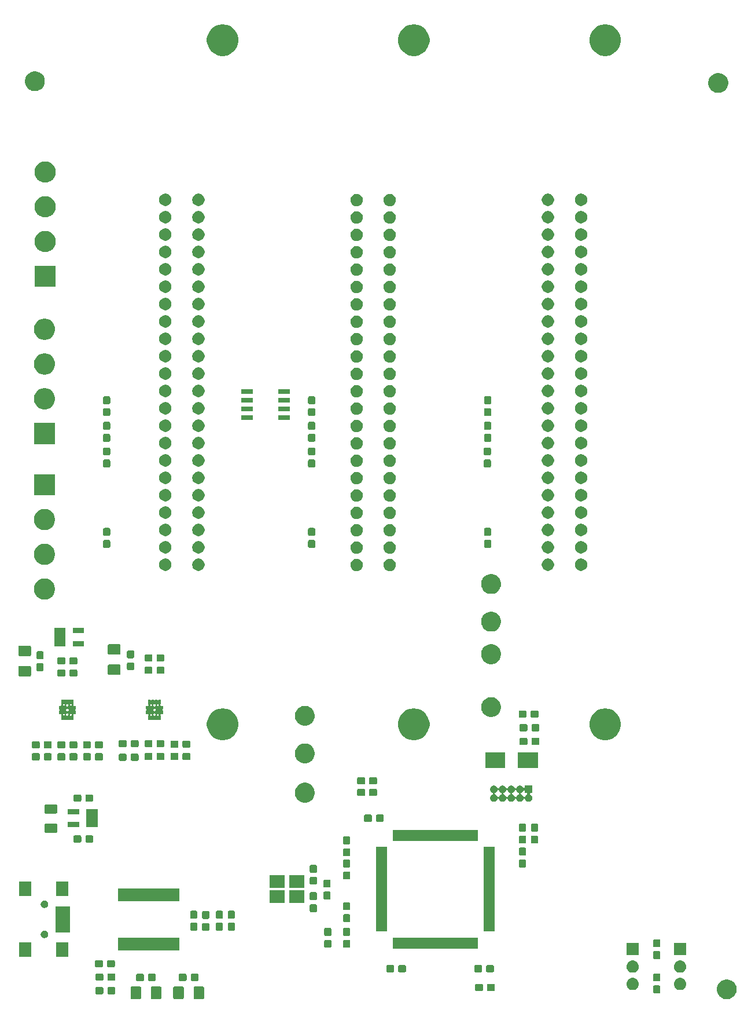
<source format=gbr>
G04 #@! TF.GenerationSoftware,KiCad,Pcbnew,5.0.2-bee76a0~70~ubuntu18.04.1*
G04 #@! TF.CreationDate,2019-09-08T18:43:56-04:00*
G04 #@! TF.ProjectId,Mother Board,4d6f7468-6572-4204-926f-6172642e6b69,rev?*
G04 #@! TF.SameCoordinates,Original*
G04 #@! TF.FileFunction,Soldermask,Top*
G04 #@! TF.FilePolarity,Negative*
%FSLAX46Y46*%
G04 Gerber Fmt 4.6, Leading zero omitted, Abs format (unit mm)*
G04 Created by KiCad (PCBNEW 5.0.2-bee76a0~70~ubuntu18.04.1) date Sun 08 Sep 2019 06:43:56 PM EDT*
%MOMM*%
%LPD*%
G01*
G04 APERTURE LIST*
%ADD10C,0.100000*%
G04 APERTURE END LIST*
D10*
G36*
X189173238Y-199354760D02*
X189173240Y-199354761D01*
X189173241Y-199354761D01*
X189437306Y-199464140D01*
X189604716Y-199576000D01*
X189674962Y-199622937D01*
X189877063Y-199825038D01*
X189877065Y-199825041D01*
X190035860Y-200062694D01*
X190144096Y-200324000D01*
X190145240Y-200326762D01*
X190201000Y-200607088D01*
X190201000Y-200892912D01*
X190155957Y-201119362D01*
X190145239Y-201173241D01*
X190035860Y-201437306D01*
X190035859Y-201437307D01*
X189877063Y-201674962D01*
X189674962Y-201877063D01*
X189674959Y-201877065D01*
X189437306Y-202035860D01*
X189173241Y-202145239D01*
X189173240Y-202145239D01*
X189173238Y-202145240D01*
X188892912Y-202201000D01*
X188607088Y-202201000D01*
X188326762Y-202145240D01*
X188326760Y-202145239D01*
X188326759Y-202145239D01*
X188062694Y-202035860D01*
X187825041Y-201877065D01*
X187825038Y-201877063D01*
X187622937Y-201674962D01*
X187464141Y-201437307D01*
X187464140Y-201437306D01*
X187354761Y-201173241D01*
X187344044Y-201119362D01*
X187299000Y-200892912D01*
X187299000Y-200607088D01*
X187354760Y-200326762D01*
X187355904Y-200324000D01*
X187464140Y-200062694D01*
X187622935Y-199825041D01*
X187622937Y-199825038D01*
X187825038Y-199622937D01*
X187895284Y-199576000D01*
X188062694Y-199464140D01*
X188326759Y-199354761D01*
X188326760Y-199354761D01*
X188326762Y-199354760D01*
X188607088Y-199299000D01*
X188892912Y-199299000D01*
X189173238Y-199354760D01*
X189173238Y-199354760D01*
G37*
G36*
X112100562Y-200328181D02*
X112135477Y-200338773D01*
X112167665Y-200355978D01*
X112195873Y-200379127D01*
X112219022Y-200407335D01*
X112236227Y-200439523D01*
X112246819Y-200474438D01*
X112251000Y-200516895D01*
X112251000Y-201983105D01*
X112246819Y-202025562D01*
X112236227Y-202060477D01*
X112219022Y-202092665D01*
X112195873Y-202120873D01*
X112167665Y-202144022D01*
X112135477Y-202161227D01*
X112100562Y-202171819D01*
X112058105Y-202176000D01*
X110916895Y-202176000D01*
X110874438Y-202171819D01*
X110839523Y-202161227D01*
X110807335Y-202144022D01*
X110779127Y-202120873D01*
X110755978Y-202092665D01*
X110738773Y-202060477D01*
X110728181Y-202025562D01*
X110724000Y-201983105D01*
X110724000Y-200516895D01*
X110728181Y-200474438D01*
X110738773Y-200439523D01*
X110755978Y-200407335D01*
X110779127Y-200379127D01*
X110807335Y-200355978D01*
X110839523Y-200338773D01*
X110874438Y-200328181D01*
X110916895Y-200324000D01*
X112058105Y-200324000D01*
X112100562Y-200328181D01*
X112100562Y-200328181D01*
G37*
G36*
X102875562Y-200328181D02*
X102910477Y-200338773D01*
X102942665Y-200355978D01*
X102970873Y-200379127D01*
X102994022Y-200407335D01*
X103011227Y-200439523D01*
X103021819Y-200474438D01*
X103026000Y-200516895D01*
X103026000Y-201983105D01*
X103021819Y-202025562D01*
X103011227Y-202060477D01*
X102994022Y-202092665D01*
X102970873Y-202120873D01*
X102942665Y-202144022D01*
X102910477Y-202161227D01*
X102875562Y-202171819D01*
X102833105Y-202176000D01*
X101691895Y-202176000D01*
X101649438Y-202171819D01*
X101614523Y-202161227D01*
X101582335Y-202144022D01*
X101554127Y-202120873D01*
X101530978Y-202092665D01*
X101513773Y-202060477D01*
X101503181Y-202025562D01*
X101499000Y-201983105D01*
X101499000Y-200516895D01*
X101503181Y-200474438D01*
X101513773Y-200439523D01*
X101530978Y-200407335D01*
X101554127Y-200379127D01*
X101582335Y-200355978D01*
X101614523Y-200338773D01*
X101649438Y-200328181D01*
X101691895Y-200324000D01*
X102833105Y-200324000D01*
X102875562Y-200328181D01*
X102875562Y-200328181D01*
G37*
G36*
X109125562Y-200328181D02*
X109160477Y-200338773D01*
X109192665Y-200355978D01*
X109220873Y-200379127D01*
X109244022Y-200407335D01*
X109261227Y-200439523D01*
X109271819Y-200474438D01*
X109276000Y-200516895D01*
X109276000Y-201983105D01*
X109271819Y-202025562D01*
X109261227Y-202060477D01*
X109244022Y-202092665D01*
X109220873Y-202120873D01*
X109192665Y-202144022D01*
X109160477Y-202161227D01*
X109125562Y-202171819D01*
X109083105Y-202176000D01*
X107941895Y-202176000D01*
X107899438Y-202171819D01*
X107864523Y-202161227D01*
X107832335Y-202144022D01*
X107804127Y-202120873D01*
X107780978Y-202092665D01*
X107763773Y-202060477D01*
X107753181Y-202025562D01*
X107749000Y-201983105D01*
X107749000Y-200516895D01*
X107753181Y-200474438D01*
X107763773Y-200439523D01*
X107780978Y-200407335D01*
X107804127Y-200379127D01*
X107832335Y-200355978D01*
X107864523Y-200338773D01*
X107899438Y-200328181D01*
X107941895Y-200324000D01*
X109083105Y-200324000D01*
X109125562Y-200328181D01*
X109125562Y-200328181D01*
G37*
G36*
X105850562Y-200328181D02*
X105885477Y-200338773D01*
X105917665Y-200355978D01*
X105945873Y-200379127D01*
X105969022Y-200407335D01*
X105986227Y-200439523D01*
X105996819Y-200474438D01*
X106001000Y-200516895D01*
X106001000Y-201983105D01*
X105996819Y-202025562D01*
X105986227Y-202060477D01*
X105969022Y-202092665D01*
X105945873Y-202120873D01*
X105917665Y-202144022D01*
X105885477Y-202161227D01*
X105850562Y-202171819D01*
X105808105Y-202176000D01*
X104666895Y-202176000D01*
X104624438Y-202171819D01*
X104589523Y-202161227D01*
X104557335Y-202144022D01*
X104529127Y-202120873D01*
X104505978Y-202092665D01*
X104488773Y-202060477D01*
X104478181Y-202025562D01*
X104474000Y-201983105D01*
X104474000Y-200516895D01*
X104478181Y-200474438D01*
X104488773Y-200439523D01*
X104505978Y-200407335D01*
X104529127Y-200379127D01*
X104557335Y-200355978D01*
X104589523Y-200338773D01*
X104624438Y-200328181D01*
X104666895Y-200324000D01*
X105808105Y-200324000D01*
X105850562Y-200328181D01*
X105850562Y-200328181D01*
G37*
G36*
X97348677Y-200428603D02*
X97386171Y-200439977D01*
X97420735Y-200458452D01*
X97451025Y-200483311D01*
X97475884Y-200513601D01*
X97494359Y-200548165D01*
X97505733Y-200585659D01*
X97510178Y-200630796D01*
X97510178Y-201269520D01*
X97505733Y-201314657D01*
X97494359Y-201352151D01*
X97475884Y-201386715D01*
X97451025Y-201417005D01*
X97420735Y-201441864D01*
X97386171Y-201460339D01*
X97348677Y-201471713D01*
X97303540Y-201476158D01*
X96564816Y-201476158D01*
X96519679Y-201471713D01*
X96482185Y-201460339D01*
X96447621Y-201441864D01*
X96417331Y-201417005D01*
X96392472Y-201386715D01*
X96373997Y-201352151D01*
X96362623Y-201314657D01*
X96358178Y-201269520D01*
X96358178Y-200630796D01*
X96362623Y-200585659D01*
X96373997Y-200548165D01*
X96392472Y-200513601D01*
X96417331Y-200483311D01*
X96447621Y-200458452D01*
X96482185Y-200439977D01*
X96519679Y-200428603D01*
X96564816Y-200424158D01*
X97303540Y-200424158D01*
X97348677Y-200428603D01*
X97348677Y-200428603D01*
G37*
G36*
X99098677Y-200428603D02*
X99136171Y-200439977D01*
X99170735Y-200458452D01*
X99201025Y-200483311D01*
X99225884Y-200513601D01*
X99244359Y-200548165D01*
X99255733Y-200585659D01*
X99260178Y-200630796D01*
X99260178Y-201269520D01*
X99255733Y-201314657D01*
X99244359Y-201352151D01*
X99225884Y-201386715D01*
X99201025Y-201417005D01*
X99170735Y-201441864D01*
X99136171Y-201460339D01*
X99098677Y-201471713D01*
X99053540Y-201476158D01*
X98314816Y-201476158D01*
X98269679Y-201471713D01*
X98232185Y-201460339D01*
X98197621Y-201441864D01*
X98167331Y-201417005D01*
X98142472Y-201386715D01*
X98123997Y-201352151D01*
X98112623Y-201314657D01*
X98108178Y-201269520D01*
X98108178Y-200630796D01*
X98112623Y-200585659D01*
X98123997Y-200548165D01*
X98142472Y-200513601D01*
X98167331Y-200483311D01*
X98197621Y-200458452D01*
X98232185Y-200439977D01*
X98269679Y-200428603D01*
X98314816Y-200424158D01*
X99053540Y-200424158D01*
X99098677Y-200428603D01*
X99098677Y-200428603D01*
G37*
G36*
X178864499Y-200178445D02*
X178901993Y-200189819D01*
X178936557Y-200208294D01*
X178966847Y-200233153D01*
X178991706Y-200263443D01*
X179010181Y-200298007D01*
X179021555Y-200335501D01*
X179026000Y-200380638D01*
X179026000Y-201119362D01*
X179021555Y-201164499D01*
X179010181Y-201201993D01*
X178991706Y-201236557D01*
X178966847Y-201266847D01*
X178936557Y-201291706D01*
X178901993Y-201310181D01*
X178864499Y-201321555D01*
X178819362Y-201326000D01*
X178180638Y-201326000D01*
X178135501Y-201321555D01*
X178098007Y-201310181D01*
X178063443Y-201291706D01*
X178033153Y-201266847D01*
X178008294Y-201236557D01*
X177989819Y-201201993D01*
X177978445Y-201164499D01*
X177974000Y-201119362D01*
X177974000Y-200380638D01*
X177978445Y-200335501D01*
X177989819Y-200298007D01*
X178008294Y-200263443D01*
X178033153Y-200233153D01*
X178063443Y-200208294D01*
X178098007Y-200189819D01*
X178135501Y-200178445D01*
X178180638Y-200174000D01*
X178819362Y-200174000D01*
X178864499Y-200178445D01*
X178864499Y-200178445D01*
G37*
G36*
X152901373Y-199949357D02*
X152938867Y-199960731D01*
X152973431Y-199979206D01*
X153003721Y-200004065D01*
X153028580Y-200034355D01*
X153047055Y-200068919D01*
X153058429Y-200106413D01*
X153062874Y-200151550D01*
X153062874Y-200790274D01*
X153058429Y-200835411D01*
X153047055Y-200872905D01*
X153028580Y-200907469D01*
X153003721Y-200937759D01*
X152973431Y-200962618D01*
X152938867Y-200981093D01*
X152901373Y-200992467D01*
X152856236Y-200996912D01*
X152117512Y-200996912D01*
X152072375Y-200992467D01*
X152034881Y-200981093D01*
X152000317Y-200962618D01*
X151970027Y-200937759D01*
X151945168Y-200907469D01*
X151926693Y-200872905D01*
X151915319Y-200835411D01*
X151910874Y-200790274D01*
X151910874Y-200151550D01*
X151915319Y-200106413D01*
X151926693Y-200068919D01*
X151945168Y-200034355D01*
X151970027Y-200004065D01*
X152000317Y-199979206D01*
X152034881Y-199960731D01*
X152072375Y-199949357D01*
X152117512Y-199944912D01*
X152856236Y-199944912D01*
X152901373Y-199949357D01*
X152901373Y-199949357D01*
G37*
G36*
X154651373Y-199949357D02*
X154688867Y-199960731D01*
X154723431Y-199979206D01*
X154753721Y-200004065D01*
X154778580Y-200034355D01*
X154797055Y-200068919D01*
X154808429Y-200106413D01*
X154812874Y-200151550D01*
X154812874Y-200790274D01*
X154808429Y-200835411D01*
X154797055Y-200872905D01*
X154778580Y-200907469D01*
X154753721Y-200937759D01*
X154723431Y-200962618D01*
X154688867Y-200981093D01*
X154651373Y-200992467D01*
X154606236Y-200996912D01*
X153867512Y-200996912D01*
X153822375Y-200992467D01*
X153784881Y-200981093D01*
X153750317Y-200962618D01*
X153720027Y-200937759D01*
X153695168Y-200907469D01*
X153676693Y-200872905D01*
X153665319Y-200835411D01*
X153660874Y-200790274D01*
X153660874Y-200151550D01*
X153665319Y-200106413D01*
X153676693Y-200068919D01*
X153695168Y-200034355D01*
X153720027Y-200004065D01*
X153750317Y-199979206D01*
X153784881Y-199960731D01*
X153822375Y-199949357D01*
X153867512Y-199944912D01*
X154606236Y-199944912D01*
X154651373Y-199949357D01*
X154651373Y-199949357D01*
G37*
G36*
X182025442Y-199055519D02*
X182091627Y-199062038D01*
X182204853Y-199096385D01*
X182261467Y-199113558D01*
X182400087Y-199187653D01*
X182417991Y-199197223D01*
X182453729Y-199226553D01*
X182555186Y-199309815D01*
X182618295Y-199386715D01*
X182667778Y-199447010D01*
X182667779Y-199447012D01*
X182751443Y-199603534D01*
X182751443Y-199603535D01*
X182802963Y-199773374D01*
X182820359Y-199950001D01*
X182802963Y-200126628D01*
X182787060Y-200179053D01*
X182751443Y-200296468D01*
X182692182Y-200407335D01*
X182667778Y-200452992D01*
X182642896Y-200483311D01*
X182555186Y-200590187D01*
X182453729Y-200673449D01*
X182417991Y-200702779D01*
X182417989Y-200702780D01*
X182261467Y-200786444D01*
X182204853Y-200803617D01*
X182091627Y-200837964D01*
X182025442Y-200844483D01*
X181959260Y-200851001D01*
X181870740Y-200851001D01*
X181804557Y-200844482D01*
X181738373Y-200837964D01*
X181625147Y-200803617D01*
X181568533Y-200786444D01*
X181412011Y-200702780D01*
X181412009Y-200702779D01*
X181376271Y-200673449D01*
X181274814Y-200590187D01*
X181187104Y-200483311D01*
X181162222Y-200452992D01*
X181137818Y-200407335D01*
X181078557Y-200296468D01*
X181042940Y-200179053D01*
X181027037Y-200126628D01*
X181009641Y-199950001D01*
X181027037Y-199773374D01*
X181078557Y-199603535D01*
X181078557Y-199603534D01*
X181162221Y-199447012D01*
X181162222Y-199447010D01*
X181211705Y-199386715D01*
X181274814Y-199309815D01*
X181376271Y-199226553D01*
X181412009Y-199197223D01*
X181429913Y-199187653D01*
X181568533Y-199113558D01*
X181625147Y-199096385D01*
X181738373Y-199062038D01*
X181804558Y-199055519D01*
X181870740Y-199049001D01*
X181959260Y-199049001D01*
X182025442Y-199055519D01*
X182025442Y-199055519D01*
G37*
G36*
X175090443Y-199055519D02*
X175156628Y-199062038D01*
X175269854Y-199096385D01*
X175326468Y-199113558D01*
X175465088Y-199187653D01*
X175482992Y-199197223D01*
X175518730Y-199226553D01*
X175620187Y-199309815D01*
X175683296Y-199386715D01*
X175732779Y-199447010D01*
X175732780Y-199447012D01*
X175816444Y-199603534D01*
X175816444Y-199603535D01*
X175867964Y-199773374D01*
X175885360Y-199950001D01*
X175867964Y-200126628D01*
X175852061Y-200179053D01*
X175816444Y-200296468D01*
X175757183Y-200407335D01*
X175732779Y-200452992D01*
X175707897Y-200483311D01*
X175620187Y-200590187D01*
X175518730Y-200673449D01*
X175482992Y-200702779D01*
X175482990Y-200702780D01*
X175326468Y-200786444D01*
X175269854Y-200803617D01*
X175156628Y-200837964D01*
X175090443Y-200844483D01*
X175024261Y-200851001D01*
X174935741Y-200851001D01*
X174869558Y-200844482D01*
X174803374Y-200837964D01*
X174690148Y-200803617D01*
X174633534Y-200786444D01*
X174477012Y-200702780D01*
X174477010Y-200702779D01*
X174441272Y-200673449D01*
X174339815Y-200590187D01*
X174252105Y-200483311D01*
X174227223Y-200452992D01*
X174202819Y-200407335D01*
X174143558Y-200296468D01*
X174107941Y-200179053D01*
X174092038Y-200126628D01*
X174074642Y-199950001D01*
X174092038Y-199773374D01*
X174143558Y-199603535D01*
X174143558Y-199603534D01*
X174227222Y-199447012D01*
X174227223Y-199447010D01*
X174276706Y-199386715D01*
X174339815Y-199309815D01*
X174441272Y-199226553D01*
X174477010Y-199197223D01*
X174494914Y-199187653D01*
X174633534Y-199113558D01*
X174690148Y-199096385D01*
X174803374Y-199062038D01*
X174869559Y-199055519D01*
X174935741Y-199049001D01*
X175024261Y-199049001D01*
X175090443Y-199055519D01*
X175090443Y-199055519D01*
G37*
G36*
X178864499Y-198428445D02*
X178901993Y-198439819D01*
X178936557Y-198458294D01*
X178966847Y-198483153D01*
X178991706Y-198513443D01*
X179010181Y-198548007D01*
X179021555Y-198585501D01*
X179026000Y-198630638D01*
X179026000Y-199369362D01*
X179021555Y-199414499D01*
X179010181Y-199451993D01*
X178991706Y-199486557D01*
X178966847Y-199516847D01*
X178936557Y-199541706D01*
X178901993Y-199560181D01*
X178864499Y-199571555D01*
X178819362Y-199576000D01*
X178180638Y-199576000D01*
X178135501Y-199571555D01*
X178098007Y-199560181D01*
X178063443Y-199541706D01*
X178033153Y-199516847D01*
X178008294Y-199486557D01*
X177989819Y-199451993D01*
X177978445Y-199414499D01*
X177974000Y-199369362D01*
X177974000Y-198630638D01*
X177978445Y-198585501D01*
X177989819Y-198548007D01*
X178008294Y-198513443D01*
X178033153Y-198483153D01*
X178063443Y-198458294D01*
X178098007Y-198439819D01*
X178135501Y-198428445D01*
X178180638Y-198424000D01*
X178819362Y-198424000D01*
X178864499Y-198428445D01*
X178864499Y-198428445D01*
G37*
G36*
X111289499Y-198478445D02*
X111326993Y-198489819D01*
X111361557Y-198508294D01*
X111391847Y-198533153D01*
X111416706Y-198563443D01*
X111435181Y-198598007D01*
X111446555Y-198635501D01*
X111451000Y-198680638D01*
X111451000Y-199319362D01*
X111446555Y-199364499D01*
X111435181Y-199401993D01*
X111416706Y-199436557D01*
X111391847Y-199466847D01*
X111361557Y-199491706D01*
X111326993Y-199510181D01*
X111289499Y-199521555D01*
X111244362Y-199526000D01*
X110505638Y-199526000D01*
X110460501Y-199521555D01*
X110423007Y-199510181D01*
X110388443Y-199491706D01*
X110358153Y-199466847D01*
X110333294Y-199436557D01*
X110314819Y-199401993D01*
X110303445Y-199364499D01*
X110299000Y-199319362D01*
X110299000Y-198680638D01*
X110303445Y-198635501D01*
X110314819Y-198598007D01*
X110333294Y-198563443D01*
X110358153Y-198533153D01*
X110388443Y-198508294D01*
X110423007Y-198489819D01*
X110460501Y-198478445D01*
X110505638Y-198474000D01*
X111244362Y-198474000D01*
X111289499Y-198478445D01*
X111289499Y-198478445D01*
G37*
G36*
X103289499Y-198478445D02*
X103326993Y-198489819D01*
X103361557Y-198508294D01*
X103391847Y-198533153D01*
X103416706Y-198563443D01*
X103435181Y-198598007D01*
X103446555Y-198635501D01*
X103451000Y-198680638D01*
X103451000Y-199319362D01*
X103446555Y-199364499D01*
X103435181Y-199401993D01*
X103416706Y-199436557D01*
X103391847Y-199466847D01*
X103361557Y-199491706D01*
X103326993Y-199510181D01*
X103289499Y-199521555D01*
X103244362Y-199526000D01*
X102505638Y-199526000D01*
X102460501Y-199521555D01*
X102423007Y-199510181D01*
X102388443Y-199491706D01*
X102358153Y-199466847D01*
X102333294Y-199436557D01*
X102314819Y-199401993D01*
X102303445Y-199364499D01*
X102299000Y-199319362D01*
X102299000Y-198680638D01*
X102303445Y-198635501D01*
X102314819Y-198598007D01*
X102333294Y-198563443D01*
X102358153Y-198533153D01*
X102388443Y-198508294D01*
X102423007Y-198489819D01*
X102460501Y-198478445D01*
X102505638Y-198474000D01*
X103244362Y-198474000D01*
X103289499Y-198478445D01*
X103289499Y-198478445D01*
G37*
G36*
X105039499Y-198478445D02*
X105076993Y-198489819D01*
X105111557Y-198508294D01*
X105141847Y-198533153D01*
X105166706Y-198563443D01*
X105185181Y-198598007D01*
X105196555Y-198635501D01*
X105201000Y-198680638D01*
X105201000Y-199319362D01*
X105196555Y-199364499D01*
X105185181Y-199401993D01*
X105166706Y-199436557D01*
X105141847Y-199466847D01*
X105111557Y-199491706D01*
X105076993Y-199510181D01*
X105039499Y-199521555D01*
X104994362Y-199526000D01*
X104255638Y-199526000D01*
X104210501Y-199521555D01*
X104173007Y-199510181D01*
X104138443Y-199491706D01*
X104108153Y-199466847D01*
X104083294Y-199436557D01*
X104064819Y-199401993D01*
X104053445Y-199364499D01*
X104049000Y-199319362D01*
X104049000Y-198680638D01*
X104053445Y-198635501D01*
X104064819Y-198598007D01*
X104083294Y-198563443D01*
X104108153Y-198533153D01*
X104138443Y-198508294D01*
X104173007Y-198489819D01*
X104210501Y-198478445D01*
X104255638Y-198474000D01*
X104994362Y-198474000D01*
X105039499Y-198478445D01*
X105039499Y-198478445D01*
G37*
G36*
X109539499Y-198478445D02*
X109576993Y-198489819D01*
X109611557Y-198508294D01*
X109641847Y-198533153D01*
X109666706Y-198563443D01*
X109685181Y-198598007D01*
X109696555Y-198635501D01*
X109701000Y-198680638D01*
X109701000Y-199319362D01*
X109696555Y-199364499D01*
X109685181Y-199401993D01*
X109666706Y-199436557D01*
X109641847Y-199466847D01*
X109611557Y-199491706D01*
X109576993Y-199510181D01*
X109539499Y-199521555D01*
X109494362Y-199526000D01*
X108755638Y-199526000D01*
X108710501Y-199521555D01*
X108673007Y-199510181D01*
X108638443Y-199491706D01*
X108608153Y-199466847D01*
X108583294Y-199436557D01*
X108564819Y-199401993D01*
X108553445Y-199364499D01*
X108549000Y-199319362D01*
X108549000Y-198680638D01*
X108553445Y-198635501D01*
X108564819Y-198598007D01*
X108583294Y-198563443D01*
X108608153Y-198533153D01*
X108638443Y-198508294D01*
X108673007Y-198489819D01*
X108710501Y-198478445D01*
X108755638Y-198474000D01*
X109494362Y-198474000D01*
X109539499Y-198478445D01*
X109539499Y-198478445D01*
G37*
G36*
X99098677Y-198428603D02*
X99136171Y-198439977D01*
X99170735Y-198458452D01*
X99201025Y-198483311D01*
X99225884Y-198513601D01*
X99244359Y-198548165D01*
X99255733Y-198585659D01*
X99260178Y-198630796D01*
X99260178Y-199269520D01*
X99255733Y-199314657D01*
X99244359Y-199352151D01*
X99225884Y-199386715D01*
X99201025Y-199417005D01*
X99170735Y-199441864D01*
X99136171Y-199460339D01*
X99098677Y-199471713D01*
X99053540Y-199476158D01*
X98314816Y-199476158D01*
X98269679Y-199471713D01*
X98232185Y-199460339D01*
X98197621Y-199441864D01*
X98167331Y-199417005D01*
X98142472Y-199386715D01*
X98123997Y-199352151D01*
X98112623Y-199314657D01*
X98108178Y-199269520D01*
X98108178Y-198630796D01*
X98112623Y-198585659D01*
X98123997Y-198548165D01*
X98142472Y-198513601D01*
X98167331Y-198483311D01*
X98197621Y-198458452D01*
X98232185Y-198439977D01*
X98269679Y-198428603D01*
X98314816Y-198424158D01*
X99053540Y-198424158D01*
X99098677Y-198428603D01*
X99098677Y-198428603D01*
G37*
G36*
X97348677Y-198428603D02*
X97386171Y-198439977D01*
X97420735Y-198458452D01*
X97451025Y-198483311D01*
X97475884Y-198513601D01*
X97494359Y-198548165D01*
X97505733Y-198585659D01*
X97510178Y-198630796D01*
X97510178Y-199269520D01*
X97505733Y-199314657D01*
X97494359Y-199352151D01*
X97475884Y-199386715D01*
X97451025Y-199417005D01*
X97420735Y-199441864D01*
X97386171Y-199460339D01*
X97348677Y-199471713D01*
X97303540Y-199476158D01*
X96564816Y-199476158D01*
X96519679Y-199471713D01*
X96482185Y-199460339D01*
X96447621Y-199441864D01*
X96417331Y-199417005D01*
X96392472Y-199386715D01*
X96373997Y-199352151D01*
X96362623Y-199314657D01*
X96358178Y-199269520D01*
X96358178Y-198630796D01*
X96362623Y-198585659D01*
X96373997Y-198548165D01*
X96392472Y-198513601D01*
X96417331Y-198483311D01*
X96447621Y-198458452D01*
X96482185Y-198439977D01*
X96519679Y-198428603D01*
X96564816Y-198424158D01*
X97303540Y-198424158D01*
X97348677Y-198428603D01*
X97348677Y-198428603D01*
G37*
G36*
X175090443Y-196515519D02*
X175156628Y-196522038D01*
X175252205Y-196551031D01*
X175326468Y-196573558D01*
X175372208Y-196598007D01*
X175482992Y-196657223D01*
X175511523Y-196680638D01*
X175620187Y-196769815D01*
X175703449Y-196871272D01*
X175732779Y-196907010D01*
X175732780Y-196907012D01*
X175816444Y-197063534D01*
X175816444Y-197063535D01*
X175867964Y-197233374D01*
X175885360Y-197410001D01*
X175867964Y-197586628D01*
X175833617Y-197699854D01*
X175816444Y-197756468D01*
X175742349Y-197895088D01*
X175732779Y-197912992D01*
X175703449Y-197948730D01*
X175620187Y-198050187D01*
X175522900Y-198130027D01*
X175482992Y-198162779D01*
X175482990Y-198162780D01*
X175326468Y-198246444D01*
X175269854Y-198263617D01*
X175156628Y-198297964D01*
X175090444Y-198304482D01*
X175024261Y-198311001D01*
X174935741Y-198311001D01*
X174869559Y-198304483D01*
X174803374Y-198297964D01*
X174690148Y-198263617D01*
X174633534Y-198246444D01*
X174477012Y-198162780D01*
X174477010Y-198162779D01*
X174437102Y-198130027D01*
X174339815Y-198050187D01*
X174256553Y-197948730D01*
X174227223Y-197912992D01*
X174217653Y-197895088D01*
X174143558Y-197756468D01*
X174126385Y-197699854D01*
X174092038Y-197586628D01*
X174074642Y-197410001D01*
X174092038Y-197233374D01*
X174143558Y-197063535D01*
X174143558Y-197063534D01*
X174227222Y-196907012D01*
X174227223Y-196907010D01*
X174256553Y-196871272D01*
X174339815Y-196769815D01*
X174448479Y-196680638D01*
X174477010Y-196657223D01*
X174587794Y-196598007D01*
X174633534Y-196573558D01*
X174707797Y-196551031D01*
X174803374Y-196522038D01*
X174869559Y-196515519D01*
X174935741Y-196509001D01*
X175024261Y-196509001D01*
X175090443Y-196515519D01*
X175090443Y-196515519D01*
G37*
G36*
X182025442Y-196515519D02*
X182091627Y-196522038D01*
X182187204Y-196551031D01*
X182261467Y-196573558D01*
X182307207Y-196598007D01*
X182417991Y-196657223D01*
X182446522Y-196680638D01*
X182555186Y-196769815D01*
X182638448Y-196871272D01*
X182667778Y-196907010D01*
X182667779Y-196907012D01*
X182751443Y-197063534D01*
X182751443Y-197063535D01*
X182802963Y-197233374D01*
X182820359Y-197410001D01*
X182802963Y-197586628D01*
X182768616Y-197699854D01*
X182751443Y-197756468D01*
X182677348Y-197895088D01*
X182667778Y-197912992D01*
X182638448Y-197948730D01*
X182555186Y-198050187D01*
X182457899Y-198130027D01*
X182417991Y-198162779D01*
X182417989Y-198162780D01*
X182261467Y-198246444D01*
X182204853Y-198263617D01*
X182091627Y-198297964D01*
X182025443Y-198304482D01*
X181959260Y-198311001D01*
X181870740Y-198311001D01*
X181804558Y-198304483D01*
X181738373Y-198297964D01*
X181625147Y-198263617D01*
X181568533Y-198246444D01*
X181412011Y-198162780D01*
X181412009Y-198162779D01*
X181372101Y-198130027D01*
X181274814Y-198050187D01*
X181191552Y-197948730D01*
X181162222Y-197912992D01*
X181152652Y-197895088D01*
X181078557Y-197756468D01*
X181061384Y-197699854D01*
X181027037Y-197586628D01*
X181009641Y-197410001D01*
X181027037Y-197233374D01*
X181078557Y-197063535D01*
X181078557Y-197063534D01*
X181162221Y-196907012D01*
X181162222Y-196907010D01*
X181191552Y-196871272D01*
X181274814Y-196769815D01*
X181383478Y-196680638D01*
X181412009Y-196657223D01*
X181522793Y-196598007D01*
X181568533Y-196573558D01*
X181642796Y-196551031D01*
X181738373Y-196522038D01*
X181804558Y-196515519D01*
X181870740Y-196509001D01*
X181959260Y-196509001D01*
X182025442Y-196515519D01*
X182025442Y-196515519D01*
G37*
G36*
X154526373Y-197199357D02*
X154563867Y-197210731D01*
X154598431Y-197229206D01*
X154628721Y-197254065D01*
X154653580Y-197284355D01*
X154672055Y-197318919D01*
X154683429Y-197356413D01*
X154687874Y-197401550D01*
X154687874Y-198040274D01*
X154683429Y-198085411D01*
X154672055Y-198122905D01*
X154653580Y-198157469D01*
X154628721Y-198187759D01*
X154598431Y-198212618D01*
X154563867Y-198231093D01*
X154526373Y-198242467D01*
X154481236Y-198246912D01*
X153742512Y-198246912D01*
X153697375Y-198242467D01*
X153659881Y-198231093D01*
X153625317Y-198212618D01*
X153595027Y-198187759D01*
X153570168Y-198157469D01*
X153551693Y-198122905D01*
X153540319Y-198085411D01*
X153535874Y-198040274D01*
X153535874Y-197401550D01*
X153540319Y-197356413D01*
X153551693Y-197318919D01*
X153570168Y-197284355D01*
X153595027Y-197254065D01*
X153625317Y-197229206D01*
X153659881Y-197210731D01*
X153697375Y-197199357D01*
X153742512Y-197194912D01*
X154481236Y-197194912D01*
X154526373Y-197199357D01*
X154526373Y-197199357D01*
G37*
G36*
X152776373Y-197199357D02*
X152813867Y-197210731D01*
X152848431Y-197229206D01*
X152878721Y-197254065D01*
X152903580Y-197284355D01*
X152922055Y-197318919D01*
X152933429Y-197356413D01*
X152937874Y-197401550D01*
X152937874Y-198040274D01*
X152933429Y-198085411D01*
X152922055Y-198122905D01*
X152903580Y-198157469D01*
X152878721Y-198187759D01*
X152848431Y-198212618D01*
X152813867Y-198231093D01*
X152776373Y-198242467D01*
X152731236Y-198246912D01*
X151992512Y-198246912D01*
X151947375Y-198242467D01*
X151909881Y-198231093D01*
X151875317Y-198212618D01*
X151845027Y-198187759D01*
X151820168Y-198157469D01*
X151801693Y-198122905D01*
X151790319Y-198085411D01*
X151785874Y-198040274D01*
X151785874Y-197401550D01*
X151790319Y-197356413D01*
X151801693Y-197318919D01*
X151820168Y-197284355D01*
X151845027Y-197254065D01*
X151875317Y-197229206D01*
X151909881Y-197210731D01*
X151947375Y-197199357D01*
X151992512Y-197194912D01*
X152731236Y-197194912D01*
X152776373Y-197199357D01*
X152776373Y-197199357D01*
G37*
G36*
X141651373Y-197199357D02*
X141688867Y-197210731D01*
X141723431Y-197229206D01*
X141753721Y-197254065D01*
X141778580Y-197284355D01*
X141797055Y-197318919D01*
X141808429Y-197356413D01*
X141812874Y-197401550D01*
X141812874Y-198040274D01*
X141808429Y-198085411D01*
X141797055Y-198122905D01*
X141778580Y-198157469D01*
X141753721Y-198187759D01*
X141723431Y-198212618D01*
X141688867Y-198231093D01*
X141651373Y-198242467D01*
X141606236Y-198246912D01*
X140867512Y-198246912D01*
X140822375Y-198242467D01*
X140784881Y-198231093D01*
X140750317Y-198212618D01*
X140720027Y-198187759D01*
X140695168Y-198157469D01*
X140676693Y-198122905D01*
X140665319Y-198085411D01*
X140660874Y-198040274D01*
X140660874Y-197401550D01*
X140665319Y-197356413D01*
X140676693Y-197318919D01*
X140695168Y-197284355D01*
X140720027Y-197254065D01*
X140750317Y-197229206D01*
X140784881Y-197210731D01*
X140822375Y-197199357D01*
X140867512Y-197194912D01*
X141606236Y-197194912D01*
X141651373Y-197199357D01*
X141651373Y-197199357D01*
G37*
G36*
X139901373Y-197199357D02*
X139938867Y-197210731D01*
X139973431Y-197229206D01*
X140003721Y-197254065D01*
X140028580Y-197284355D01*
X140047055Y-197318919D01*
X140058429Y-197356413D01*
X140062874Y-197401550D01*
X140062874Y-198040274D01*
X140058429Y-198085411D01*
X140047055Y-198122905D01*
X140028580Y-198157469D01*
X140003721Y-198187759D01*
X139973431Y-198212618D01*
X139938867Y-198231093D01*
X139901373Y-198242467D01*
X139856236Y-198246912D01*
X139117512Y-198246912D01*
X139072375Y-198242467D01*
X139034881Y-198231093D01*
X139000317Y-198212618D01*
X138970027Y-198187759D01*
X138945168Y-198157469D01*
X138926693Y-198122905D01*
X138915319Y-198085411D01*
X138910874Y-198040274D01*
X138910874Y-197401550D01*
X138915319Y-197356413D01*
X138926693Y-197318919D01*
X138945168Y-197284355D01*
X138970027Y-197254065D01*
X139000317Y-197229206D01*
X139034881Y-197210731D01*
X139072375Y-197199357D01*
X139117512Y-197194912D01*
X139856236Y-197194912D01*
X139901373Y-197199357D01*
X139901373Y-197199357D01*
G37*
G36*
X97289499Y-196478445D02*
X97326993Y-196489819D01*
X97361557Y-196508294D01*
X97391847Y-196533153D01*
X97416706Y-196563443D01*
X97435181Y-196598007D01*
X97446555Y-196635501D01*
X97451000Y-196680638D01*
X97451000Y-197319362D01*
X97446555Y-197364499D01*
X97435181Y-197401993D01*
X97416706Y-197436557D01*
X97391847Y-197466847D01*
X97361557Y-197491706D01*
X97326993Y-197510181D01*
X97289499Y-197521555D01*
X97244362Y-197526000D01*
X96505638Y-197526000D01*
X96460501Y-197521555D01*
X96423007Y-197510181D01*
X96388443Y-197491706D01*
X96358153Y-197466847D01*
X96333294Y-197436557D01*
X96314819Y-197401993D01*
X96303445Y-197364499D01*
X96299000Y-197319362D01*
X96299000Y-196680638D01*
X96303445Y-196635501D01*
X96314819Y-196598007D01*
X96333294Y-196563443D01*
X96358153Y-196533153D01*
X96388443Y-196508294D01*
X96423007Y-196489819D01*
X96460501Y-196478445D01*
X96505638Y-196474000D01*
X97244362Y-196474000D01*
X97289499Y-196478445D01*
X97289499Y-196478445D01*
G37*
G36*
X99039499Y-196478445D02*
X99076993Y-196489819D01*
X99111557Y-196508294D01*
X99141847Y-196533153D01*
X99166706Y-196563443D01*
X99185181Y-196598007D01*
X99196555Y-196635501D01*
X99201000Y-196680638D01*
X99201000Y-197319362D01*
X99196555Y-197364499D01*
X99185181Y-197401993D01*
X99166706Y-197436557D01*
X99141847Y-197466847D01*
X99111557Y-197491706D01*
X99076993Y-197510181D01*
X99039499Y-197521555D01*
X98994362Y-197526000D01*
X98255638Y-197526000D01*
X98210501Y-197521555D01*
X98173007Y-197510181D01*
X98138443Y-197491706D01*
X98108153Y-197466847D01*
X98083294Y-197436557D01*
X98064819Y-197401993D01*
X98053445Y-197364499D01*
X98049000Y-197319362D01*
X98049000Y-196680638D01*
X98053445Y-196635501D01*
X98064819Y-196598007D01*
X98083294Y-196563443D01*
X98108153Y-196533153D01*
X98138443Y-196508294D01*
X98173007Y-196489819D01*
X98210501Y-196478445D01*
X98255638Y-196474000D01*
X98994362Y-196474000D01*
X99039499Y-196478445D01*
X99039499Y-196478445D01*
G37*
G36*
X178864499Y-195178445D02*
X178901993Y-195189819D01*
X178936557Y-195208294D01*
X178966847Y-195233153D01*
X178991706Y-195263443D01*
X179010181Y-195298007D01*
X179021555Y-195335501D01*
X179026000Y-195380638D01*
X179026000Y-196119362D01*
X179021555Y-196164499D01*
X179010181Y-196201993D01*
X178991706Y-196236557D01*
X178966847Y-196266847D01*
X178936557Y-196291706D01*
X178901993Y-196310181D01*
X178864499Y-196321555D01*
X178819362Y-196326000D01*
X178180638Y-196326000D01*
X178135501Y-196321555D01*
X178098007Y-196310181D01*
X178063443Y-196291706D01*
X178033153Y-196266847D01*
X178008294Y-196236557D01*
X177989819Y-196201993D01*
X177978445Y-196164499D01*
X177974000Y-196119362D01*
X177974000Y-195380638D01*
X177978445Y-195335501D01*
X177989819Y-195298007D01*
X178008294Y-195263443D01*
X178033153Y-195233153D01*
X178063443Y-195208294D01*
X178098007Y-195189819D01*
X178135501Y-195178445D01*
X178180638Y-195174000D01*
X178819362Y-195174000D01*
X178864499Y-195178445D01*
X178864499Y-195178445D01*
G37*
G36*
X92401000Y-196001000D02*
X90599000Y-196001000D01*
X90599000Y-193899000D01*
X92401000Y-193899000D01*
X92401000Y-196001000D01*
X92401000Y-196001000D01*
G37*
G36*
X86951000Y-196001000D02*
X85149000Y-196001000D01*
X85149000Y-193899000D01*
X86951000Y-193899000D01*
X86951000Y-196001000D01*
X86951000Y-196001000D01*
G37*
G36*
X182816000Y-195771001D02*
X181014000Y-195771001D01*
X181014000Y-193969001D01*
X182816000Y-193969001D01*
X182816000Y-195771001D01*
X182816000Y-195771001D01*
G37*
G36*
X175881001Y-195771001D02*
X174079001Y-195771001D01*
X174079001Y-193969001D01*
X175881001Y-193969001D01*
X175881001Y-195771001D01*
X175881001Y-195771001D01*
G37*
G36*
X108641000Y-195026000D02*
X99639000Y-195026000D01*
X99639000Y-193174000D01*
X108641000Y-193174000D01*
X108641000Y-195026000D01*
X108641000Y-195026000D01*
G37*
G36*
X152302874Y-194821912D02*
X139920874Y-194821912D01*
X139920874Y-193219912D01*
X152302874Y-193219912D01*
X152302874Y-194821912D01*
X152302874Y-194821912D01*
G37*
G36*
X133476373Y-193524357D02*
X133513867Y-193535731D01*
X133548431Y-193554206D01*
X133578721Y-193579065D01*
X133603580Y-193609355D01*
X133622055Y-193643919D01*
X133633429Y-193681413D01*
X133637874Y-193726550D01*
X133637874Y-194465274D01*
X133633429Y-194510411D01*
X133622055Y-194547905D01*
X133603580Y-194582469D01*
X133578721Y-194612759D01*
X133548431Y-194637618D01*
X133513867Y-194656093D01*
X133476373Y-194667467D01*
X133431236Y-194671912D01*
X132792512Y-194671912D01*
X132747375Y-194667467D01*
X132709881Y-194656093D01*
X132675317Y-194637618D01*
X132645027Y-194612759D01*
X132620168Y-194582469D01*
X132601693Y-194547905D01*
X132590319Y-194510411D01*
X132585874Y-194465274D01*
X132585874Y-193726550D01*
X132590319Y-193681413D01*
X132601693Y-193643919D01*
X132620168Y-193609355D01*
X132645027Y-193579065D01*
X132675317Y-193554206D01*
X132709881Y-193535731D01*
X132747375Y-193524357D01*
X132792512Y-193519912D01*
X133431236Y-193519912D01*
X133476373Y-193524357D01*
X133476373Y-193524357D01*
G37*
G36*
X130726373Y-193524357D02*
X130763867Y-193535731D01*
X130798431Y-193554206D01*
X130828721Y-193579065D01*
X130853580Y-193609355D01*
X130872055Y-193643919D01*
X130883429Y-193681413D01*
X130887874Y-193726550D01*
X130887874Y-194465274D01*
X130883429Y-194510411D01*
X130872055Y-194547905D01*
X130853580Y-194582469D01*
X130828721Y-194612759D01*
X130798431Y-194637618D01*
X130763867Y-194656093D01*
X130726373Y-194667467D01*
X130681236Y-194671912D01*
X130042512Y-194671912D01*
X129997375Y-194667467D01*
X129959881Y-194656093D01*
X129925317Y-194637618D01*
X129895027Y-194612759D01*
X129870168Y-194582469D01*
X129851693Y-194547905D01*
X129840319Y-194510411D01*
X129835874Y-194465274D01*
X129835874Y-193726550D01*
X129840319Y-193681413D01*
X129851693Y-193643919D01*
X129870168Y-193609355D01*
X129895027Y-193579065D01*
X129925317Y-193554206D01*
X129959881Y-193535731D01*
X129997375Y-193524357D01*
X130042512Y-193519912D01*
X130681236Y-193519912D01*
X130726373Y-193524357D01*
X130726373Y-193524357D01*
G37*
G36*
X178864499Y-193428445D02*
X178901993Y-193439819D01*
X178936557Y-193458294D01*
X178966847Y-193483153D01*
X178991706Y-193513443D01*
X179010181Y-193548007D01*
X179021555Y-193585501D01*
X179026000Y-193630638D01*
X179026000Y-194369362D01*
X179021555Y-194414499D01*
X179010181Y-194451993D01*
X178991706Y-194486557D01*
X178966847Y-194516847D01*
X178936557Y-194541706D01*
X178901993Y-194560181D01*
X178864499Y-194571555D01*
X178819362Y-194576000D01*
X178180638Y-194576000D01*
X178135501Y-194571555D01*
X178098007Y-194560181D01*
X178063443Y-194541706D01*
X178033153Y-194516847D01*
X178008294Y-194486557D01*
X177989819Y-194451993D01*
X177978445Y-194414499D01*
X177974000Y-194369362D01*
X177974000Y-193630638D01*
X177978445Y-193585501D01*
X177989819Y-193548007D01*
X178008294Y-193513443D01*
X178033153Y-193483153D01*
X178063443Y-193458294D01*
X178098007Y-193439819D01*
X178135501Y-193428445D01*
X178180638Y-193424000D01*
X178819362Y-193424000D01*
X178864499Y-193428445D01*
X178864499Y-193428445D01*
G37*
G36*
X89060721Y-192170174D02*
X89160995Y-192211709D01*
X89251245Y-192272012D01*
X89327988Y-192348755D01*
X89388291Y-192439005D01*
X89429826Y-192539279D01*
X89451000Y-192645730D01*
X89451000Y-192754270D01*
X89429826Y-192860721D01*
X89388291Y-192960995D01*
X89327988Y-193051245D01*
X89251245Y-193127988D01*
X89160995Y-193188291D01*
X89060721Y-193229826D01*
X88954270Y-193251000D01*
X88845730Y-193251000D01*
X88739279Y-193229826D01*
X88639005Y-193188291D01*
X88548755Y-193127988D01*
X88472012Y-193051245D01*
X88411709Y-192960995D01*
X88370174Y-192860721D01*
X88349000Y-192754270D01*
X88349000Y-192645730D01*
X88370174Y-192539279D01*
X88411709Y-192439005D01*
X88472012Y-192348755D01*
X88548755Y-192272012D01*
X88639005Y-192211709D01*
X88739279Y-192170174D01*
X88845730Y-192149000D01*
X88954270Y-192149000D01*
X89060721Y-192170174D01*
X89060721Y-192170174D01*
G37*
G36*
X130726373Y-191774357D02*
X130763867Y-191785731D01*
X130798431Y-191804206D01*
X130828721Y-191829065D01*
X130853580Y-191859355D01*
X130872055Y-191893919D01*
X130883429Y-191931413D01*
X130887874Y-191976550D01*
X130887874Y-192715274D01*
X130883429Y-192760411D01*
X130872055Y-192797905D01*
X130853580Y-192832469D01*
X130828721Y-192862759D01*
X130798431Y-192887618D01*
X130763867Y-192906093D01*
X130726373Y-192917467D01*
X130681236Y-192921912D01*
X130042512Y-192921912D01*
X129997375Y-192917467D01*
X129959881Y-192906093D01*
X129925317Y-192887618D01*
X129895027Y-192862759D01*
X129870168Y-192832469D01*
X129851693Y-192797905D01*
X129840319Y-192760411D01*
X129835874Y-192715274D01*
X129835874Y-191976550D01*
X129840319Y-191931413D01*
X129851693Y-191893919D01*
X129870168Y-191859355D01*
X129895027Y-191829065D01*
X129925317Y-191804206D01*
X129959881Y-191785731D01*
X129997375Y-191774357D01*
X130042512Y-191769912D01*
X130681236Y-191769912D01*
X130726373Y-191774357D01*
X130726373Y-191774357D01*
G37*
G36*
X133476373Y-191774357D02*
X133513867Y-191785731D01*
X133548431Y-191804206D01*
X133578721Y-191829065D01*
X133603580Y-191859355D01*
X133622055Y-191893919D01*
X133633429Y-191931413D01*
X133637874Y-191976550D01*
X133637874Y-192715274D01*
X133633429Y-192760411D01*
X133622055Y-192797905D01*
X133603580Y-192832469D01*
X133578721Y-192862759D01*
X133548431Y-192887618D01*
X133513867Y-192906093D01*
X133476373Y-192917467D01*
X133431236Y-192921912D01*
X132792512Y-192921912D01*
X132747375Y-192917467D01*
X132709881Y-192906093D01*
X132675317Y-192887618D01*
X132645027Y-192862759D01*
X132620168Y-192832469D01*
X132601693Y-192797905D01*
X132590319Y-192760411D01*
X132585874Y-192715274D01*
X132585874Y-191976550D01*
X132590319Y-191931413D01*
X132601693Y-191893919D01*
X132620168Y-191859355D01*
X132645027Y-191829065D01*
X132675317Y-191804206D01*
X132709881Y-191785731D01*
X132747375Y-191774357D01*
X132792512Y-191769912D01*
X133431236Y-191769912D01*
X133476373Y-191774357D01*
X133476373Y-191774357D01*
G37*
G36*
X92651000Y-192401000D02*
X90549000Y-192401000D01*
X90549000Y-188599000D01*
X92651000Y-188599000D01*
X92651000Y-192401000D01*
X92651000Y-192401000D01*
G37*
G36*
X154812874Y-192311912D02*
X153210874Y-192311912D01*
X153210874Y-179929912D01*
X154812874Y-179929912D01*
X154812874Y-192311912D01*
X154812874Y-192311912D01*
G37*
G36*
X139012874Y-192311912D02*
X137410874Y-192311912D01*
X137410874Y-179929912D01*
X139012874Y-179929912D01*
X139012874Y-192311912D01*
X139012874Y-192311912D01*
G37*
G36*
X112864499Y-191053445D02*
X112901993Y-191064819D01*
X112936557Y-191083294D01*
X112966847Y-191108153D01*
X112991706Y-191138443D01*
X113010181Y-191173007D01*
X113021555Y-191210501D01*
X113026000Y-191255638D01*
X113026000Y-191994362D01*
X113021555Y-192039499D01*
X113010181Y-192076993D01*
X112991706Y-192111557D01*
X112966847Y-192141847D01*
X112936557Y-192166706D01*
X112901993Y-192185181D01*
X112864499Y-192196555D01*
X112819362Y-192201000D01*
X112180638Y-192201000D01*
X112135501Y-192196555D01*
X112098007Y-192185181D01*
X112063443Y-192166706D01*
X112033153Y-192141847D01*
X112008294Y-192111557D01*
X111989819Y-192076993D01*
X111978445Y-192039499D01*
X111974000Y-191994362D01*
X111974000Y-191255638D01*
X111978445Y-191210501D01*
X111989819Y-191173007D01*
X112008294Y-191138443D01*
X112033153Y-191108153D01*
X112063443Y-191083294D01*
X112098007Y-191064819D01*
X112135501Y-191053445D01*
X112180638Y-191049000D01*
X112819362Y-191049000D01*
X112864499Y-191053445D01*
X112864499Y-191053445D01*
G37*
G36*
X116614499Y-191018445D02*
X116651993Y-191029819D01*
X116686557Y-191048294D01*
X116716847Y-191073153D01*
X116741706Y-191103443D01*
X116760181Y-191138007D01*
X116771555Y-191175501D01*
X116776000Y-191220638D01*
X116776000Y-191959362D01*
X116771555Y-192004499D01*
X116760181Y-192041993D01*
X116741706Y-192076557D01*
X116716847Y-192106847D01*
X116686557Y-192131706D01*
X116651993Y-192150181D01*
X116614499Y-192161555D01*
X116569362Y-192166000D01*
X115930638Y-192166000D01*
X115885501Y-192161555D01*
X115848007Y-192150181D01*
X115813443Y-192131706D01*
X115783153Y-192106847D01*
X115758294Y-192076557D01*
X115739819Y-192041993D01*
X115728445Y-192004499D01*
X115724000Y-191959362D01*
X115724000Y-191220638D01*
X115728445Y-191175501D01*
X115739819Y-191138007D01*
X115758294Y-191103443D01*
X115783153Y-191073153D01*
X115813443Y-191048294D01*
X115848007Y-191029819D01*
X115885501Y-191018445D01*
X115930638Y-191014000D01*
X116569362Y-191014000D01*
X116614499Y-191018445D01*
X116614499Y-191018445D01*
G37*
G36*
X114864499Y-191018445D02*
X114901993Y-191029819D01*
X114936557Y-191048294D01*
X114966847Y-191073153D01*
X114991706Y-191103443D01*
X115010181Y-191138007D01*
X115021555Y-191175501D01*
X115026000Y-191220638D01*
X115026000Y-191959362D01*
X115021555Y-192004499D01*
X115010181Y-192041993D01*
X114991706Y-192076557D01*
X114966847Y-192106847D01*
X114936557Y-192131706D01*
X114901993Y-192150181D01*
X114864499Y-192161555D01*
X114819362Y-192166000D01*
X114180638Y-192166000D01*
X114135501Y-192161555D01*
X114098007Y-192150181D01*
X114063443Y-192131706D01*
X114033153Y-192106847D01*
X114008294Y-192076557D01*
X113989819Y-192041993D01*
X113978445Y-192004499D01*
X113974000Y-191959362D01*
X113974000Y-191220638D01*
X113978445Y-191175501D01*
X113989819Y-191138007D01*
X114008294Y-191103443D01*
X114033153Y-191073153D01*
X114063443Y-191048294D01*
X114098007Y-191029819D01*
X114135501Y-191018445D01*
X114180638Y-191014000D01*
X114819362Y-191014000D01*
X114864499Y-191018445D01*
X114864499Y-191018445D01*
G37*
G36*
X111114499Y-191018445D02*
X111151993Y-191029819D01*
X111186557Y-191048294D01*
X111216847Y-191073153D01*
X111241706Y-191103443D01*
X111260181Y-191138007D01*
X111271555Y-191175501D01*
X111276000Y-191220638D01*
X111276000Y-191959362D01*
X111271555Y-192004499D01*
X111260181Y-192041993D01*
X111241706Y-192076557D01*
X111216847Y-192106847D01*
X111186557Y-192131706D01*
X111151993Y-192150181D01*
X111114499Y-192161555D01*
X111069362Y-192166000D01*
X110430638Y-192166000D01*
X110385501Y-192161555D01*
X110348007Y-192150181D01*
X110313443Y-192131706D01*
X110283153Y-192106847D01*
X110258294Y-192076557D01*
X110239819Y-192041993D01*
X110228445Y-192004499D01*
X110224000Y-191959362D01*
X110224000Y-191220638D01*
X110228445Y-191175501D01*
X110239819Y-191138007D01*
X110258294Y-191103443D01*
X110283153Y-191073153D01*
X110313443Y-191048294D01*
X110348007Y-191029819D01*
X110385501Y-191018445D01*
X110430638Y-191014000D01*
X111069362Y-191014000D01*
X111114499Y-191018445D01*
X111114499Y-191018445D01*
G37*
G36*
X133476373Y-189774357D02*
X133513867Y-189785731D01*
X133548431Y-189804206D01*
X133578721Y-189829065D01*
X133603580Y-189859355D01*
X133622055Y-189893919D01*
X133633429Y-189931413D01*
X133637874Y-189976550D01*
X133637874Y-190715274D01*
X133633429Y-190760411D01*
X133622055Y-190797905D01*
X133603580Y-190832469D01*
X133578721Y-190862759D01*
X133548431Y-190887618D01*
X133513867Y-190906093D01*
X133476373Y-190917467D01*
X133431236Y-190921912D01*
X132792512Y-190921912D01*
X132747375Y-190917467D01*
X132709881Y-190906093D01*
X132675317Y-190887618D01*
X132645027Y-190862759D01*
X132620168Y-190832469D01*
X132601693Y-190797905D01*
X132590319Y-190760411D01*
X132585874Y-190715274D01*
X132585874Y-189976550D01*
X132590319Y-189931413D01*
X132601693Y-189893919D01*
X132620168Y-189859355D01*
X132645027Y-189829065D01*
X132675317Y-189804206D01*
X132709881Y-189785731D01*
X132747375Y-189774357D01*
X132792512Y-189769912D01*
X133431236Y-189769912D01*
X133476373Y-189774357D01*
X133476373Y-189774357D01*
G37*
G36*
X112864499Y-189303445D02*
X112901993Y-189314819D01*
X112936557Y-189333294D01*
X112966847Y-189358153D01*
X112991706Y-189388443D01*
X113010181Y-189423007D01*
X113021555Y-189460501D01*
X113026000Y-189505638D01*
X113026000Y-190244362D01*
X113021555Y-190289499D01*
X113010181Y-190326993D01*
X112991706Y-190361557D01*
X112966847Y-190391847D01*
X112936557Y-190416706D01*
X112901993Y-190435181D01*
X112864499Y-190446555D01*
X112819362Y-190451000D01*
X112180638Y-190451000D01*
X112135501Y-190446555D01*
X112098007Y-190435181D01*
X112063443Y-190416706D01*
X112033153Y-190391847D01*
X112008294Y-190361557D01*
X111989819Y-190326993D01*
X111978445Y-190289499D01*
X111974000Y-190244362D01*
X111974000Y-189505638D01*
X111978445Y-189460501D01*
X111989819Y-189423007D01*
X112008294Y-189388443D01*
X112033153Y-189358153D01*
X112063443Y-189333294D01*
X112098007Y-189314819D01*
X112135501Y-189303445D01*
X112180638Y-189299000D01*
X112819362Y-189299000D01*
X112864499Y-189303445D01*
X112864499Y-189303445D01*
G37*
G36*
X111114499Y-189268445D02*
X111151993Y-189279819D01*
X111186557Y-189298294D01*
X111216847Y-189323153D01*
X111241706Y-189353443D01*
X111260181Y-189388007D01*
X111271555Y-189425501D01*
X111276000Y-189470638D01*
X111276000Y-190209362D01*
X111271555Y-190254499D01*
X111260181Y-190291993D01*
X111241706Y-190326557D01*
X111216847Y-190356847D01*
X111186557Y-190381706D01*
X111151993Y-190400181D01*
X111114499Y-190411555D01*
X111069362Y-190416000D01*
X110430638Y-190416000D01*
X110385501Y-190411555D01*
X110348007Y-190400181D01*
X110313443Y-190381706D01*
X110283153Y-190356847D01*
X110258294Y-190326557D01*
X110239819Y-190291993D01*
X110228445Y-190254499D01*
X110224000Y-190209362D01*
X110224000Y-189470638D01*
X110228445Y-189425501D01*
X110239819Y-189388007D01*
X110258294Y-189353443D01*
X110283153Y-189323153D01*
X110313443Y-189298294D01*
X110348007Y-189279819D01*
X110385501Y-189268445D01*
X110430638Y-189264000D01*
X111069362Y-189264000D01*
X111114499Y-189268445D01*
X111114499Y-189268445D01*
G37*
G36*
X116614499Y-189268445D02*
X116651993Y-189279819D01*
X116686557Y-189298294D01*
X116716847Y-189323153D01*
X116741706Y-189353443D01*
X116760181Y-189388007D01*
X116771555Y-189425501D01*
X116776000Y-189470638D01*
X116776000Y-190209362D01*
X116771555Y-190254499D01*
X116760181Y-190291993D01*
X116741706Y-190326557D01*
X116716847Y-190356847D01*
X116686557Y-190381706D01*
X116651993Y-190400181D01*
X116614499Y-190411555D01*
X116569362Y-190416000D01*
X115930638Y-190416000D01*
X115885501Y-190411555D01*
X115848007Y-190400181D01*
X115813443Y-190381706D01*
X115783153Y-190356847D01*
X115758294Y-190326557D01*
X115739819Y-190291993D01*
X115728445Y-190254499D01*
X115724000Y-190209362D01*
X115724000Y-189470638D01*
X115728445Y-189425501D01*
X115739819Y-189388007D01*
X115758294Y-189353443D01*
X115783153Y-189323153D01*
X115813443Y-189298294D01*
X115848007Y-189279819D01*
X115885501Y-189268445D01*
X115930638Y-189264000D01*
X116569362Y-189264000D01*
X116614499Y-189268445D01*
X116614499Y-189268445D01*
G37*
G36*
X114864499Y-189268445D02*
X114901993Y-189279819D01*
X114936557Y-189298294D01*
X114966847Y-189323153D01*
X114991706Y-189353443D01*
X115010181Y-189388007D01*
X115021555Y-189425501D01*
X115026000Y-189470638D01*
X115026000Y-190209362D01*
X115021555Y-190254499D01*
X115010181Y-190291993D01*
X114991706Y-190326557D01*
X114966847Y-190356847D01*
X114936557Y-190381706D01*
X114901993Y-190400181D01*
X114864499Y-190411555D01*
X114819362Y-190416000D01*
X114180638Y-190416000D01*
X114135501Y-190411555D01*
X114098007Y-190400181D01*
X114063443Y-190381706D01*
X114033153Y-190356847D01*
X114008294Y-190326557D01*
X113989819Y-190291993D01*
X113978445Y-190254499D01*
X113974000Y-190209362D01*
X113974000Y-189470638D01*
X113978445Y-189425501D01*
X113989819Y-189388007D01*
X114008294Y-189353443D01*
X114033153Y-189323153D01*
X114063443Y-189298294D01*
X114098007Y-189279819D01*
X114135501Y-189268445D01*
X114180638Y-189264000D01*
X114819362Y-189264000D01*
X114864499Y-189268445D01*
X114864499Y-189268445D01*
G37*
G36*
X128614499Y-188303445D02*
X128651993Y-188314819D01*
X128686557Y-188333294D01*
X128716847Y-188358153D01*
X128741706Y-188388443D01*
X128760181Y-188423007D01*
X128771555Y-188460501D01*
X128776000Y-188505638D01*
X128776000Y-189244362D01*
X128771555Y-189289499D01*
X128760181Y-189326993D01*
X128741706Y-189361557D01*
X128716847Y-189391847D01*
X128686557Y-189416706D01*
X128651993Y-189435181D01*
X128614499Y-189446555D01*
X128569362Y-189451000D01*
X127930638Y-189451000D01*
X127885501Y-189446555D01*
X127848007Y-189435181D01*
X127813443Y-189416706D01*
X127783153Y-189391847D01*
X127758294Y-189361557D01*
X127739819Y-189326993D01*
X127728445Y-189289499D01*
X127724000Y-189244362D01*
X127724000Y-188505638D01*
X127728445Y-188460501D01*
X127739819Y-188423007D01*
X127758294Y-188388443D01*
X127783153Y-188358153D01*
X127813443Y-188333294D01*
X127848007Y-188314819D01*
X127885501Y-188303445D01*
X127930638Y-188299000D01*
X128569362Y-188299000D01*
X128614499Y-188303445D01*
X128614499Y-188303445D01*
G37*
G36*
X133476373Y-188024357D02*
X133513867Y-188035731D01*
X133548431Y-188054206D01*
X133578721Y-188079065D01*
X133603580Y-188109355D01*
X133622055Y-188143919D01*
X133633429Y-188181413D01*
X133637874Y-188226550D01*
X133637874Y-188965274D01*
X133633429Y-189010411D01*
X133622055Y-189047905D01*
X133603580Y-189082469D01*
X133578721Y-189112759D01*
X133548431Y-189137618D01*
X133513867Y-189156093D01*
X133476373Y-189167467D01*
X133431236Y-189171912D01*
X132792512Y-189171912D01*
X132747375Y-189167467D01*
X132709881Y-189156093D01*
X132675317Y-189137618D01*
X132645027Y-189112759D01*
X132620168Y-189082469D01*
X132601693Y-189047905D01*
X132590319Y-189010411D01*
X132585874Y-188965274D01*
X132585874Y-188226550D01*
X132590319Y-188181413D01*
X132601693Y-188143919D01*
X132620168Y-188109355D01*
X132645027Y-188079065D01*
X132675317Y-188054206D01*
X132709881Y-188035731D01*
X132747375Y-188024357D01*
X132792512Y-188019912D01*
X133431236Y-188019912D01*
X133476373Y-188024357D01*
X133476373Y-188024357D01*
G37*
G36*
X89060721Y-187770174D02*
X89160995Y-187811709D01*
X89251245Y-187872012D01*
X89327988Y-187948755D01*
X89388291Y-188039005D01*
X89429826Y-188139279D01*
X89451000Y-188245730D01*
X89451000Y-188354270D01*
X89429826Y-188460721D01*
X89388291Y-188560995D01*
X89327988Y-188651245D01*
X89251245Y-188727988D01*
X89160995Y-188788291D01*
X89060721Y-188829826D01*
X88954270Y-188851000D01*
X88845730Y-188851000D01*
X88739279Y-188829826D01*
X88639005Y-188788291D01*
X88548755Y-188727988D01*
X88472012Y-188651245D01*
X88411709Y-188560995D01*
X88370174Y-188460721D01*
X88349000Y-188354270D01*
X88349000Y-188245730D01*
X88370174Y-188139279D01*
X88411709Y-188039005D01*
X88472012Y-187948755D01*
X88548755Y-187872012D01*
X88639005Y-187811709D01*
X88739279Y-187770174D01*
X88845730Y-187749000D01*
X88954270Y-187749000D01*
X89060721Y-187770174D01*
X89060721Y-187770174D01*
G37*
G36*
X126957874Y-188081912D02*
X124755874Y-188081912D01*
X124755874Y-186254912D01*
X126957874Y-186254912D01*
X126957874Y-188081912D01*
X126957874Y-188081912D01*
G37*
G36*
X124057874Y-188081912D02*
X121855874Y-188081912D01*
X121855874Y-186254912D01*
X124057874Y-186254912D01*
X124057874Y-188081912D01*
X124057874Y-188081912D01*
G37*
G36*
X108641000Y-187826000D02*
X99639000Y-187826000D01*
X99639000Y-185974000D01*
X108641000Y-185974000D01*
X108641000Y-187826000D01*
X108641000Y-187826000D01*
G37*
G36*
X128614499Y-186553445D02*
X128651993Y-186564819D01*
X128686557Y-186583294D01*
X128716847Y-186608153D01*
X128741706Y-186638443D01*
X128760181Y-186673007D01*
X128771555Y-186710501D01*
X128776000Y-186755638D01*
X128776000Y-187494362D01*
X128771555Y-187539499D01*
X128760181Y-187576993D01*
X128741706Y-187611557D01*
X128716847Y-187641847D01*
X128686557Y-187666706D01*
X128651993Y-187685181D01*
X128614499Y-187696555D01*
X128569362Y-187701000D01*
X127930638Y-187701000D01*
X127885501Y-187696555D01*
X127848007Y-187685181D01*
X127813443Y-187666706D01*
X127783153Y-187641847D01*
X127758294Y-187611557D01*
X127739819Y-187576993D01*
X127728445Y-187539499D01*
X127724000Y-187494362D01*
X127724000Y-186755638D01*
X127728445Y-186710501D01*
X127739819Y-186673007D01*
X127758294Y-186638443D01*
X127783153Y-186608153D01*
X127813443Y-186583294D01*
X127848007Y-186564819D01*
X127885501Y-186553445D01*
X127930638Y-186549000D01*
X128569362Y-186549000D01*
X128614499Y-186553445D01*
X128614499Y-186553445D01*
G37*
G36*
X130614499Y-186459357D02*
X130651993Y-186470731D01*
X130686557Y-186489206D01*
X130716847Y-186514065D01*
X130741706Y-186544355D01*
X130760181Y-186578919D01*
X130771555Y-186616413D01*
X130776000Y-186661550D01*
X130776000Y-187400274D01*
X130771555Y-187445411D01*
X130760181Y-187482905D01*
X130741706Y-187517469D01*
X130716847Y-187547759D01*
X130686557Y-187572618D01*
X130651993Y-187591093D01*
X130614499Y-187602467D01*
X130569362Y-187606912D01*
X129930638Y-187606912D01*
X129885501Y-187602467D01*
X129848007Y-187591093D01*
X129813443Y-187572618D01*
X129783153Y-187547759D01*
X129758294Y-187517469D01*
X129739819Y-187482905D01*
X129728445Y-187445411D01*
X129724000Y-187400274D01*
X129724000Y-186661550D01*
X129728445Y-186616413D01*
X129739819Y-186578919D01*
X129758294Y-186544355D01*
X129783153Y-186514065D01*
X129813443Y-186489206D01*
X129848007Y-186470731D01*
X129885501Y-186459357D01*
X129930638Y-186454912D01*
X130569362Y-186454912D01*
X130614499Y-186459357D01*
X130614499Y-186459357D01*
G37*
G36*
X92401000Y-187101000D02*
X90599000Y-187101000D01*
X90599000Y-184999000D01*
X92401000Y-184999000D01*
X92401000Y-187101000D01*
X92401000Y-187101000D01*
G37*
G36*
X86951000Y-187101000D02*
X85149000Y-187101000D01*
X85149000Y-184999000D01*
X86951000Y-184999000D01*
X86951000Y-187101000D01*
X86951000Y-187101000D01*
G37*
G36*
X126957874Y-185906912D02*
X124755874Y-185906912D01*
X124755874Y-184079912D01*
X126957874Y-184079912D01*
X126957874Y-185906912D01*
X126957874Y-185906912D01*
G37*
G36*
X124057874Y-185906912D02*
X121855874Y-185906912D01*
X121855874Y-184079912D01*
X124057874Y-184079912D01*
X124057874Y-185906912D01*
X124057874Y-185906912D01*
G37*
G36*
X130614499Y-184709357D02*
X130651993Y-184720731D01*
X130686557Y-184739206D01*
X130716847Y-184764065D01*
X130741706Y-184794355D01*
X130760181Y-184828919D01*
X130771555Y-184866413D01*
X130776000Y-184911550D01*
X130776000Y-185650274D01*
X130771555Y-185695411D01*
X130760181Y-185732905D01*
X130741706Y-185767469D01*
X130716847Y-185797759D01*
X130686557Y-185822618D01*
X130651993Y-185841093D01*
X130614499Y-185852467D01*
X130569362Y-185856912D01*
X129930638Y-185856912D01*
X129885501Y-185852467D01*
X129848007Y-185841093D01*
X129813443Y-185822618D01*
X129783153Y-185797759D01*
X129758294Y-185767469D01*
X129739819Y-185732905D01*
X129728445Y-185695411D01*
X129724000Y-185650274D01*
X129724000Y-184911550D01*
X129728445Y-184866413D01*
X129739819Y-184828919D01*
X129758294Y-184794355D01*
X129783153Y-184764065D01*
X129813443Y-184739206D01*
X129848007Y-184720731D01*
X129885501Y-184709357D01*
X129930638Y-184704912D01*
X130569362Y-184704912D01*
X130614499Y-184709357D01*
X130614499Y-184709357D01*
G37*
G36*
X128614499Y-184303445D02*
X128651993Y-184314819D01*
X128686557Y-184333294D01*
X128716847Y-184358153D01*
X128741706Y-184388443D01*
X128760181Y-184423007D01*
X128771555Y-184460501D01*
X128776000Y-184505638D01*
X128776000Y-185244362D01*
X128771555Y-185289499D01*
X128760181Y-185326993D01*
X128741706Y-185361557D01*
X128716847Y-185391847D01*
X128686557Y-185416706D01*
X128651993Y-185435181D01*
X128614499Y-185446555D01*
X128569362Y-185451000D01*
X127930638Y-185451000D01*
X127885501Y-185446555D01*
X127848007Y-185435181D01*
X127813443Y-185416706D01*
X127783153Y-185391847D01*
X127758294Y-185361557D01*
X127739819Y-185326993D01*
X127728445Y-185289499D01*
X127724000Y-185244362D01*
X127724000Y-184505638D01*
X127728445Y-184460501D01*
X127739819Y-184423007D01*
X127758294Y-184388443D01*
X127783153Y-184358153D01*
X127813443Y-184333294D01*
X127848007Y-184314819D01*
X127885501Y-184303445D01*
X127930638Y-184299000D01*
X128569362Y-184299000D01*
X128614499Y-184303445D01*
X128614499Y-184303445D01*
G37*
G36*
X133476373Y-183524357D02*
X133513867Y-183535731D01*
X133548431Y-183554206D01*
X133578721Y-183579065D01*
X133603580Y-183609355D01*
X133622055Y-183643919D01*
X133633429Y-183681413D01*
X133637874Y-183726550D01*
X133637874Y-184465274D01*
X133633429Y-184510411D01*
X133622055Y-184547905D01*
X133603580Y-184582469D01*
X133578721Y-184612759D01*
X133548431Y-184637618D01*
X133513867Y-184656093D01*
X133476373Y-184667467D01*
X133431236Y-184671912D01*
X132792512Y-184671912D01*
X132747375Y-184667467D01*
X132709881Y-184656093D01*
X132675317Y-184637618D01*
X132645027Y-184612759D01*
X132620168Y-184582469D01*
X132601693Y-184547905D01*
X132590319Y-184510411D01*
X132585874Y-184465274D01*
X132585874Y-183726550D01*
X132590319Y-183681413D01*
X132601693Y-183643919D01*
X132620168Y-183609355D01*
X132645027Y-183579065D01*
X132675317Y-183554206D01*
X132709881Y-183535731D01*
X132747375Y-183524357D01*
X132792512Y-183519912D01*
X133431236Y-183519912D01*
X133476373Y-183524357D01*
X133476373Y-183524357D01*
G37*
G36*
X128614499Y-182553445D02*
X128651993Y-182564819D01*
X128686557Y-182583294D01*
X128716847Y-182608153D01*
X128741706Y-182638443D01*
X128760181Y-182673007D01*
X128771555Y-182710501D01*
X128776000Y-182755638D01*
X128776000Y-183494362D01*
X128771555Y-183539499D01*
X128760181Y-183576993D01*
X128741706Y-183611557D01*
X128716847Y-183641847D01*
X128686557Y-183666706D01*
X128651993Y-183685181D01*
X128614499Y-183696555D01*
X128569362Y-183701000D01*
X127930638Y-183701000D01*
X127885501Y-183696555D01*
X127848007Y-183685181D01*
X127813443Y-183666706D01*
X127783153Y-183641847D01*
X127758294Y-183611557D01*
X127739819Y-183576993D01*
X127728445Y-183539499D01*
X127724000Y-183494362D01*
X127724000Y-182755638D01*
X127728445Y-182710501D01*
X127739819Y-182673007D01*
X127758294Y-182638443D01*
X127783153Y-182608153D01*
X127813443Y-182583294D01*
X127848007Y-182564819D01*
X127885501Y-182553445D01*
X127930638Y-182549000D01*
X128569362Y-182549000D01*
X128614499Y-182553445D01*
X128614499Y-182553445D01*
G37*
G36*
X159226373Y-181774357D02*
X159263867Y-181785731D01*
X159298431Y-181804206D01*
X159328721Y-181829065D01*
X159353580Y-181859355D01*
X159372055Y-181893919D01*
X159383429Y-181931413D01*
X159387874Y-181976550D01*
X159387874Y-182715274D01*
X159383429Y-182760411D01*
X159372055Y-182797905D01*
X159353580Y-182832469D01*
X159328721Y-182862759D01*
X159298431Y-182887618D01*
X159263867Y-182906093D01*
X159226373Y-182917467D01*
X159181236Y-182921912D01*
X158542512Y-182921912D01*
X158497375Y-182917467D01*
X158459881Y-182906093D01*
X158425317Y-182887618D01*
X158395027Y-182862759D01*
X158370168Y-182832469D01*
X158351693Y-182797905D01*
X158340319Y-182760411D01*
X158335874Y-182715274D01*
X158335874Y-181976550D01*
X158340319Y-181931413D01*
X158351693Y-181893919D01*
X158370168Y-181859355D01*
X158395027Y-181829065D01*
X158425317Y-181804206D01*
X158459881Y-181785731D01*
X158497375Y-181774357D01*
X158542512Y-181769912D01*
X159181236Y-181769912D01*
X159226373Y-181774357D01*
X159226373Y-181774357D01*
G37*
G36*
X133476373Y-181774357D02*
X133513867Y-181785731D01*
X133548431Y-181804206D01*
X133578721Y-181829065D01*
X133603580Y-181859355D01*
X133622055Y-181893919D01*
X133633429Y-181931413D01*
X133637874Y-181976550D01*
X133637874Y-182715274D01*
X133633429Y-182760411D01*
X133622055Y-182797905D01*
X133603580Y-182832469D01*
X133578721Y-182862759D01*
X133548431Y-182887618D01*
X133513867Y-182906093D01*
X133476373Y-182917467D01*
X133431236Y-182921912D01*
X132792512Y-182921912D01*
X132747375Y-182917467D01*
X132709881Y-182906093D01*
X132675317Y-182887618D01*
X132645027Y-182862759D01*
X132620168Y-182832469D01*
X132601693Y-182797905D01*
X132590319Y-182760411D01*
X132585874Y-182715274D01*
X132585874Y-181976550D01*
X132590319Y-181931413D01*
X132601693Y-181893919D01*
X132620168Y-181859355D01*
X132645027Y-181829065D01*
X132675317Y-181804206D01*
X132709881Y-181785731D01*
X132747375Y-181774357D01*
X132792512Y-181769912D01*
X133431236Y-181769912D01*
X133476373Y-181774357D01*
X133476373Y-181774357D01*
G37*
G36*
X133476373Y-180149357D02*
X133513867Y-180160731D01*
X133548431Y-180179206D01*
X133578721Y-180204065D01*
X133603580Y-180234355D01*
X133622055Y-180268919D01*
X133633429Y-180306413D01*
X133637874Y-180351550D01*
X133637874Y-181090274D01*
X133633429Y-181135411D01*
X133622055Y-181172905D01*
X133603580Y-181207469D01*
X133578721Y-181237759D01*
X133548431Y-181262618D01*
X133513867Y-181281093D01*
X133476373Y-181292467D01*
X133431236Y-181296912D01*
X132792512Y-181296912D01*
X132747375Y-181292467D01*
X132709881Y-181281093D01*
X132675317Y-181262618D01*
X132645027Y-181237759D01*
X132620168Y-181207469D01*
X132601693Y-181172905D01*
X132590319Y-181135411D01*
X132585874Y-181090274D01*
X132585874Y-180351550D01*
X132590319Y-180306413D01*
X132601693Y-180268919D01*
X132620168Y-180234355D01*
X132645027Y-180204065D01*
X132675317Y-180179206D01*
X132709881Y-180160731D01*
X132747375Y-180149357D01*
X132792512Y-180144912D01*
X133431236Y-180144912D01*
X133476373Y-180149357D01*
X133476373Y-180149357D01*
G37*
G36*
X159226373Y-180024357D02*
X159263867Y-180035731D01*
X159298431Y-180054206D01*
X159328721Y-180079065D01*
X159353580Y-180109355D01*
X159372055Y-180143919D01*
X159383429Y-180181413D01*
X159387874Y-180226550D01*
X159387874Y-180965274D01*
X159383429Y-181010411D01*
X159372055Y-181047905D01*
X159353580Y-181082469D01*
X159328721Y-181112759D01*
X159298431Y-181137618D01*
X159263867Y-181156093D01*
X159226373Y-181167467D01*
X159181236Y-181171912D01*
X158542512Y-181171912D01*
X158497375Y-181167467D01*
X158459881Y-181156093D01*
X158425317Y-181137618D01*
X158395027Y-181112759D01*
X158370168Y-181082469D01*
X158351693Y-181047905D01*
X158340319Y-181010411D01*
X158335874Y-180965274D01*
X158335874Y-180226550D01*
X158340319Y-180181413D01*
X158351693Y-180143919D01*
X158370168Y-180109355D01*
X158395027Y-180079065D01*
X158425317Y-180054206D01*
X158459881Y-180035731D01*
X158497375Y-180024357D01*
X158542512Y-180019912D01*
X159181236Y-180019912D01*
X159226373Y-180024357D01*
X159226373Y-180024357D01*
G37*
G36*
X133476373Y-178399357D02*
X133513867Y-178410731D01*
X133548431Y-178429206D01*
X133578721Y-178454065D01*
X133603580Y-178484355D01*
X133622055Y-178518919D01*
X133633429Y-178556413D01*
X133637874Y-178601550D01*
X133637874Y-179340274D01*
X133633429Y-179385411D01*
X133622055Y-179422905D01*
X133603580Y-179457469D01*
X133578721Y-179487759D01*
X133548431Y-179512618D01*
X133513867Y-179531093D01*
X133476373Y-179542467D01*
X133431236Y-179546912D01*
X132792512Y-179546912D01*
X132747375Y-179542467D01*
X132709881Y-179531093D01*
X132675317Y-179512618D01*
X132645027Y-179487759D01*
X132620168Y-179457469D01*
X132601693Y-179422905D01*
X132590319Y-179385411D01*
X132585874Y-179340274D01*
X132585874Y-178601550D01*
X132590319Y-178556413D01*
X132601693Y-178518919D01*
X132620168Y-178484355D01*
X132645027Y-178454065D01*
X132675317Y-178429206D01*
X132709881Y-178410731D01*
X132747375Y-178399357D01*
X132792512Y-178394912D01*
X133431236Y-178394912D01*
X133476373Y-178399357D01*
X133476373Y-178399357D01*
G37*
G36*
X159226373Y-178274357D02*
X159263867Y-178285731D01*
X159298431Y-178304206D01*
X159328721Y-178329065D01*
X159353580Y-178359355D01*
X159372055Y-178393919D01*
X159383429Y-178431413D01*
X159387874Y-178476550D01*
X159387874Y-179215274D01*
X159383429Y-179260411D01*
X159372055Y-179297905D01*
X159353580Y-179332469D01*
X159328721Y-179362759D01*
X159298431Y-179387618D01*
X159263867Y-179406093D01*
X159226373Y-179417467D01*
X159181236Y-179421912D01*
X158542512Y-179421912D01*
X158497375Y-179417467D01*
X158459881Y-179406093D01*
X158425317Y-179387618D01*
X158395027Y-179362759D01*
X158370168Y-179332469D01*
X158351693Y-179297905D01*
X158340319Y-179260411D01*
X158335874Y-179215274D01*
X158335874Y-178476550D01*
X158340319Y-178431413D01*
X158351693Y-178393919D01*
X158370168Y-178359355D01*
X158395027Y-178329065D01*
X158425317Y-178304206D01*
X158459881Y-178285731D01*
X158497375Y-178274357D01*
X158542512Y-178269912D01*
X159181236Y-178269912D01*
X159226373Y-178274357D01*
X159226373Y-178274357D01*
G37*
G36*
X160976373Y-178274357D02*
X161013867Y-178285731D01*
X161048431Y-178304206D01*
X161078721Y-178329065D01*
X161103580Y-178359355D01*
X161122055Y-178393919D01*
X161133429Y-178431413D01*
X161137874Y-178476550D01*
X161137874Y-179215274D01*
X161133429Y-179260411D01*
X161122055Y-179297905D01*
X161103580Y-179332469D01*
X161078721Y-179362759D01*
X161048431Y-179387618D01*
X161013867Y-179406093D01*
X160976373Y-179417467D01*
X160931236Y-179421912D01*
X160292512Y-179421912D01*
X160247375Y-179417467D01*
X160209881Y-179406093D01*
X160175317Y-179387618D01*
X160145027Y-179362759D01*
X160120168Y-179332469D01*
X160101693Y-179297905D01*
X160090319Y-179260411D01*
X160085874Y-179215274D01*
X160085874Y-178476550D01*
X160090319Y-178431413D01*
X160101693Y-178393919D01*
X160120168Y-178359355D01*
X160145027Y-178329065D01*
X160175317Y-178304206D01*
X160209881Y-178285731D01*
X160247375Y-178274357D01*
X160292512Y-178269912D01*
X160931236Y-178269912D01*
X160976373Y-178274357D01*
X160976373Y-178274357D01*
G37*
G36*
X94129289Y-178254138D02*
X94166783Y-178265512D01*
X94201347Y-178283987D01*
X94231637Y-178308846D01*
X94256496Y-178339136D01*
X94274971Y-178373700D01*
X94286345Y-178411194D01*
X94290790Y-178456331D01*
X94290790Y-179095055D01*
X94286345Y-179140192D01*
X94274971Y-179177686D01*
X94256496Y-179212250D01*
X94231637Y-179242540D01*
X94201347Y-179267399D01*
X94166783Y-179285874D01*
X94129289Y-179297248D01*
X94084152Y-179301693D01*
X93345428Y-179301693D01*
X93300291Y-179297248D01*
X93262797Y-179285874D01*
X93228233Y-179267399D01*
X93197943Y-179242540D01*
X93173084Y-179212250D01*
X93154609Y-179177686D01*
X93143235Y-179140192D01*
X93138790Y-179095055D01*
X93138790Y-178456331D01*
X93143235Y-178411194D01*
X93154609Y-178373700D01*
X93173084Y-178339136D01*
X93197943Y-178308846D01*
X93228233Y-178283987D01*
X93262797Y-178265512D01*
X93300291Y-178254138D01*
X93345428Y-178249693D01*
X94084152Y-178249693D01*
X94129289Y-178254138D01*
X94129289Y-178254138D01*
G37*
G36*
X95879289Y-178254138D02*
X95916783Y-178265512D01*
X95951347Y-178283987D01*
X95981637Y-178308846D01*
X96006496Y-178339136D01*
X96024971Y-178373700D01*
X96036345Y-178411194D01*
X96040790Y-178456331D01*
X96040790Y-179095055D01*
X96036345Y-179140192D01*
X96024971Y-179177686D01*
X96006496Y-179212250D01*
X95981637Y-179242540D01*
X95951347Y-179267399D01*
X95916783Y-179285874D01*
X95879289Y-179297248D01*
X95834152Y-179301693D01*
X95095428Y-179301693D01*
X95050291Y-179297248D01*
X95012797Y-179285874D01*
X94978233Y-179267399D01*
X94947943Y-179242540D01*
X94923084Y-179212250D01*
X94904609Y-179177686D01*
X94893235Y-179140192D01*
X94888790Y-179095055D01*
X94888790Y-178456331D01*
X94893235Y-178411194D01*
X94904609Y-178373700D01*
X94923084Y-178339136D01*
X94947943Y-178308846D01*
X94978233Y-178283987D01*
X95012797Y-178265512D01*
X95050291Y-178254138D01*
X95095428Y-178249693D01*
X95834152Y-178249693D01*
X95879289Y-178254138D01*
X95879289Y-178254138D01*
G37*
G36*
X152302874Y-179021912D02*
X139920874Y-179021912D01*
X139920874Y-177419912D01*
X152302874Y-177419912D01*
X152302874Y-179021912D01*
X152302874Y-179021912D01*
G37*
G36*
X90608394Y-176504040D02*
X90644935Y-176515125D01*
X90678610Y-176533124D01*
X90708131Y-176557352D01*
X90732359Y-176586873D01*
X90750358Y-176620548D01*
X90761443Y-176657089D01*
X90765790Y-176701231D01*
X90765790Y-177650155D01*
X90761443Y-177694297D01*
X90750358Y-177730838D01*
X90732359Y-177764513D01*
X90708131Y-177794034D01*
X90678610Y-177818262D01*
X90644935Y-177836261D01*
X90608394Y-177847346D01*
X90564252Y-177851693D01*
X89115328Y-177851693D01*
X89071186Y-177847346D01*
X89034645Y-177836261D01*
X89000970Y-177818262D01*
X88971449Y-177794034D01*
X88947221Y-177764513D01*
X88929222Y-177730838D01*
X88918137Y-177694297D01*
X88913790Y-177650155D01*
X88913790Y-176701231D01*
X88918137Y-176657089D01*
X88929222Y-176620548D01*
X88947221Y-176586873D01*
X88971449Y-176557352D01*
X89000970Y-176533124D01*
X89034645Y-176515125D01*
X89071186Y-176504040D01*
X89115328Y-176499693D01*
X90564252Y-176499693D01*
X90608394Y-176504040D01*
X90608394Y-176504040D01*
G37*
G36*
X160976373Y-176524357D02*
X161013867Y-176535731D01*
X161048431Y-176554206D01*
X161078721Y-176579065D01*
X161103580Y-176609355D01*
X161122055Y-176643919D01*
X161133429Y-176681413D01*
X161137874Y-176726550D01*
X161137874Y-177465274D01*
X161133429Y-177510411D01*
X161122055Y-177547905D01*
X161103580Y-177582469D01*
X161078721Y-177612759D01*
X161048431Y-177637618D01*
X161013867Y-177656093D01*
X160976373Y-177667467D01*
X160931236Y-177671912D01*
X160292512Y-177671912D01*
X160247375Y-177667467D01*
X160209881Y-177656093D01*
X160175317Y-177637618D01*
X160145027Y-177612759D01*
X160120168Y-177582469D01*
X160101693Y-177547905D01*
X160090319Y-177510411D01*
X160085874Y-177465274D01*
X160085874Y-176726550D01*
X160090319Y-176681413D01*
X160101693Y-176643919D01*
X160120168Y-176609355D01*
X160145027Y-176579065D01*
X160175317Y-176554206D01*
X160209881Y-176535731D01*
X160247375Y-176524357D01*
X160292512Y-176519912D01*
X160931236Y-176519912D01*
X160976373Y-176524357D01*
X160976373Y-176524357D01*
G37*
G36*
X159226373Y-176524357D02*
X159263867Y-176535731D01*
X159298431Y-176554206D01*
X159328721Y-176579065D01*
X159353580Y-176609355D01*
X159372055Y-176643919D01*
X159383429Y-176681413D01*
X159387874Y-176726550D01*
X159387874Y-177465274D01*
X159383429Y-177510411D01*
X159372055Y-177547905D01*
X159353580Y-177582469D01*
X159328721Y-177612759D01*
X159298431Y-177637618D01*
X159263867Y-177656093D01*
X159226373Y-177667467D01*
X159181236Y-177671912D01*
X158542512Y-177671912D01*
X158497375Y-177667467D01*
X158459881Y-177656093D01*
X158425317Y-177637618D01*
X158395027Y-177612759D01*
X158370168Y-177582469D01*
X158351693Y-177547905D01*
X158340319Y-177510411D01*
X158335874Y-177465274D01*
X158335874Y-176726550D01*
X158340319Y-176681413D01*
X158351693Y-176643919D01*
X158370168Y-176609355D01*
X158395027Y-176579065D01*
X158425317Y-176554206D01*
X158459881Y-176535731D01*
X158497375Y-176524357D01*
X158542512Y-176519912D01*
X159181236Y-176519912D01*
X159226373Y-176524357D01*
X159226373Y-176524357D01*
G37*
G36*
X93970790Y-177051693D02*
X92308790Y-177051693D01*
X92308790Y-176299693D01*
X93970790Y-176299693D01*
X93970790Y-177051693D01*
X93970790Y-177051693D01*
G37*
G36*
X96670790Y-177051693D02*
X95008790Y-177051693D01*
X95008790Y-174399693D01*
X96670790Y-174399693D01*
X96670790Y-177051693D01*
X96670790Y-177051693D01*
G37*
G36*
X138401373Y-175199357D02*
X138438867Y-175210731D01*
X138473431Y-175229206D01*
X138503721Y-175254065D01*
X138528580Y-175284355D01*
X138547055Y-175318919D01*
X138558429Y-175356413D01*
X138562874Y-175401550D01*
X138562874Y-176040274D01*
X138558429Y-176085411D01*
X138547055Y-176122905D01*
X138528580Y-176157469D01*
X138503721Y-176187759D01*
X138473431Y-176212618D01*
X138438867Y-176231093D01*
X138401373Y-176242467D01*
X138356236Y-176246912D01*
X137617512Y-176246912D01*
X137572375Y-176242467D01*
X137534881Y-176231093D01*
X137500317Y-176212618D01*
X137470027Y-176187759D01*
X137445168Y-176157469D01*
X137426693Y-176122905D01*
X137415319Y-176085411D01*
X137410874Y-176040274D01*
X137410874Y-175401550D01*
X137415319Y-175356413D01*
X137426693Y-175318919D01*
X137445168Y-175284355D01*
X137470027Y-175254065D01*
X137500317Y-175229206D01*
X137534881Y-175210731D01*
X137572375Y-175199357D01*
X137617512Y-175194912D01*
X138356236Y-175194912D01*
X138401373Y-175199357D01*
X138401373Y-175199357D01*
G37*
G36*
X136651373Y-175199357D02*
X136688867Y-175210731D01*
X136723431Y-175229206D01*
X136753721Y-175254065D01*
X136778580Y-175284355D01*
X136797055Y-175318919D01*
X136808429Y-175356413D01*
X136812874Y-175401550D01*
X136812874Y-176040274D01*
X136808429Y-176085411D01*
X136797055Y-176122905D01*
X136778580Y-176157469D01*
X136753721Y-176187759D01*
X136723431Y-176212618D01*
X136688867Y-176231093D01*
X136651373Y-176242467D01*
X136606236Y-176246912D01*
X135867512Y-176246912D01*
X135822375Y-176242467D01*
X135784881Y-176231093D01*
X135750317Y-176212618D01*
X135720027Y-176187759D01*
X135695168Y-176157469D01*
X135676693Y-176122905D01*
X135665319Y-176085411D01*
X135660874Y-176040274D01*
X135660874Y-175401550D01*
X135665319Y-175356413D01*
X135676693Y-175318919D01*
X135695168Y-175284355D01*
X135720027Y-175254065D01*
X135750317Y-175229206D01*
X135784881Y-175210731D01*
X135822375Y-175199357D01*
X135867512Y-175194912D01*
X136606236Y-175194912D01*
X136651373Y-175199357D01*
X136651373Y-175199357D01*
G37*
G36*
X93970790Y-175151693D02*
X92308790Y-175151693D01*
X92308790Y-174399693D01*
X93970790Y-174399693D01*
X93970790Y-175151693D01*
X93970790Y-175151693D01*
G37*
G36*
X90608394Y-173704040D02*
X90644935Y-173715125D01*
X90678610Y-173733124D01*
X90708131Y-173757352D01*
X90732359Y-173786873D01*
X90750358Y-173820548D01*
X90761443Y-173857089D01*
X90765790Y-173901231D01*
X90765790Y-174850155D01*
X90761443Y-174894297D01*
X90750358Y-174930838D01*
X90732359Y-174964513D01*
X90708131Y-174994034D01*
X90678610Y-175018262D01*
X90644935Y-175036261D01*
X90608394Y-175047346D01*
X90564252Y-175051693D01*
X89115328Y-175051693D01*
X89071186Y-175047346D01*
X89034645Y-175036261D01*
X89000970Y-175018262D01*
X88971449Y-174994034D01*
X88947221Y-174964513D01*
X88929222Y-174930838D01*
X88918137Y-174894297D01*
X88913790Y-174850155D01*
X88913790Y-173901231D01*
X88918137Y-173857089D01*
X88929222Y-173820548D01*
X88947221Y-173786873D01*
X88971449Y-173757352D01*
X89000970Y-173733124D01*
X89034645Y-173715125D01*
X89071186Y-173704040D01*
X89115328Y-173699693D01*
X90564252Y-173699693D01*
X90608394Y-173704040D01*
X90608394Y-173704040D01*
G37*
G36*
X127423238Y-170604760D02*
X127423240Y-170604761D01*
X127423241Y-170604761D01*
X127687306Y-170714140D01*
X127759858Y-170762618D01*
X127924962Y-170872937D01*
X128127063Y-171075038D01*
X128127065Y-171075041D01*
X128285860Y-171312694D01*
X128395239Y-171576759D01*
X128395240Y-171576762D01*
X128451000Y-171857088D01*
X128451000Y-172142912D01*
X128395908Y-172419881D01*
X128395239Y-172423241D01*
X128285860Y-172687306D01*
X128158433Y-172878013D01*
X128127063Y-172924962D01*
X127924962Y-173127063D01*
X127924959Y-173127065D01*
X127687306Y-173285860D01*
X127423241Y-173395239D01*
X127423240Y-173395239D01*
X127423238Y-173395240D01*
X127142912Y-173451000D01*
X126857088Y-173451000D01*
X126576762Y-173395240D01*
X126576760Y-173395239D01*
X126576759Y-173395239D01*
X126312694Y-173285860D01*
X126075041Y-173127065D01*
X126075038Y-173127063D01*
X125872937Y-172924962D01*
X125841567Y-172878013D01*
X125714140Y-172687306D01*
X125604761Y-172423241D01*
X125604093Y-172419881D01*
X125549000Y-172142912D01*
X125549000Y-171857088D01*
X125604760Y-171576762D01*
X125604761Y-171576759D01*
X125714140Y-171312694D01*
X125872935Y-171075041D01*
X125872937Y-171075038D01*
X126075038Y-170872937D01*
X126240142Y-170762618D01*
X126312694Y-170714140D01*
X126576759Y-170604761D01*
X126576760Y-170604761D01*
X126576762Y-170604760D01*
X126857088Y-170549000D01*
X127142912Y-170549000D01*
X127423238Y-170604760D01*
X127423238Y-170604760D01*
G37*
G36*
X154778015Y-170956973D02*
X154881879Y-170988479D01*
X154977600Y-171039644D01*
X155061501Y-171108499D01*
X155130356Y-171192400D01*
X155181521Y-171288121D01*
X155185383Y-171300854D01*
X155194760Y-171323493D01*
X155208374Y-171343867D01*
X155225701Y-171361194D01*
X155246076Y-171374808D01*
X155268715Y-171384186D01*
X155292748Y-171388966D01*
X155317252Y-171388966D01*
X155341286Y-171384185D01*
X155363925Y-171374808D01*
X155384299Y-171361194D01*
X155401626Y-171343867D01*
X155415240Y-171323492D01*
X155424617Y-171300854D01*
X155428479Y-171288121D01*
X155479644Y-171192400D01*
X155548499Y-171108499D01*
X155632400Y-171039644D01*
X155728121Y-170988479D01*
X155831985Y-170956973D01*
X155912933Y-170949000D01*
X155967067Y-170949000D01*
X156048015Y-170956973D01*
X156151879Y-170988479D01*
X156247600Y-171039644D01*
X156331501Y-171108499D01*
X156400356Y-171192400D01*
X156451521Y-171288121D01*
X156455383Y-171300854D01*
X156464760Y-171323493D01*
X156478374Y-171343867D01*
X156495701Y-171361194D01*
X156516076Y-171374808D01*
X156538715Y-171384186D01*
X156562748Y-171388966D01*
X156587252Y-171388966D01*
X156611286Y-171384185D01*
X156633925Y-171374808D01*
X156654299Y-171361194D01*
X156671626Y-171343867D01*
X156685240Y-171323492D01*
X156694617Y-171300854D01*
X156698479Y-171288121D01*
X156749644Y-171192400D01*
X156818499Y-171108499D01*
X156902400Y-171039644D01*
X156998121Y-170988479D01*
X157101985Y-170956973D01*
X157182933Y-170949000D01*
X157237067Y-170949000D01*
X157318015Y-170956973D01*
X157421879Y-170988479D01*
X157517600Y-171039644D01*
X157601501Y-171108499D01*
X157670356Y-171192400D01*
X157721521Y-171288121D01*
X157725383Y-171300854D01*
X157734760Y-171323493D01*
X157748374Y-171343867D01*
X157765701Y-171361194D01*
X157786076Y-171374808D01*
X157808715Y-171384186D01*
X157832748Y-171388966D01*
X157857252Y-171388966D01*
X157881286Y-171384185D01*
X157903925Y-171374808D01*
X157924299Y-171361194D01*
X157941626Y-171343867D01*
X157955240Y-171323492D01*
X157964617Y-171300854D01*
X157968479Y-171288121D01*
X158019644Y-171192400D01*
X158088499Y-171108499D01*
X158172400Y-171039644D01*
X158268121Y-170988479D01*
X158371985Y-170956973D01*
X158452933Y-170949000D01*
X158507067Y-170949000D01*
X158588015Y-170956973D01*
X158691879Y-170988479D01*
X158787600Y-171039644D01*
X158871501Y-171108499D01*
X158940356Y-171192400D01*
X158963766Y-171236195D01*
X158977374Y-171256561D01*
X158994701Y-171273889D01*
X159015076Y-171287502D01*
X159037715Y-171296880D01*
X159061748Y-171301660D01*
X159086252Y-171301660D01*
X159110286Y-171296879D01*
X159132925Y-171287502D01*
X159153299Y-171273888D01*
X159170627Y-171256561D01*
X159184240Y-171236186D01*
X159193618Y-171213547D01*
X159199000Y-171177262D01*
X159199000Y-170949000D01*
X160301000Y-170949000D01*
X160301000Y-172051000D01*
X160072738Y-172051000D01*
X160048352Y-172053402D01*
X160024903Y-172060515D01*
X160003292Y-172072066D01*
X159984350Y-172087612D01*
X159968804Y-172106554D01*
X159957253Y-172128165D01*
X159950140Y-172151614D01*
X159947738Y-172176000D01*
X159950140Y-172200386D01*
X159957253Y-172223835D01*
X159968804Y-172245446D01*
X159984350Y-172264388D01*
X160013808Y-172286236D01*
X160057600Y-172309644D01*
X160141501Y-172378499D01*
X160210356Y-172462400D01*
X160261521Y-172558121D01*
X160293027Y-172661985D01*
X160303666Y-172770000D01*
X160293027Y-172878015D01*
X160261521Y-172981879D01*
X160210356Y-173077600D01*
X160141501Y-173161501D01*
X160057600Y-173230356D01*
X159961879Y-173281521D01*
X159858015Y-173313027D01*
X159777067Y-173321000D01*
X159722933Y-173321000D01*
X159641985Y-173313027D01*
X159538121Y-173281521D01*
X159442400Y-173230356D01*
X159358499Y-173161501D01*
X159289644Y-173077600D01*
X159238479Y-172981879D01*
X159234615Y-172969142D01*
X159225240Y-172946507D01*
X159211626Y-172926133D01*
X159194299Y-172908806D01*
X159173924Y-172895192D01*
X159151285Y-172885814D01*
X159127252Y-172881034D01*
X159102748Y-172881034D01*
X159078714Y-172885815D01*
X159056075Y-172895192D01*
X159035701Y-172908806D01*
X159018374Y-172926133D01*
X159004760Y-172946508D01*
X158995385Y-172969142D01*
X158991521Y-172981879D01*
X158940356Y-173077600D01*
X158871501Y-173161501D01*
X158787600Y-173230356D01*
X158691879Y-173281521D01*
X158588015Y-173313027D01*
X158507067Y-173321000D01*
X158452933Y-173321000D01*
X158371985Y-173313027D01*
X158268121Y-173281521D01*
X158172400Y-173230356D01*
X158088499Y-173161501D01*
X158019644Y-173077600D01*
X157968479Y-172981879D01*
X157964615Y-172969142D01*
X157955240Y-172946507D01*
X157941626Y-172926133D01*
X157924299Y-172908806D01*
X157903924Y-172895192D01*
X157881285Y-172885814D01*
X157857252Y-172881034D01*
X157832748Y-172881034D01*
X157808714Y-172885815D01*
X157786075Y-172895192D01*
X157765701Y-172908806D01*
X157748374Y-172926133D01*
X157734760Y-172946508D01*
X157725385Y-172969142D01*
X157721521Y-172981879D01*
X157670356Y-173077600D01*
X157601501Y-173161501D01*
X157517600Y-173230356D01*
X157421879Y-173281521D01*
X157318015Y-173313027D01*
X157237067Y-173321000D01*
X157182933Y-173321000D01*
X157101985Y-173313027D01*
X156998121Y-173281521D01*
X156902400Y-173230356D01*
X156818499Y-173161501D01*
X156749644Y-173077600D01*
X156698479Y-172981879D01*
X156694615Y-172969142D01*
X156685240Y-172946507D01*
X156671626Y-172926133D01*
X156654299Y-172908806D01*
X156633924Y-172895192D01*
X156611285Y-172885814D01*
X156587252Y-172881034D01*
X156562748Y-172881034D01*
X156538714Y-172885815D01*
X156516075Y-172895192D01*
X156495701Y-172908806D01*
X156478374Y-172926133D01*
X156464760Y-172946508D01*
X156455385Y-172969142D01*
X156451521Y-172981879D01*
X156400356Y-173077600D01*
X156331501Y-173161501D01*
X156247600Y-173230356D01*
X156151879Y-173281521D01*
X156048015Y-173313027D01*
X155967067Y-173321000D01*
X155912933Y-173321000D01*
X155831985Y-173313027D01*
X155728121Y-173281521D01*
X155632400Y-173230356D01*
X155548499Y-173161501D01*
X155479644Y-173077600D01*
X155428479Y-172981879D01*
X155424615Y-172969142D01*
X155415240Y-172946507D01*
X155401626Y-172926133D01*
X155384299Y-172908806D01*
X155363924Y-172895192D01*
X155341285Y-172885814D01*
X155317252Y-172881034D01*
X155292748Y-172881034D01*
X155268714Y-172885815D01*
X155246075Y-172895192D01*
X155225701Y-172908806D01*
X155208374Y-172926133D01*
X155194760Y-172946508D01*
X155185385Y-172969142D01*
X155181521Y-172981879D01*
X155130356Y-173077600D01*
X155061501Y-173161501D01*
X154977600Y-173230356D01*
X154881879Y-173281521D01*
X154778015Y-173313027D01*
X154697067Y-173321000D01*
X154642933Y-173321000D01*
X154561985Y-173313027D01*
X154458121Y-173281521D01*
X154362400Y-173230356D01*
X154278499Y-173161501D01*
X154209644Y-173077600D01*
X154158479Y-172981879D01*
X154126973Y-172878015D01*
X154116334Y-172770000D01*
X154126973Y-172661985D01*
X154158479Y-172558121D01*
X154209644Y-172462400D01*
X154278499Y-172378499D01*
X154362400Y-172309644D01*
X154458121Y-172258479D01*
X154470858Y-172254615D01*
X154493493Y-172245240D01*
X154513867Y-172231626D01*
X154531194Y-172214299D01*
X154544808Y-172193924D01*
X154554186Y-172171285D01*
X154558966Y-172147252D01*
X154558966Y-172122748D01*
X154781034Y-172122748D01*
X154781034Y-172147252D01*
X154785815Y-172171286D01*
X154795192Y-172193925D01*
X154808806Y-172214299D01*
X154826133Y-172231626D01*
X154846508Y-172245240D01*
X154869142Y-172254615D01*
X154881879Y-172258479D01*
X154977600Y-172309644D01*
X155061501Y-172378499D01*
X155130356Y-172462400D01*
X155181521Y-172558121D01*
X155185383Y-172570854D01*
X155194760Y-172593493D01*
X155208374Y-172613867D01*
X155225701Y-172631194D01*
X155246076Y-172644808D01*
X155268715Y-172654186D01*
X155292748Y-172658966D01*
X155317252Y-172658966D01*
X155341286Y-172654185D01*
X155363925Y-172644808D01*
X155384299Y-172631194D01*
X155401626Y-172613867D01*
X155415240Y-172593492D01*
X155424617Y-172570854D01*
X155428479Y-172558121D01*
X155479644Y-172462400D01*
X155548499Y-172378499D01*
X155632400Y-172309644D01*
X155728121Y-172258479D01*
X155740858Y-172254615D01*
X155763493Y-172245240D01*
X155783867Y-172231626D01*
X155801194Y-172214299D01*
X155814808Y-172193924D01*
X155824186Y-172171285D01*
X155828966Y-172147252D01*
X155828966Y-172122748D01*
X156051034Y-172122748D01*
X156051034Y-172147252D01*
X156055815Y-172171286D01*
X156065192Y-172193925D01*
X156078806Y-172214299D01*
X156096133Y-172231626D01*
X156116508Y-172245240D01*
X156139142Y-172254615D01*
X156151879Y-172258479D01*
X156247600Y-172309644D01*
X156331501Y-172378499D01*
X156400356Y-172462400D01*
X156451521Y-172558121D01*
X156455383Y-172570854D01*
X156464760Y-172593493D01*
X156478374Y-172613867D01*
X156495701Y-172631194D01*
X156516076Y-172644808D01*
X156538715Y-172654186D01*
X156562748Y-172658966D01*
X156587252Y-172658966D01*
X156611286Y-172654185D01*
X156633925Y-172644808D01*
X156654299Y-172631194D01*
X156671626Y-172613867D01*
X156685240Y-172593492D01*
X156694617Y-172570854D01*
X156698479Y-172558121D01*
X156749644Y-172462400D01*
X156818499Y-172378499D01*
X156902400Y-172309644D01*
X156998121Y-172258479D01*
X157010858Y-172254615D01*
X157033493Y-172245240D01*
X157053867Y-172231626D01*
X157071194Y-172214299D01*
X157084808Y-172193924D01*
X157094186Y-172171285D01*
X157098966Y-172147252D01*
X157098966Y-172122748D01*
X157321034Y-172122748D01*
X157321034Y-172147252D01*
X157325815Y-172171286D01*
X157335192Y-172193925D01*
X157348806Y-172214299D01*
X157366133Y-172231626D01*
X157386508Y-172245240D01*
X157409142Y-172254615D01*
X157421879Y-172258479D01*
X157517600Y-172309644D01*
X157601501Y-172378499D01*
X157670356Y-172462400D01*
X157721521Y-172558121D01*
X157725383Y-172570854D01*
X157734760Y-172593493D01*
X157748374Y-172613867D01*
X157765701Y-172631194D01*
X157786076Y-172644808D01*
X157808715Y-172654186D01*
X157832748Y-172658966D01*
X157857252Y-172658966D01*
X157881286Y-172654185D01*
X157903925Y-172644808D01*
X157924299Y-172631194D01*
X157941626Y-172613867D01*
X157955240Y-172593492D01*
X157964617Y-172570854D01*
X157968479Y-172558121D01*
X158019644Y-172462400D01*
X158088499Y-172378499D01*
X158172400Y-172309644D01*
X158268121Y-172258479D01*
X158280858Y-172254615D01*
X158303493Y-172245240D01*
X158323867Y-172231626D01*
X158341194Y-172214299D01*
X158354808Y-172193924D01*
X158364186Y-172171285D01*
X158368966Y-172147252D01*
X158368966Y-172122748D01*
X158591034Y-172122748D01*
X158591034Y-172147252D01*
X158595815Y-172171286D01*
X158605192Y-172193925D01*
X158618806Y-172214299D01*
X158636133Y-172231626D01*
X158656508Y-172245240D01*
X158679142Y-172254615D01*
X158691879Y-172258479D01*
X158787600Y-172309644D01*
X158871501Y-172378499D01*
X158940356Y-172462400D01*
X158991521Y-172558121D01*
X158995383Y-172570854D01*
X159004760Y-172593493D01*
X159018374Y-172613867D01*
X159035701Y-172631194D01*
X159056076Y-172644808D01*
X159078715Y-172654186D01*
X159102748Y-172658966D01*
X159127252Y-172658966D01*
X159151286Y-172654185D01*
X159173925Y-172644808D01*
X159194299Y-172631194D01*
X159211626Y-172613867D01*
X159225240Y-172593492D01*
X159234617Y-172570854D01*
X159238479Y-172558121D01*
X159289644Y-172462400D01*
X159358499Y-172378499D01*
X159442400Y-172309644D01*
X159486195Y-172286234D01*
X159506561Y-172272626D01*
X159523889Y-172255299D01*
X159537502Y-172234924D01*
X159546880Y-172212285D01*
X159551660Y-172188252D01*
X159551660Y-172163748D01*
X159546879Y-172139714D01*
X159537502Y-172117075D01*
X159523888Y-172096701D01*
X159506561Y-172079373D01*
X159486186Y-172065760D01*
X159463547Y-172056382D01*
X159427262Y-172051000D01*
X159199000Y-172051000D01*
X159199000Y-171822738D01*
X159196598Y-171798352D01*
X159189485Y-171774903D01*
X159177934Y-171753292D01*
X159162388Y-171734350D01*
X159143446Y-171718804D01*
X159121835Y-171707253D01*
X159098386Y-171700140D01*
X159074000Y-171697738D01*
X159049614Y-171700140D01*
X159026165Y-171707253D01*
X159004554Y-171718804D01*
X158985612Y-171734350D01*
X158963764Y-171763808D01*
X158940356Y-171807600D01*
X158871501Y-171891501D01*
X158787600Y-171960356D01*
X158691879Y-172011521D01*
X158679142Y-172015385D01*
X158656507Y-172024760D01*
X158636133Y-172038374D01*
X158618806Y-172055701D01*
X158605192Y-172076076D01*
X158595814Y-172098715D01*
X158591034Y-172122748D01*
X158368966Y-172122748D01*
X158364185Y-172098714D01*
X158354808Y-172076075D01*
X158341194Y-172055701D01*
X158323867Y-172038374D01*
X158303492Y-172024760D01*
X158280858Y-172015385D01*
X158268121Y-172011521D01*
X158172400Y-171960356D01*
X158088499Y-171891501D01*
X158019644Y-171807600D01*
X157968479Y-171711879D01*
X157964615Y-171699142D01*
X157955240Y-171676507D01*
X157941626Y-171656133D01*
X157924299Y-171638806D01*
X157903924Y-171625192D01*
X157881285Y-171615814D01*
X157857252Y-171611034D01*
X157832748Y-171611034D01*
X157808714Y-171615815D01*
X157786075Y-171625192D01*
X157765701Y-171638806D01*
X157748374Y-171656133D01*
X157734760Y-171676508D01*
X157725385Y-171699142D01*
X157721521Y-171711879D01*
X157670356Y-171807600D01*
X157601501Y-171891501D01*
X157517600Y-171960356D01*
X157421879Y-172011521D01*
X157409142Y-172015385D01*
X157386507Y-172024760D01*
X157366133Y-172038374D01*
X157348806Y-172055701D01*
X157335192Y-172076076D01*
X157325814Y-172098715D01*
X157321034Y-172122748D01*
X157098966Y-172122748D01*
X157094185Y-172098714D01*
X157084808Y-172076075D01*
X157071194Y-172055701D01*
X157053867Y-172038374D01*
X157033492Y-172024760D01*
X157010858Y-172015385D01*
X156998121Y-172011521D01*
X156902400Y-171960356D01*
X156818499Y-171891501D01*
X156749644Y-171807600D01*
X156698479Y-171711879D01*
X156694615Y-171699142D01*
X156685240Y-171676507D01*
X156671626Y-171656133D01*
X156654299Y-171638806D01*
X156633924Y-171625192D01*
X156611285Y-171615814D01*
X156587252Y-171611034D01*
X156562748Y-171611034D01*
X156538714Y-171615815D01*
X156516075Y-171625192D01*
X156495701Y-171638806D01*
X156478374Y-171656133D01*
X156464760Y-171676508D01*
X156455385Y-171699142D01*
X156451521Y-171711879D01*
X156400356Y-171807600D01*
X156331501Y-171891501D01*
X156247600Y-171960356D01*
X156151879Y-172011521D01*
X156139142Y-172015385D01*
X156116507Y-172024760D01*
X156096133Y-172038374D01*
X156078806Y-172055701D01*
X156065192Y-172076076D01*
X156055814Y-172098715D01*
X156051034Y-172122748D01*
X155828966Y-172122748D01*
X155824185Y-172098714D01*
X155814808Y-172076075D01*
X155801194Y-172055701D01*
X155783867Y-172038374D01*
X155763492Y-172024760D01*
X155740858Y-172015385D01*
X155728121Y-172011521D01*
X155632400Y-171960356D01*
X155548499Y-171891501D01*
X155479644Y-171807600D01*
X155428479Y-171711879D01*
X155424615Y-171699142D01*
X155415240Y-171676507D01*
X155401626Y-171656133D01*
X155384299Y-171638806D01*
X155363924Y-171625192D01*
X155341285Y-171615814D01*
X155317252Y-171611034D01*
X155292748Y-171611034D01*
X155268714Y-171615815D01*
X155246075Y-171625192D01*
X155225701Y-171638806D01*
X155208374Y-171656133D01*
X155194760Y-171676508D01*
X155185385Y-171699142D01*
X155181521Y-171711879D01*
X155130356Y-171807600D01*
X155061501Y-171891501D01*
X154977600Y-171960356D01*
X154881879Y-172011521D01*
X154869142Y-172015385D01*
X154846507Y-172024760D01*
X154826133Y-172038374D01*
X154808806Y-172055701D01*
X154795192Y-172076076D01*
X154785814Y-172098715D01*
X154781034Y-172122748D01*
X154558966Y-172122748D01*
X154554185Y-172098714D01*
X154544808Y-172076075D01*
X154531194Y-172055701D01*
X154513867Y-172038374D01*
X154493492Y-172024760D01*
X154470858Y-172015385D01*
X154458121Y-172011521D01*
X154362400Y-171960356D01*
X154278499Y-171891501D01*
X154209644Y-171807600D01*
X154158479Y-171711879D01*
X154126973Y-171608015D01*
X154116334Y-171500000D01*
X154126973Y-171391985D01*
X154158479Y-171288121D01*
X154209644Y-171192400D01*
X154278499Y-171108499D01*
X154362400Y-171039644D01*
X154458121Y-170988479D01*
X154561985Y-170956973D01*
X154642933Y-170949000D01*
X154697067Y-170949000D01*
X154778015Y-170956973D01*
X154778015Y-170956973D01*
G37*
G36*
X95879289Y-172254138D02*
X95916783Y-172265512D01*
X95951347Y-172283987D01*
X95981637Y-172308846D01*
X96006496Y-172339136D01*
X96024971Y-172373700D01*
X96036345Y-172411194D01*
X96040790Y-172456331D01*
X96040790Y-173095055D01*
X96036345Y-173140192D01*
X96024971Y-173177686D01*
X96006496Y-173212250D01*
X95981637Y-173242540D01*
X95951347Y-173267399D01*
X95916783Y-173285874D01*
X95879289Y-173297248D01*
X95834152Y-173301693D01*
X95095428Y-173301693D01*
X95050291Y-173297248D01*
X95012797Y-173285874D01*
X94978233Y-173267399D01*
X94947943Y-173242540D01*
X94923084Y-173212250D01*
X94904609Y-173177686D01*
X94893235Y-173140192D01*
X94888790Y-173095055D01*
X94888790Y-172456331D01*
X94893235Y-172411194D01*
X94904609Y-172373700D01*
X94923084Y-172339136D01*
X94947943Y-172308846D01*
X94978233Y-172283987D01*
X95012797Y-172265512D01*
X95050291Y-172254138D01*
X95095428Y-172249693D01*
X95834152Y-172249693D01*
X95879289Y-172254138D01*
X95879289Y-172254138D01*
G37*
G36*
X94129289Y-172254138D02*
X94166783Y-172265512D01*
X94201347Y-172283987D01*
X94231637Y-172308846D01*
X94256496Y-172339136D01*
X94274971Y-172373700D01*
X94286345Y-172411194D01*
X94290790Y-172456331D01*
X94290790Y-173095055D01*
X94286345Y-173140192D01*
X94274971Y-173177686D01*
X94256496Y-173212250D01*
X94231637Y-173242540D01*
X94201347Y-173267399D01*
X94166783Y-173285874D01*
X94129289Y-173297248D01*
X94084152Y-173301693D01*
X93345428Y-173301693D01*
X93300291Y-173297248D01*
X93262797Y-173285874D01*
X93228233Y-173267399D01*
X93197943Y-173242540D01*
X93173084Y-173212250D01*
X93154609Y-173177686D01*
X93143235Y-173140192D01*
X93138790Y-173095055D01*
X93138790Y-172456331D01*
X93143235Y-172411194D01*
X93154609Y-172373700D01*
X93173084Y-172339136D01*
X93197943Y-172308846D01*
X93228233Y-172283987D01*
X93262797Y-172265512D01*
X93300291Y-172254138D01*
X93345428Y-172249693D01*
X94084152Y-172249693D01*
X94129289Y-172254138D01*
X94129289Y-172254138D01*
G37*
G36*
X135651373Y-171449357D02*
X135688867Y-171460731D01*
X135723431Y-171479206D01*
X135753721Y-171504065D01*
X135778580Y-171534355D01*
X135797055Y-171568919D01*
X135808429Y-171606413D01*
X135812874Y-171651550D01*
X135812874Y-172290274D01*
X135808429Y-172335411D01*
X135797055Y-172372905D01*
X135778580Y-172407469D01*
X135753721Y-172437759D01*
X135723431Y-172462618D01*
X135688867Y-172481093D01*
X135651373Y-172492467D01*
X135606236Y-172496912D01*
X134867512Y-172496912D01*
X134822375Y-172492467D01*
X134784881Y-172481093D01*
X134750317Y-172462618D01*
X134720027Y-172437759D01*
X134695168Y-172407469D01*
X134676693Y-172372905D01*
X134665319Y-172335411D01*
X134660874Y-172290274D01*
X134660874Y-171651550D01*
X134665319Y-171606413D01*
X134676693Y-171568919D01*
X134695168Y-171534355D01*
X134720027Y-171504065D01*
X134750317Y-171479206D01*
X134784881Y-171460731D01*
X134822375Y-171449357D01*
X134867512Y-171444912D01*
X135606236Y-171444912D01*
X135651373Y-171449357D01*
X135651373Y-171449357D01*
G37*
G36*
X137401373Y-171449357D02*
X137438867Y-171460731D01*
X137473431Y-171479206D01*
X137503721Y-171504065D01*
X137528580Y-171534355D01*
X137547055Y-171568919D01*
X137558429Y-171606413D01*
X137562874Y-171651550D01*
X137562874Y-172290274D01*
X137558429Y-172335411D01*
X137547055Y-172372905D01*
X137528580Y-172407469D01*
X137503721Y-172437759D01*
X137473431Y-172462618D01*
X137438867Y-172481093D01*
X137401373Y-172492467D01*
X137356236Y-172496912D01*
X136617512Y-172496912D01*
X136572375Y-172492467D01*
X136534881Y-172481093D01*
X136500317Y-172462618D01*
X136470027Y-172437759D01*
X136445168Y-172407469D01*
X136426693Y-172372905D01*
X136415319Y-172335411D01*
X136410874Y-172290274D01*
X136410874Y-171651550D01*
X136415319Y-171606413D01*
X136426693Y-171568919D01*
X136445168Y-171534355D01*
X136470027Y-171504065D01*
X136500317Y-171479206D01*
X136534881Y-171460731D01*
X136572375Y-171449357D01*
X136617512Y-171444912D01*
X137356236Y-171444912D01*
X137401373Y-171449357D01*
X137401373Y-171449357D01*
G37*
G36*
X137401373Y-169749357D02*
X137438867Y-169760731D01*
X137473431Y-169779206D01*
X137503721Y-169804065D01*
X137528580Y-169834355D01*
X137547055Y-169868919D01*
X137558429Y-169906413D01*
X137562874Y-169951550D01*
X137562874Y-170590274D01*
X137558429Y-170635411D01*
X137547055Y-170672905D01*
X137528580Y-170707469D01*
X137503721Y-170737759D01*
X137473431Y-170762618D01*
X137438867Y-170781093D01*
X137401373Y-170792467D01*
X137356236Y-170796912D01*
X136617512Y-170796912D01*
X136572375Y-170792467D01*
X136534881Y-170781093D01*
X136500317Y-170762618D01*
X136470027Y-170737759D01*
X136445168Y-170707469D01*
X136426693Y-170672905D01*
X136415319Y-170635411D01*
X136410874Y-170590274D01*
X136410874Y-169951550D01*
X136415319Y-169906413D01*
X136426693Y-169868919D01*
X136445168Y-169834355D01*
X136470027Y-169804065D01*
X136500317Y-169779206D01*
X136534881Y-169760731D01*
X136572375Y-169749357D01*
X136617512Y-169744912D01*
X137356236Y-169744912D01*
X137401373Y-169749357D01*
X137401373Y-169749357D01*
G37*
G36*
X135651373Y-169749357D02*
X135688867Y-169760731D01*
X135723431Y-169779206D01*
X135753721Y-169804065D01*
X135778580Y-169834355D01*
X135797055Y-169868919D01*
X135808429Y-169906413D01*
X135812874Y-169951550D01*
X135812874Y-170590274D01*
X135808429Y-170635411D01*
X135797055Y-170672905D01*
X135778580Y-170707469D01*
X135753721Y-170737759D01*
X135723431Y-170762618D01*
X135688867Y-170781093D01*
X135651373Y-170792467D01*
X135606236Y-170796912D01*
X134867512Y-170796912D01*
X134822375Y-170792467D01*
X134784881Y-170781093D01*
X134750317Y-170762618D01*
X134720027Y-170737759D01*
X134695168Y-170707469D01*
X134676693Y-170672905D01*
X134665319Y-170635411D01*
X134660874Y-170590274D01*
X134660874Y-169951550D01*
X134665319Y-169906413D01*
X134676693Y-169868919D01*
X134695168Y-169834355D01*
X134720027Y-169804065D01*
X134750317Y-169779206D01*
X134784881Y-169760731D01*
X134822375Y-169749357D01*
X134867512Y-169744912D01*
X135606236Y-169744912D01*
X135651373Y-169749357D01*
X135651373Y-169749357D01*
G37*
G36*
X161101000Y-168401000D02*
X158199000Y-168401000D01*
X158199000Y-166099000D01*
X161101000Y-166099000D01*
X161101000Y-168401000D01*
X161101000Y-168401000D01*
G37*
G36*
X156301000Y-168401000D02*
X153399000Y-168401000D01*
X153399000Y-166099000D01*
X156301000Y-166099000D01*
X156301000Y-168401000D01*
X156301000Y-168401000D01*
G37*
G36*
X127423238Y-164854760D02*
X127423240Y-164854761D01*
X127423241Y-164854761D01*
X127687306Y-164964140D01*
X127773233Y-165021555D01*
X127924962Y-165122937D01*
X128127063Y-165325038D01*
X128127065Y-165325041D01*
X128285860Y-165562694D01*
X128395239Y-165826759D01*
X128395240Y-165826762D01*
X128451000Y-166107088D01*
X128451000Y-166392912D01*
X128439552Y-166450467D01*
X128395239Y-166673241D01*
X128285860Y-166937306D01*
X128235283Y-167013000D01*
X128127063Y-167174962D01*
X127924962Y-167377063D01*
X127924959Y-167377065D01*
X127687306Y-167535860D01*
X127423241Y-167645239D01*
X127423240Y-167645239D01*
X127423238Y-167645240D01*
X127142912Y-167701000D01*
X126857088Y-167701000D01*
X126576762Y-167645240D01*
X126576760Y-167645239D01*
X126576759Y-167645239D01*
X126312694Y-167535860D01*
X126075041Y-167377065D01*
X126075038Y-167377063D01*
X125872937Y-167174962D01*
X125764717Y-167013000D01*
X125714140Y-166937306D01*
X125604761Y-166673241D01*
X125560449Y-166450467D01*
X125549000Y-166392912D01*
X125549000Y-166107088D01*
X125604760Y-165826762D01*
X125604761Y-165826759D01*
X125714140Y-165562694D01*
X125872935Y-165325041D01*
X125872937Y-165325038D01*
X126075038Y-165122937D01*
X126226767Y-165021555D01*
X126312694Y-164964140D01*
X126576759Y-164854761D01*
X126576760Y-164854761D01*
X126576762Y-164854760D01*
X126857088Y-164799000D01*
X127142912Y-164799000D01*
X127423238Y-164854760D01*
X127423238Y-164854760D01*
G37*
G36*
X102510892Y-166292558D02*
X102548386Y-166303932D01*
X102582950Y-166322407D01*
X102613240Y-166347266D01*
X102638099Y-166377556D01*
X102656574Y-166412120D01*
X102667948Y-166449614D01*
X102672393Y-166494751D01*
X102672393Y-167133475D01*
X102667948Y-167178612D01*
X102656574Y-167216106D01*
X102638099Y-167250670D01*
X102613240Y-167280960D01*
X102582950Y-167305819D01*
X102548386Y-167324294D01*
X102510892Y-167335668D01*
X102465755Y-167340113D01*
X101727031Y-167340113D01*
X101681894Y-167335668D01*
X101644400Y-167324294D01*
X101609836Y-167305819D01*
X101579546Y-167280960D01*
X101554687Y-167250670D01*
X101536212Y-167216106D01*
X101524838Y-167178612D01*
X101520393Y-167133475D01*
X101520393Y-166494751D01*
X101524838Y-166449614D01*
X101536212Y-166412120D01*
X101554687Y-166377556D01*
X101579546Y-166347266D01*
X101609836Y-166322407D01*
X101644400Y-166303932D01*
X101681894Y-166292558D01*
X101727031Y-166288113D01*
X102465755Y-166288113D01*
X102510892Y-166292558D01*
X102510892Y-166292558D01*
G37*
G36*
X100760892Y-166292558D02*
X100798386Y-166303932D01*
X100832950Y-166322407D01*
X100863240Y-166347266D01*
X100888099Y-166377556D01*
X100906574Y-166412120D01*
X100917948Y-166449614D01*
X100922393Y-166494751D01*
X100922393Y-167133475D01*
X100917948Y-167178612D01*
X100906574Y-167216106D01*
X100888099Y-167250670D01*
X100863240Y-167280960D01*
X100832950Y-167305819D01*
X100798386Y-167324294D01*
X100760892Y-167335668D01*
X100715755Y-167340113D01*
X99977031Y-167340113D01*
X99931894Y-167335668D01*
X99894400Y-167324294D01*
X99859836Y-167305819D01*
X99829546Y-167280960D01*
X99804687Y-167250670D01*
X99786212Y-167216106D01*
X99774838Y-167178612D01*
X99770393Y-167133475D01*
X99770393Y-166494751D01*
X99774838Y-166449614D01*
X99786212Y-166412120D01*
X99804687Y-166377556D01*
X99829546Y-166347266D01*
X99859836Y-166322407D01*
X99894400Y-166303932D01*
X99931894Y-166292558D01*
X99977031Y-166288113D01*
X100715755Y-166288113D01*
X100760892Y-166292558D01*
X100760892Y-166292558D01*
G37*
G36*
X91789499Y-166228445D02*
X91826993Y-166239819D01*
X91861557Y-166258294D01*
X91891847Y-166283153D01*
X91916706Y-166313443D01*
X91935181Y-166348007D01*
X91946555Y-166385501D01*
X91951000Y-166430638D01*
X91951000Y-167069362D01*
X91946555Y-167114499D01*
X91935181Y-167151993D01*
X91916706Y-167186557D01*
X91891847Y-167216847D01*
X91861557Y-167241706D01*
X91826993Y-167260181D01*
X91789499Y-167271555D01*
X91744362Y-167276000D01*
X91005638Y-167276000D01*
X90960501Y-167271555D01*
X90923007Y-167260181D01*
X90888443Y-167241706D01*
X90858153Y-167216847D01*
X90833294Y-167186557D01*
X90814819Y-167151993D01*
X90803445Y-167114499D01*
X90799000Y-167069362D01*
X90799000Y-166430638D01*
X90803445Y-166385501D01*
X90814819Y-166348007D01*
X90833294Y-166313443D01*
X90858153Y-166283153D01*
X90888443Y-166258294D01*
X90923007Y-166239819D01*
X90960501Y-166228445D01*
X91005638Y-166224000D01*
X91744362Y-166224000D01*
X91789499Y-166228445D01*
X91789499Y-166228445D01*
G37*
G36*
X93539499Y-166228445D02*
X93576993Y-166239819D01*
X93611557Y-166258294D01*
X93641847Y-166283153D01*
X93666706Y-166313443D01*
X93685181Y-166348007D01*
X93696555Y-166385501D01*
X93701000Y-166430638D01*
X93701000Y-167069362D01*
X93696555Y-167114499D01*
X93685181Y-167151993D01*
X93666706Y-167186557D01*
X93641847Y-167216847D01*
X93611557Y-167241706D01*
X93576993Y-167260181D01*
X93539499Y-167271555D01*
X93494362Y-167276000D01*
X92755638Y-167276000D01*
X92710501Y-167271555D01*
X92673007Y-167260181D01*
X92638443Y-167241706D01*
X92608153Y-167216847D01*
X92583294Y-167186557D01*
X92564819Y-167151993D01*
X92553445Y-167114499D01*
X92549000Y-167069362D01*
X92549000Y-166430638D01*
X92553445Y-166385501D01*
X92564819Y-166348007D01*
X92583294Y-166313443D01*
X92608153Y-166283153D01*
X92638443Y-166258294D01*
X92673007Y-166239819D01*
X92710501Y-166228445D01*
X92755638Y-166224000D01*
X93494362Y-166224000D01*
X93539499Y-166228445D01*
X93539499Y-166228445D01*
G37*
G36*
X89789499Y-166228445D02*
X89826993Y-166239819D01*
X89861557Y-166258294D01*
X89891847Y-166283153D01*
X89916706Y-166313443D01*
X89935181Y-166348007D01*
X89946555Y-166385501D01*
X89951000Y-166430638D01*
X89951000Y-167069362D01*
X89946555Y-167114499D01*
X89935181Y-167151993D01*
X89916706Y-167186557D01*
X89891847Y-167216847D01*
X89861557Y-167241706D01*
X89826993Y-167260181D01*
X89789499Y-167271555D01*
X89744362Y-167276000D01*
X89005638Y-167276000D01*
X88960501Y-167271555D01*
X88923007Y-167260181D01*
X88888443Y-167241706D01*
X88858153Y-167216847D01*
X88833294Y-167186557D01*
X88814819Y-167151993D01*
X88803445Y-167114499D01*
X88799000Y-167069362D01*
X88799000Y-166430638D01*
X88803445Y-166385501D01*
X88814819Y-166348007D01*
X88833294Y-166313443D01*
X88858153Y-166283153D01*
X88888443Y-166258294D01*
X88923007Y-166239819D01*
X88960501Y-166228445D01*
X89005638Y-166224000D01*
X89744362Y-166224000D01*
X89789499Y-166228445D01*
X89789499Y-166228445D01*
G37*
G36*
X88039499Y-166228445D02*
X88076993Y-166239819D01*
X88111557Y-166258294D01*
X88141847Y-166283153D01*
X88166706Y-166313443D01*
X88185181Y-166348007D01*
X88196555Y-166385501D01*
X88201000Y-166430638D01*
X88201000Y-167069362D01*
X88196555Y-167114499D01*
X88185181Y-167151993D01*
X88166706Y-167186557D01*
X88141847Y-167216847D01*
X88111557Y-167241706D01*
X88076993Y-167260181D01*
X88039499Y-167271555D01*
X87994362Y-167276000D01*
X87255638Y-167276000D01*
X87210501Y-167271555D01*
X87173007Y-167260181D01*
X87138443Y-167241706D01*
X87108153Y-167216847D01*
X87083294Y-167186557D01*
X87064819Y-167151993D01*
X87053445Y-167114499D01*
X87049000Y-167069362D01*
X87049000Y-166430638D01*
X87053445Y-166385501D01*
X87064819Y-166348007D01*
X87083294Y-166313443D01*
X87108153Y-166283153D01*
X87138443Y-166258294D01*
X87173007Y-166239819D01*
X87210501Y-166228445D01*
X87255638Y-166224000D01*
X87994362Y-166224000D01*
X88039499Y-166228445D01*
X88039499Y-166228445D01*
G37*
G36*
X95539499Y-166228445D02*
X95576993Y-166239819D01*
X95611557Y-166258294D01*
X95641847Y-166283153D01*
X95666706Y-166313443D01*
X95685181Y-166348007D01*
X95696555Y-166385501D01*
X95701000Y-166430638D01*
X95701000Y-167069362D01*
X95696555Y-167114499D01*
X95685181Y-167151993D01*
X95666706Y-167186557D01*
X95641847Y-167216847D01*
X95611557Y-167241706D01*
X95576993Y-167260181D01*
X95539499Y-167271555D01*
X95494362Y-167276000D01*
X94755638Y-167276000D01*
X94710501Y-167271555D01*
X94673007Y-167260181D01*
X94638443Y-167241706D01*
X94608153Y-167216847D01*
X94583294Y-167186557D01*
X94564819Y-167151993D01*
X94553445Y-167114499D01*
X94549000Y-167069362D01*
X94549000Y-166430638D01*
X94553445Y-166385501D01*
X94564819Y-166348007D01*
X94583294Y-166313443D01*
X94608153Y-166283153D01*
X94638443Y-166258294D01*
X94673007Y-166239819D01*
X94710501Y-166228445D01*
X94755638Y-166224000D01*
X95494362Y-166224000D01*
X95539499Y-166228445D01*
X95539499Y-166228445D01*
G37*
G36*
X97289499Y-166228445D02*
X97326993Y-166239819D01*
X97361557Y-166258294D01*
X97391847Y-166283153D01*
X97416706Y-166313443D01*
X97435181Y-166348007D01*
X97446555Y-166385501D01*
X97451000Y-166430638D01*
X97451000Y-167069362D01*
X97446555Y-167114499D01*
X97435181Y-167151993D01*
X97416706Y-167186557D01*
X97391847Y-167216847D01*
X97361557Y-167241706D01*
X97326993Y-167260181D01*
X97289499Y-167271555D01*
X97244362Y-167276000D01*
X96505638Y-167276000D01*
X96460501Y-167271555D01*
X96423007Y-167260181D01*
X96388443Y-167241706D01*
X96358153Y-167216847D01*
X96333294Y-167186557D01*
X96314819Y-167151993D01*
X96303445Y-167114499D01*
X96299000Y-167069362D01*
X96299000Y-166430638D01*
X96303445Y-166385501D01*
X96314819Y-166348007D01*
X96333294Y-166313443D01*
X96358153Y-166283153D01*
X96388443Y-166258294D01*
X96423007Y-166239819D01*
X96460501Y-166228445D01*
X96505638Y-166224000D01*
X97244362Y-166224000D01*
X97289499Y-166228445D01*
X97289499Y-166228445D01*
G37*
G36*
X110089499Y-166178445D02*
X110126993Y-166189819D01*
X110161557Y-166208294D01*
X110191847Y-166233153D01*
X110216706Y-166263443D01*
X110235181Y-166298007D01*
X110246555Y-166335501D01*
X110251000Y-166380638D01*
X110251000Y-167019362D01*
X110246555Y-167064499D01*
X110235181Y-167101993D01*
X110216706Y-167136557D01*
X110191847Y-167166847D01*
X110161557Y-167191706D01*
X110126993Y-167210181D01*
X110089499Y-167221555D01*
X110044362Y-167226000D01*
X109305638Y-167226000D01*
X109260501Y-167221555D01*
X109223007Y-167210181D01*
X109188443Y-167191706D01*
X109158153Y-167166847D01*
X109133294Y-167136557D01*
X109114819Y-167101993D01*
X109103445Y-167064499D01*
X109099000Y-167019362D01*
X109099000Y-166380638D01*
X109103445Y-166335501D01*
X109114819Y-166298007D01*
X109133294Y-166263443D01*
X109158153Y-166233153D01*
X109188443Y-166208294D01*
X109223007Y-166189819D01*
X109260501Y-166178445D01*
X109305638Y-166174000D01*
X110044362Y-166174000D01*
X110089499Y-166178445D01*
X110089499Y-166178445D01*
G37*
G36*
X108339499Y-166178445D02*
X108376993Y-166189819D01*
X108411557Y-166208294D01*
X108441847Y-166233153D01*
X108466706Y-166263443D01*
X108485181Y-166298007D01*
X108496555Y-166335501D01*
X108501000Y-166380638D01*
X108501000Y-167019362D01*
X108496555Y-167064499D01*
X108485181Y-167101993D01*
X108466706Y-167136557D01*
X108441847Y-167166847D01*
X108411557Y-167191706D01*
X108376993Y-167210181D01*
X108339499Y-167221555D01*
X108294362Y-167226000D01*
X107555638Y-167226000D01*
X107510501Y-167221555D01*
X107473007Y-167210181D01*
X107438443Y-167191706D01*
X107408153Y-167166847D01*
X107383294Y-167136557D01*
X107364819Y-167101993D01*
X107353445Y-167064499D01*
X107349000Y-167019362D01*
X107349000Y-166380638D01*
X107353445Y-166335501D01*
X107364819Y-166298007D01*
X107383294Y-166263443D01*
X107408153Y-166233153D01*
X107438443Y-166208294D01*
X107473007Y-166189819D01*
X107510501Y-166178445D01*
X107555638Y-166174000D01*
X108294362Y-166174000D01*
X108339499Y-166178445D01*
X108339499Y-166178445D01*
G37*
G36*
X106289499Y-166178445D02*
X106326993Y-166189819D01*
X106361557Y-166208294D01*
X106391847Y-166233153D01*
X106416706Y-166263443D01*
X106435181Y-166298007D01*
X106446555Y-166335501D01*
X106451000Y-166380638D01*
X106451000Y-167019362D01*
X106446555Y-167064499D01*
X106435181Y-167101993D01*
X106416706Y-167136557D01*
X106391847Y-167166847D01*
X106361557Y-167191706D01*
X106326993Y-167210181D01*
X106289499Y-167221555D01*
X106244362Y-167226000D01*
X105505638Y-167226000D01*
X105460501Y-167221555D01*
X105423007Y-167210181D01*
X105388443Y-167191706D01*
X105358153Y-167166847D01*
X105333294Y-167136557D01*
X105314819Y-167101993D01*
X105303445Y-167064499D01*
X105299000Y-167019362D01*
X105299000Y-166380638D01*
X105303445Y-166335501D01*
X105314819Y-166298007D01*
X105333294Y-166263443D01*
X105358153Y-166233153D01*
X105388443Y-166208294D01*
X105423007Y-166189819D01*
X105460501Y-166178445D01*
X105505638Y-166174000D01*
X106244362Y-166174000D01*
X106289499Y-166178445D01*
X106289499Y-166178445D01*
G37*
G36*
X104539499Y-166178445D02*
X104576993Y-166189819D01*
X104611557Y-166208294D01*
X104641847Y-166233153D01*
X104666706Y-166263443D01*
X104685181Y-166298007D01*
X104696555Y-166335501D01*
X104701000Y-166380638D01*
X104701000Y-167019362D01*
X104696555Y-167064499D01*
X104685181Y-167101993D01*
X104666706Y-167136557D01*
X104641847Y-167166847D01*
X104611557Y-167191706D01*
X104576993Y-167210181D01*
X104539499Y-167221555D01*
X104494362Y-167226000D01*
X103755638Y-167226000D01*
X103710501Y-167221555D01*
X103673007Y-167210181D01*
X103638443Y-167191706D01*
X103608153Y-167166847D01*
X103583294Y-167136557D01*
X103564819Y-167101993D01*
X103553445Y-167064499D01*
X103549000Y-167019362D01*
X103549000Y-166380638D01*
X103553445Y-166335501D01*
X103564819Y-166298007D01*
X103583294Y-166263443D01*
X103608153Y-166233153D01*
X103638443Y-166208294D01*
X103673007Y-166189819D01*
X103710501Y-166178445D01*
X103755638Y-166174000D01*
X104494362Y-166174000D01*
X104539499Y-166178445D01*
X104539499Y-166178445D01*
G37*
G36*
X93539499Y-164478445D02*
X93576993Y-164489819D01*
X93611557Y-164508294D01*
X93641847Y-164533153D01*
X93666706Y-164563443D01*
X93685181Y-164598007D01*
X93696555Y-164635501D01*
X93701000Y-164680638D01*
X93701000Y-165319362D01*
X93696555Y-165364499D01*
X93685181Y-165401993D01*
X93666706Y-165436557D01*
X93641847Y-165466847D01*
X93611557Y-165491706D01*
X93576993Y-165510181D01*
X93539499Y-165521555D01*
X93494362Y-165526000D01*
X92755638Y-165526000D01*
X92710501Y-165521555D01*
X92673007Y-165510181D01*
X92638443Y-165491706D01*
X92608153Y-165466847D01*
X92583294Y-165436557D01*
X92564819Y-165401993D01*
X92553445Y-165364499D01*
X92549000Y-165319362D01*
X92549000Y-164680638D01*
X92553445Y-164635501D01*
X92564819Y-164598007D01*
X92583294Y-164563443D01*
X92608153Y-164533153D01*
X92638443Y-164508294D01*
X92673007Y-164489819D01*
X92710501Y-164478445D01*
X92755638Y-164474000D01*
X93494362Y-164474000D01*
X93539499Y-164478445D01*
X93539499Y-164478445D01*
G37*
G36*
X88039499Y-164478445D02*
X88076993Y-164489819D01*
X88111557Y-164508294D01*
X88141847Y-164533153D01*
X88166706Y-164563443D01*
X88185181Y-164598007D01*
X88196555Y-164635501D01*
X88201000Y-164680638D01*
X88201000Y-165319362D01*
X88196555Y-165364499D01*
X88185181Y-165401993D01*
X88166706Y-165436557D01*
X88141847Y-165466847D01*
X88111557Y-165491706D01*
X88076993Y-165510181D01*
X88039499Y-165521555D01*
X87994362Y-165526000D01*
X87255638Y-165526000D01*
X87210501Y-165521555D01*
X87173007Y-165510181D01*
X87138443Y-165491706D01*
X87108153Y-165466847D01*
X87083294Y-165436557D01*
X87064819Y-165401993D01*
X87053445Y-165364499D01*
X87049000Y-165319362D01*
X87049000Y-164680638D01*
X87053445Y-164635501D01*
X87064819Y-164598007D01*
X87083294Y-164563443D01*
X87108153Y-164533153D01*
X87138443Y-164508294D01*
X87173007Y-164489819D01*
X87210501Y-164478445D01*
X87255638Y-164474000D01*
X87994362Y-164474000D01*
X88039499Y-164478445D01*
X88039499Y-164478445D01*
G37*
G36*
X89789499Y-164478445D02*
X89826993Y-164489819D01*
X89861557Y-164508294D01*
X89891847Y-164533153D01*
X89916706Y-164563443D01*
X89935181Y-164598007D01*
X89946555Y-164635501D01*
X89951000Y-164680638D01*
X89951000Y-165319362D01*
X89946555Y-165364499D01*
X89935181Y-165401993D01*
X89916706Y-165436557D01*
X89891847Y-165466847D01*
X89861557Y-165491706D01*
X89826993Y-165510181D01*
X89789499Y-165521555D01*
X89744362Y-165526000D01*
X89005638Y-165526000D01*
X88960501Y-165521555D01*
X88923007Y-165510181D01*
X88888443Y-165491706D01*
X88858153Y-165466847D01*
X88833294Y-165436557D01*
X88814819Y-165401993D01*
X88803445Y-165364499D01*
X88799000Y-165319362D01*
X88799000Y-164680638D01*
X88803445Y-164635501D01*
X88814819Y-164598007D01*
X88833294Y-164563443D01*
X88858153Y-164533153D01*
X88888443Y-164508294D01*
X88923007Y-164489819D01*
X88960501Y-164478445D01*
X89005638Y-164474000D01*
X89744362Y-164474000D01*
X89789499Y-164478445D01*
X89789499Y-164478445D01*
G37*
G36*
X97289499Y-164478445D02*
X97326993Y-164489819D01*
X97361557Y-164508294D01*
X97391847Y-164533153D01*
X97416706Y-164563443D01*
X97435181Y-164598007D01*
X97446555Y-164635501D01*
X97451000Y-164680638D01*
X97451000Y-165319362D01*
X97446555Y-165364499D01*
X97435181Y-165401993D01*
X97416706Y-165436557D01*
X97391847Y-165466847D01*
X97361557Y-165491706D01*
X97326993Y-165510181D01*
X97289499Y-165521555D01*
X97244362Y-165526000D01*
X96505638Y-165526000D01*
X96460501Y-165521555D01*
X96423007Y-165510181D01*
X96388443Y-165491706D01*
X96358153Y-165466847D01*
X96333294Y-165436557D01*
X96314819Y-165401993D01*
X96303445Y-165364499D01*
X96299000Y-165319362D01*
X96299000Y-164680638D01*
X96303445Y-164635501D01*
X96314819Y-164598007D01*
X96333294Y-164563443D01*
X96358153Y-164533153D01*
X96388443Y-164508294D01*
X96423007Y-164489819D01*
X96460501Y-164478445D01*
X96505638Y-164474000D01*
X97244362Y-164474000D01*
X97289499Y-164478445D01*
X97289499Y-164478445D01*
G37*
G36*
X95539499Y-164478445D02*
X95576993Y-164489819D01*
X95611557Y-164508294D01*
X95641847Y-164533153D01*
X95666706Y-164563443D01*
X95685181Y-164598007D01*
X95696555Y-164635501D01*
X95701000Y-164680638D01*
X95701000Y-165319362D01*
X95696555Y-165364499D01*
X95685181Y-165401993D01*
X95666706Y-165436557D01*
X95641847Y-165466847D01*
X95611557Y-165491706D01*
X95576993Y-165510181D01*
X95539499Y-165521555D01*
X95494362Y-165526000D01*
X94755638Y-165526000D01*
X94710501Y-165521555D01*
X94673007Y-165510181D01*
X94638443Y-165491706D01*
X94608153Y-165466847D01*
X94583294Y-165436557D01*
X94564819Y-165401993D01*
X94553445Y-165364499D01*
X94549000Y-165319362D01*
X94549000Y-164680638D01*
X94553445Y-164635501D01*
X94564819Y-164598007D01*
X94583294Y-164563443D01*
X94608153Y-164533153D01*
X94638443Y-164508294D01*
X94673007Y-164489819D01*
X94710501Y-164478445D01*
X94755638Y-164474000D01*
X95494362Y-164474000D01*
X95539499Y-164478445D01*
X95539499Y-164478445D01*
G37*
G36*
X91789499Y-164478445D02*
X91826993Y-164489819D01*
X91861557Y-164508294D01*
X91891847Y-164533153D01*
X91916706Y-164563443D01*
X91935181Y-164598007D01*
X91946555Y-164635501D01*
X91951000Y-164680638D01*
X91951000Y-165319362D01*
X91946555Y-165364499D01*
X91935181Y-165401993D01*
X91916706Y-165436557D01*
X91891847Y-165466847D01*
X91861557Y-165491706D01*
X91826993Y-165510181D01*
X91789499Y-165521555D01*
X91744362Y-165526000D01*
X91005638Y-165526000D01*
X90960501Y-165521555D01*
X90923007Y-165510181D01*
X90888443Y-165491706D01*
X90858153Y-165466847D01*
X90833294Y-165436557D01*
X90814819Y-165401993D01*
X90803445Y-165364499D01*
X90799000Y-165319362D01*
X90799000Y-164680638D01*
X90803445Y-164635501D01*
X90814819Y-164598007D01*
X90833294Y-164563443D01*
X90858153Y-164533153D01*
X90888443Y-164508294D01*
X90923007Y-164489819D01*
X90960501Y-164478445D01*
X91005638Y-164474000D01*
X91744362Y-164474000D01*
X91789499Y-164478445D01*
X91789499Y-164478445D01*
G37*
G36*
X108339499Y-164378445D02*
X108376993Y-164389819D01*
X108411557Y-164408294D01*
X108441847Y-164433153D01*
X108466706Y-164463443D01*
X108485181Y-164498007D01*
X108496555Y-164535501D01*
X108501000Y-164580638D01*
X108501000Y-165219362D01*
X108496555Y-165264499D01*
X108485181Y-165301993D01*
X108466706Y-165336557D01*
X108441847Y-165366847D01*
X108411557Y-165391706D01*
X108376993Y-165410181D01*
X108339499Y-165421555D01*
X108294362Y-165426000D01*
X107555638Y-165426000D01*
X107510501Y-165421555D01*
X107473007Y-165410181D01*
X107438443Y-165391706D01*
X107408153Y-165366847D01*
X107383294Y-165336557D01*
X107364819Y-165301993D01*
X107353445Y-165264499D01*
X107349000Y-165219362D01*
X107349000Y-164580638D01*
X107353445Y-164535501D01*
X107364819Y-164498007D01*
X107383294Y-164463443D01*
X107408153Y-164433153D01*
X107438443Y-164408294D01*
X107473007Y-164389819D01*
X107510501Y-164378445D01*
X107555638Y-164374000D01*
X108294362Y-164374000D01*
X108339499Y-164378445D01*
X108339499Y-164378445D01*
G37*
G36*
X110089499Y-164378445D02*
X110126993Y-164389819D01*
X110161557Y-164408294D01*
X110191847Y-164433153D01*
X110216706Y-164463443D01*
X110235181Y-164498007D01*
X110246555Y-164535501D01*
X110251000Y-164580638D01*
X110251000Y-165219362D01*
X110246555Y-165264499D01*
X110235181Y-165301993D01*
X110216706Y-165336557D01*
X110191847Y-165366847D01*
X110161557Y-165391706D01*
X110126993Y-165410181D01*
X110089499Y-165421555D01*
X110044362Y-165426000D01*
X109305638Y-165426000D01*
X109260501Y-165421555D01*
X109223007Y-165410181D01*
X109188443Y-165391706D01*
X109158153Y-165366847D01*
X109133294Y-165336557D01*
X109114819Y-165301993D01*
X109103445Y-165264499D01*
X109099000Y-165219362D01*
X109099000Y-164580638D01*
X109103445Y-164535501D01*
X109114819Y-164498007D01*
X109133294Y-164463443D01*
X109158153Y-164433153D01*
X109188443Y-164408294D01*
X109223007Y-164389819D01*
X109260501Y-164378445D01*
X109305638Y-164374000D01*
X110044362Y-164374000D01*
X110089499Y-164378445D01*
X110089499Y-164378445D01*
G37*
G36*
X104539499Y-164314983D02*
X104576993Y-164326357D01*
X104611557Y-164344832D01*
X104641847Y-164369691D01*
X104666706Y-164399981D01*
X104685181Y-164434545D01*
X104696555Y-164472039D01*
X104701000Y-164517176D01*
X104701000Y-165155900D01*
X104696555Y-165201037D01*
X104685181Y-165238531D01*
X104666706Y-165273095D01*
X104641847Y-165303385D01*
X104611557Y-165328244D01*
X104576993Y-165346719D01*
X104539499Y-165358093D01*
X104494362Y-165362538D01*
X103755638Y-165362538D01*
X103710501Y-165358093D01*
X103673007Y-165346719D01*
X103638443Y-165328244D01*
X103608153Y-165303385D01*
X103583294Y-165273095D01*
X103564819Y-165238531D01*
X103553445Y-165201037D01*
X103549000Y-165155900D01*
X103549000Y-164517176D01*
X103553445Y-164472039D01*
X103564819Y-164434545D01*
X103583294Y-164399981D01*
X103608153Y-164369691D01*
X103638443Y-164344832D01*
X103673007Y-164326357D01*
X103710501Y-164314983D01*
X103755638Y-164310538D01*
X104494362Y-164310538D01*
X104539499Y-164314983D01*
X104539499Y-164314983D01*
G37*
G36*
X106289499Y-164314983D02*
X106326993Y-164326357D01*
X106361557Y-164344832D01*
X106391847Y-164369691D01*
X106416706Y-164399981D01*
X106435181Y-164434545D01*
X106446555Y-164472039D01*
X106451000Y-164517176D01*
X106451000Y-165155900D01*
X106446555Y-165201037D01*
X106435181Y-165238531D01*
X106416706Y-165273095D01*
X106391847Y-165303385D01*
X106361557Y-165328244D01*
X106326993Y-165346719D01*
X106289499Y-165358093D01*
X106244362Y-165362538D01*
X105505638Y-165362538D01*
X105460501Y-165358093D01*
X105423007Y-165346719D01*
X105388443Y-165328244D01*
X105358153Y-165303385D01*
X105333294Y-165273095D01*
X105314819Y-165238531D01*
X105303445Y-165201037D01*
X105299000Y-165155900D01*
X105299000Y-164517176D01*
X105303445Y-164472039D01*
X105314819Y-164434545D01*
X105333294Y-164399981D01*
X105358153Y-164369691D01*
X105388443Y-164344832D01*
X105423007Y-164326357D01*
X105460501Y-164314983D01*
X105505638Y-164310538D01*
X106244362Y-164310538D01*
X106289499Y-164314983D01*
X106289499Y-164314983D01*
G37*
G36*
X102510892Y-164292558D02*
X102548386Y-164303932D01*
X102582950Y-164322407D01*
X102613240Y-164347266D01*
X102638099Y-164377556D01*
X102656574Y-164412120D01*
X102667948Y-164449614D01*
X102672393Y-164494751D01*
X102672393Y-165133475D01*
X102667948Y-165178612D01*
X102656574Y-165216106D01*
X102638099Y-165250670D01*
X102613240Y-165280960D01*
X102582950Y-165305819D01*
X102548386Y-165324294D01*
X102510892Y-165335668D01*
X102465755Y-165340113D01*
X101727031Y-165340113D01*
X101681894Y-165335668D01*
X101644400Y-165324294D01*
X101609836Y-165305819D01*
X101579546Y-165280960D01*
X101554687Y-165250670D01*
X101536212Y-165216106D01*
X101524838Y-165178612D01*
X101520393Y-165133475D01*
X101520393Y-164494751D01*
X101524838Y-164449614D01*
X101536212Y-164412120D01*
X101554687Y-164377556D01*
X101579546Y-164347266D01*
X101609836Y-164322407D01*
X101644400Y-164303932D01*
X101681894Y-164292558D01*
X101727031Y-164288113D01*
X102465755Y-164288113D01*
X102510892Y-164292558D01*
X102510892Y-164292558D01*
G37*
G36*
X100760892Y-164292558D02*
X100798386Y-164303932D01*
X100832950Y-164322407D01*
X100863240Y-164347266D01*
X100888099Y-164377556D01*
X100906574Y-164412120D01*
X100917948Y-164449614D01*
X100922393Y-164494751D01*
X100922393Y-165133475D01*
X100917948Y-165178612D01*
X100906574Y-165216106D01*
X100888099Y-165250670D01*
X100863240Y-165280960D01*
X100832950Y-165305819D01*
X100798386Y-165324294D01*
X100760892Y-165335668D01*
X100715755Y-165340113D01*
X99977031Y-165340113D01*
X99931894Y-165335668D01*
X99894400Y-165324294D01*
X99859836Y-165305819D01*
X99829546Y-165280960D01*
X99804687Y-165250670D01*
X99786212Y-165216106D01*
X99774838Y-165178612D01*
X99770393Y-165133475D01*
X99770393Y-164494751D01*
X99774838Y-164449614D01*
X99786212Y-164412120D01*
X99804687Y-164377556D01*
X99829546Y-164347266D01*
X99859836Y-164322407D01*
X99894400Y-164303932D01*
X99931894Y-164292558D01*
X99977031Y-164288113D01*
X100715755Y-164288113D01*
X100760892Y-164292558D01*
X100760892Y-164292558D01*
G37*
G36*
X161164499Y-163978445D02*
X161201993Y-163989819D01*
X161236557Y-164008294D01*
X161266847Y-164033153D01*
X161291706Y-164063443D01*
X161310181Y-164098007D01*
X161321555Y-164135501D01*
X161326000Y-164180638D01*
X161326000Y-164819362D01*
X161321555Y-164864499D01*
X161310181Y-164901993D01*
X161291706Y-164936557D01*
X161266847Y-164966847D01*
X161236557Y-164991706D01*
X161201993Y-165010181D01*
X161164499Y-165021555D01*
X161119362Y-165026000D01*
X160380638Y-165026000D01*
X160335501Y-165021555D01*
X160298007Y-165010181D01*
X160263443Y-164991706D01*
X160233153Y-164966847D01*
X160208294Y-164936557D01*
X160189819Y-164901993D01*
X160178445Y-164864499D01*
X160174000Y-164819362D01*
X160174000Y-164180638D01*
X160178445Y-164135501D01*
X160189819Y-164098007D01*
X160208294Y-164063443D01*
X160233153Y-164033153D01*
X160263443Y-164008294D01*
X160298007Y-163989819D01*
X160335501Y-163978445D01*
X160380638Y-163974000D01*
X161119362Y-163974000D01*
X161164499Y-163978445D01*
X161164499Y-163978445D01*
G37*
G36*
X159414499Y-163978445D02*
X159451993Y-163989819D01*
X159486557Y-164008294D01*
X159516847Y-164033153D01*
X159541706Y-164063443D01*
X159560181Y-164098007D01*
X159571555Y-164135501D01*
X159576000Y-164180638D01*
X159576000Y-164819362D01*
X159571555Y-164864499D01*
X159560181Y-164901993D01*
X159541706Y-164936557D01*
X159516847Y-164966847D01*
X159486557Y-164991706D01*
X159451993Y-165010181D01*
X159414499Y-165021555D01*
X159369362Y-165026000D01*
X158630638Y-165026000D01*
X158585501Y-165021555D01*
X158548007Y-165010181D01*
X158513443Y-164991706D01*
X158483153Y-164966847D01*
X158458294Y-164936557D01*
X158439819Y-164901993D01*
X158428445Y-164864499D01*
X158424000Y-164819362D01*
X158424000Y-164180638D01*
X158428445Y-164135501D01*
X158439819Y-164098007D01*
X158458294Y-164063443D01*
X158483153Y-164033153D01*
X158513443Y-164008294D01*
X158548007Y-163989819D01*
X158585501Y-163978445D01*
X158630638Y-163974000D01*
X159369362Y-163974000D01*
X159414499Y-163978445D01*
X159414499Y-163978445D01*
G37*
G36*
X115309935Y-159723527D02*
X115631177Y-159787426D01*
X116049932Y-159960880D01*
X116426802Y-160212696D01*
X116747304Y-160533198D01*
X116999120Y-160910068D01*
X117172574Y-161328823D01*
X117261000Y-161773371D01*
X117261000Y-162226629D01*
X117172574Y-162671177D01*
X116999120Y-163089932D01*
X116747304Y-163466802D01*
X116426802Y-163787304D01*
X116049932Y-164039120D01*
X115631177Y-164212574D01*
X115508379Y-164237000D01*
X115186630Y-164301000D01*
X114733370Y-164301000D01*
X114411621Y-164237000D01*
X114288823Y-164212574D01*
X113870068Y-164039120D01*
X113493198Y-163787304D01*
X113172696Y-163466802D01*
X112920880Y-163089932D01*
X112747426Y-162671177D01*
X112659000Y-162226629D01*
X112659000Y-161773371D01*
X112747426Y-161328823D01*
X112920880Y-160910068D01*
X113172696Y-160533198D01*
X113493198Y-160212696D01*
X113870068Y-159960880D01*
X114288823Y-159787426D01*
X114610065Y-159723527D01*
X114733370Y-159699000D01*
X115186630Y-159699000D01*
X115309935Y-159723527D01*
X115309935Y-159723527D01*
G37*
G36*
X143309935Y-159723527D02*
X143631177Y-159787426D01*
X144049932Y-159960880D01*
X144426802Y-160212696D01*
X144747304Y-160533198D01*
X144999120Y-160910068D01*
X145172574Y-161328823D01*
X145261000Y-161773371D01*
X145261000Y-162226629D01*
X145172574Y-162671177D01*
X144999120Y-163089932D01*
X144747304Y-163466802D01*
X144426802Y-163787304D01*
X144049932Y-164039120D01*
X143631177Y-164212574D01*
X143508379Y-164237000D01*
X143186630Y-164301000D01*
X142733370Y-164301000D01*
X142411621Y-164237000D01*
X142288823Y-164212574D01*
X141870068Y-164039120D01*
X141493198Y-163787304D01*
X141172696Y-163466802D01*
X140920880Y-163089932D01*
X140747426Y-162671177D01*
X140659000Y-162226629D01*
X140659000Y-161773371D01*
X140747426Y-161328823D01*
X140920880Y-160910068D01*
X141172696Y-160533198D01*
X141493198Y-160212696D01*
X141870068Y-159960880D01*
X142288823Y-159787426D01*
X142610065Y-159723527D01*
X142733370Y-159699000D01*
X143186630Y-159699000D01*
X143309935Y-159723527D01*
X143309935Y-159723527D01*
G37*
G36*
X171309935Y-159723527D02*
X171631177Y-159787426D01*
X172049932Y-159960880D01*
X172426802Y-160212696D01*
X172747304Y-160533198D01*
X172999120Y-160910068D01*
X173172574Y-161328823D01*
X173261000Y-161773371D01*
X173261000Y-162226629D01*
X173172574Y-162671177D01*
X172999120Y-163089932D01*
X172747304Y-163466802D01*
X172426802Y-163787304D01*
X172049932Y-164039120D01*
X171631177Y-164212574D01*
X171508379Y-164237000D01*
X171186630Y-164301000D01*
X170733370Y-164301000D01*
X170411621Y-164237000D01*
X170288823Y-164212574D01*
X169870068Y-164039120D01*
X169493198Y-163787304D01*
X169172696Y-163466802D01*
X168920880Y-163089932D01*
X168747426Y-162671177D01*
X168659000Y-162226629D01*
X168659000Y-161773371D01*
X168747426Y-161328823D01*
X168920880Y-160910068D01*
X169172696Y-160533198D01*
X169493198Y-160212696D01*
X169870068Y-159960880D01*
X170288823Y-159787426D01*
X170610065Y-159723527D01*
X170733370Y-159699000D01*
X171186630Y-159699000D01*
X171309935Y-159723527D01*
X171309935Y-159723527D01*
G37*
G36*
X161164499Y-161978445D02*
X161201993Y-161989819D01*
X161236557Y-162008294D01*
X161266847Y-162033153D01*
X161291706Y-162063443D01*
X161310181Y-162098007D01*
X161321555Y-162135501D01*
X161326000Y-162180638D01*
X161326000Y-162819362D01*
X161321555Y-162864499D01*
X161310181Y-162901993D01*
X161291706Y-162936557D01*
X161266847Y-162966847D01*
X161236557Y-162991706D01*
X161201993Y-163010181D01*
X161164499Y-163021555D01*
X161119362Y-163026000D01*
X160380638Y-163026000D01*
X160335501Y-163021555D01*
X160298007Y-163010181D01*
X160263443Y-162991706D01*
X160233153Y-162966847D01*
X160208294Y-162936557D01*
X160189819Y-162901993D01*
X160178445Y-162864499D01*
X160174000Y-162819362D01*
X160174000Y-162180638D01*
X160178445Y-162135501D01*
X160189819Y-162098007D01*
X160208294Y-162063443D01*
X160233153Y-162033153D01*
X160263443Y-162008294D01*
X160298007Y-161989819D01*
X160335501Y-161978445D01*
X160380638Y-161974000D01*
X161119362Y-161974000D01*
X161164499Y-161978445D01*
X161164499Y-161978445D01*
G37*
G36*
X159414499Y-161978445D02*
X159451993Y-161989819D01*
X159486557Y-162008294D01*
X159516847Y-162033153D01*
X159541706Y-162063443D01*
X159560181Y-162098007D01*
X159571555Y-162135501D01*
X159576000Y-162180638D01*
X159576000Y-162819362D01*
X159571555Y-162864499D01*
X159560181Y-162901993D01*
X159541706Y-162936557D01*
X159516847Y-162966847D01*
X159486557Y-162991706D01*
X159451993Y-163010181D01*
X159414499Y-163021555D01*
X159369362Y-163026000D01*
X158630638Y-163026000D01*
X158585501Y-163021555D01*
X158548007Y-163010181D01*
X158513443Y-162991706D01*
X158483153Y-162966847D01*
X158458294Y-162936557D01*
X158439819Y-162901993D01*
X158428445Y-162864499D01*
X158424000Y-162819362D01*
X158424000Y-162180638D01*
X158428445Y-162135501D01*
X158439819Y-162098007D01*
X158458294Y-162063443D01*
X158483153Y-162033153D01*
X158513443Y-162008294D01*
X158548007Y-161989819D01*
X158585501Y-161978445D01*
X158630638Y-161974000D01*
X159369362Y-161974000D01*
X159414499Y-161978445D01*
X159414499Y-161978445D01*
G37*
G36*
X127423238Y-159354760D02*
X127423240Y-159354761D01*
X127423241Y-159354761D01*
X127687306Y-159464140D01*
X127687307Y-159464141D01*
X127924962Y-159622937D01*
X128127063Y-159825038D01*
X128127065Y-159825041D01*
X128285860Y-160062694D01*
X128395239Y-160326759D01*
X128395240Y-160326762D01*
X128451000Y-160607088D01*
X128451000Y-160892912D01*
X128428510Y-161005980D01*
X128395239Y-161173241D01*
X128285860Y-161437306D01*
X128285859Y-161437307D01*
X128127063Y-161674962D01*
X127924962Y-161877063D01*
X127924959Y-161877065D01*
X127687306Y-162035860D01*
X127423241Y-162145239D01*
X127423240Y-162145239D01*
X127423238Y-162145240D01*
X127142912Y-162201000D01*
X126857088Y-162201000D01*
X126576762Y-162145240D01*
X126576760Y-162145239D01*
X126576759Y-162145239D01*
X126312694Y-162035860D01*
X126075041Y-161877065D01*
X126075038Y-161877063D01*
X125872937Y-161674962D01*
X125714141Y-161437307D01*
X125714140Y-161437306D01*
X125604761Y-161173241D01*
X125571491Y-161005980D01*
X125549000Y-160892912D01*
X125549000Y-160607088D01*
X125604760Y-160326762D01*
X125604761Y-160326759D01*
X125714140Y-160062694D01*
X125872935Y-159825041D01*
X125872937Y-159825038D01*
X126075038Y-159622937D01*
X126312693Y-159464141D01*
X126312694Y-159464140D01*
X126576759Y-159354761D01*
X126576760Y-159354761D01*
X126576762Y-159354760D01*
X126857088Y-159299000D01*
X127142912Y-159299000D01*
X127423238Y-159354760D01*
X127423238Y-159354760D01*
G37*
G36*
X91640416Y-158399843D02*
X91642747Y-158400550D01*
X91644889Y-158401695D01*
X91646764Y-158403234D01*
X91653373Y-158411287D01*
X91670700Y-158428614D01*
X91691074Y-158442229D01*
X91713713Y-158451606D01*
X91737746Y-158456387D01*
X91762251Y-158456387D01*
X91786284Y-158451607D01*
X91808923Y-158442230D01*
X91829298Y-158428616D01*
X91846627Y-158411287D01*
X91853236Y-158403234D01*
X91855111Y-158401695D01*
X91857253Y-158400550D01*
X91859584Y-158399843D01*
X91868143Y-158399000D01*
X92131857Y-158399000D01*
X92140416Y-158399843D01*
X92142747Y-158400550D01*
X92144889Y-158401695D01*
X92146764Y-158403234D01*
X92153373Y-158411287D01*
X92170700Y-158428614D01*
X92191074Y-158442229D01*
X92213713Y-158451606D01*
X92237746Y-158456387D01*
X92262251Y-158456387D01*
X92286284Y-158451607D01*
X92308923Y-158442230D01*
X92329298Y-158428616D01*
X92346627Y-158411287D01*
X92353236Y-158403234D01*
X92355111Y-158401695D01*
X92357253Y-158400550D01*
X92359584Y-158399843D01*
X92368143Y-158399000D01*
X92631857Y-158399000D01*
X92640416Y-158399843D01*
X92642747Y-158400550D01*
X92644889Y-158401695D01*
X92646764Y-158403234D01*
X92653373Y-158411287D01*
X92670700Y-158428614D01*
X92691074Y-158442229D01*
X92713713Y-158451606D01*
X92737746Y-158456387D01*
X92762251Y-158456387D01*
X92786284Y-158451607D01*
X92808923Y-158442230D01*
X92829298Y-158428616D01*
X92846627Y-158411287D01*
X92853236Y-158403234D01*
X92855111Y-158401695D01*
X92857253Y-158400550D01*
X92859584Y-158399843D01*
X92868143Y-158399000D01*
X93131857Y-158399000D01*
X93140416Y-158399843D01*
X93142747Y-158400550D01*
X93144889Y-158401695D01*
X93146765Y-158403235D01*
X93148305Y-158405111D01*
X93149450Y-158407253D01*
X93150157Y-158409584D01*
X93151000Y-158418143D01*
X93151000Y-159081857D01*
X93150157Y-159090416D01*
X93149450Y-159092747D01*
X93148192Y-159095100D01*
X93134846Y-159115074D01*
X93125468Y-159137713D01*
X93120687Y-159161746D01*
X93120687Y-159186250D01*
X93125467Y-159210284D01*
X93134844Y-159232923D01*
X93148457Y-159253298D01*
X93165784Y-159270625D01*
X93186159Y-159284239D01*
X93208798Y-159293617D01*
X93232831Y-159298398D01*
X93245085Y-159299000D01*
X93431862Y-159299000D01*
X93450170Y-159300803D01*
X93461879Y-159304355D01*
X93472662Y-159310119D01*
X93482120Y-159317880D01*
X93489881Y-159327338D01*
X93495645Y-159338121D01*
X93499197Y-159349830D01*
X93501000Y-159368138D01*
X93501000Y-159731862D01*
X93499197Y-159750170D01*
X93495645Y-159761879D01*
X93489881Y-159772662D01*
X93482120Y-159782120D01*
X93472466Y-159790042D01*
X93452514Y-159803374D01*
X93435187Y-159820701D01*
X93421573Y-159841075D01*
X93412195Y-159863714D01*
X93407415Y-159887748D01*
X93407415Y-159912252D01*
X93412195Y-159936286D01*
X93421573Y-159958925D01*
X93435187Y-159979299D01*
X93452514Y-159996626D01*
X93472466Y-160009958D01*
X93482120Y-160017880D01*
X93489881Y-160027338D01*
X93495645Y-160038121D01*
X93499197Y-160049830D01*
X93501000Y-160068138D01*
X93501000Y-160431862D01*
X93499197Y-160450170D01*
X93495645Y-160461879D01*
X93489881Y-160472662D01*
X93482120Y-160482120D01*
X93472662Y-160489881D01*
X93461879Y-160495645D01*
X93450170Y-160499197D01*
X93431862Y-160501000D01*
X93245085Y-160501000D01*
X93220699Y-160503402D01*
X93197250Y-160510515D01*
X93175639Y-160522066D01*
X93156697Y-160537612D01*
X93141151Y-160556554D01*
X93129600Y-160578165D01*
X93122487Y-160601614D01*
X93120085Y-160626000D01*
X93122487Y-160650386D01*
X93129600Y-160673835D01*
X93141151Y-160695446D01*
X93148268Y-160705042D01*
X93149450Y-160707253D01*
X93150157Y-160709584D01*
X93151000Y-160718143D01*
X93151000Y-161381857D01*
X93150157Y-161390416D01*
X93149450Y-161392747D01*
X93148305Y-161394889D01*
X93146765Y-161396765D01*
X93144889Y-161398305D01*
X93142747Y-161399450D01*
X93140416Y-161400157D01*
X93131857Y-161401000D01*
X92868143Y-161401000D01*
X92859584Y-161400157D01*
X92857253Y-161399450D01*
X92855111Y-161398305D01*
X92853236Y-161396766D01*
X92846627Y-161388713D01*
X92829300Y-161371386D01*
X92808926Y-161357771D01*
X92786287Y-161348394D01*
X92762254Y-161343613D01*
X92737749Y-161343613D01*
X92713716Y-161348393D01*
X92691077Y-161357770D01*
X92670702Y-161371384D01*
X92653373Y-161388713D01*
X92646764Y-161396766D01*
X92644889Y-161398305D01*
X92642747Y-161399450D01*
X92640416Y-161400157D01*
X92631857Y-161401000D01*
X92368143Y-161401000D01*
X92359584Y-161400157D01*
X92357253Y-161399450D01*
X92355111Y-161398305D01*
X92353236Y-161396766D01*
X92346627Y-161388713D01*
X92329300Y-161371386D01*
X92308926Y-161357771D01*
X92286287Y-161348394D01*
X92262254Y-161343613D01*
X92237749Y-161343613D01*
X92213716Y-161348393D01*
X92191077Y-161357770D01*
X92170702Y-161371384D01*
X92153373Y-161388713D01*
X92146764Y-161396766D01*
X92144889Y-161398305D01*
X92142747Y-161399450D01*
X92140416Y-161400157D01*
X92131857Y-161401000D01*
X91868143Y-161401000D01*
X91859584Y-161400157D01*
X91857253Y-161399450D01*
X91855111Y-161398305D01*
X91853236Y-161396766D01*
X91846627Y-161388713D01*
X91829300Y-161371386D01*
X91808926Y-161357771D01*
X91786287Y-161348394D01*
X91762254Y-161343613D01*
X91737749Y-161343613D01*
X91713716Y-161348393D01*
X91691077Y-161357770D01*
X91670702Y-161371384D01*
X91653373Y-161388713D01*
X91646764Y-161396766D01*
X91644889Y-161398305D01*
X91642747Y-161399450D01*
X91640416Y-161400157D01*
X91631857Y-161401000D01*
X91368143Y-161401000D01*
X91359584Y-161400157D01*
X91357253Y-161399450D01*
X91355111Y-161398305D01*
X91353235Y-161396765D01*
X91351695Y-161394889D01*
X91350550Y-161392747D01*
X91349843Y-161390416D01*
X91349000Y-161381857D01*
X91349000Y-160718143D01*
X91349843Y-160709584D01*
X91350550Y-160707253D01*
X91351808Y-160704900D01*
X91365154Y-160684926D01*
X91374532Y-160662287D01*
X91379313Y-160638254D01*
X91379313Y-160626000D01*
X91620085Y-160626000D01*
X91622487Y-160650386D01*
X91629600Y-160673835D01*
X91648458Y-160705299D01*
X91653373Y-160711288D01*
X91670700Y-160728615D01*
X91691075Y-160742229D01*
X91713714Y-160751606D01*
X91737747Y-160756387D01*
X91762252Y-160756387D01*
X91786285Y-160751607D01*
X91808924Y-160742229D01*
X91829299Y-160728616D01*
X91846627Y-160711288D01*
X91851542Y-160705299D01*
X91865155Y-160684924D01*
X91874533Y-160662285D01*
X91879313Y-160638252D01*
X91879313Y-160613747D01*
X91874532Y-160589714D01*
X91869121Y-160576649D01*
X92074643Y-160576649D01*
X92074643Y-160601154D01*
X92079423Y-160625187D01*
X92088800Y-160647826D01*
X92102413Y-160668201D01*
X92119740Y-160685529D01*
X92140118Y-160699145D01*
X92144889Y-160701695D01*
X92146764Y-160703234D01*
X92153373Y-160711287D01*
X92170700Y-160728614D01*
X92191074Y-160742229D01*
X92213713Y-160751606D01*
X92237746Y-160756387D01*
X92262251Y-160756387D01*
X92286284Y-160751607D01*
X92308923Y-160742230D01*
X92329298Y-160728616D01*
X92346627Y-160711287D01*
X92353236Y-160703234D01*
X92355111Y-160701695D01*
X92359882Y-160699145D01*
X92380257Y-160685532D01*
X92397584Y-160668205D01*
X92411198Y-160647830D01*
X92420241Y-160626000D01*
X92620085Y-160626000D01*
X92622487Y-160650386D01*
X92629600Y-160673835D01*
X92648458Y-160705299D01*
X92653373Y-160711288D01*
X92670700Y-160728615D01*
X92691075Y-160742229D01*
X92713714Y-160751606D01*
X92737747Y-160756387D01*
X92762252Y-160756387D01*
X92786285Y-160751607D01*
X92808924Y-160742229D01*
X92829299Y-160728616D01*
X92846627Y-160711288D01*
X92851542Y-160705299D01*
X92865155Y-160684924D01*
X92874533Y-160662285D01*
X92879313Y-160638252D01*
X92879313Y-160613747D01*
X92874532Y-160589714D01*
X92865155Y-160567075D01*
X92851541Y-160546700D01*
X92834214Y-160529373D01*
X92813839Y-160515760D01*
X92791200Y-160506382D01*
X92754915Y-160501000D01*
X92745085Y-160501000D01*
X92720699Y-160503402D01*
X92697250Y-160510515D01*
X92675639Y-160522066D01*
X92656697Y-160537612D01*
X92641151Y-160556554D01*
X92629600Y-160578165D01*
X92622487Y-160601614D01*
X92620085Y-160626000D01*
X92420241Y-160626000D01*
X92420576Y-160625192D01*
X92425357Y-160601158D01*
X92425357Y-160576654D01*
X92420577Y-160552620D01*
X92411200Y-160529981D01*
X92397587Y-160509606D01*
X92380256Y-160492276D01*
X92367881Y-160482121D01*
X92359958Y-160472466D01*
X92346626Y-160452514D01*
X92329299Y-160435187D01*
X92308925Y-160421573D01*
X92286286Y-160412195D01*
X92262252Y-160407415D01*
X92237748Y-160407415D01*
X92213714Y-160412195D01*
X92191075Y-160421573D01*
X92170701Y-160435187D01*
X92153374Y-160452514D01*
X92140042Y-160472466D01*
X92132119Y-160482121D01*
X92119744Y-160492276D01*
X92102416Y-160509603D01*
X92088802Y-160529977D01*
X92079424Y-160552616D01*
X92074643Y-160576649D01*
X91869121Y-160576649D01*
X91865155Y-160567075D01*
X91851541Y-160546700D01*
X91834214Y-160529373D01*
X91813839Y-160515760D01*
X91791200Y-160506382D01*
X91754915Y-160501000D01*
X91745085Y-160501000D01*
X91720699Y-160503402D01*
X91697250Y-160510515D01*
X91675639Y-160522066D01*
X91656697Y-160537612D01*
X91641151Y-160556554D01*
X91629600Y-160578165D01*
X91622487Y-160601614D01*
X91620085Y-160626000D01*
X91379313Y-160626000D01*
X91379313Y-160613750D01*
X91374533Y-160589716D01*
X91365156Y-160567077D01*
X91351543Y-160546702D01*
X91334216Y-160529375D01*
X91313841Y-160515761D01*
X91291202Y-160506383D01*
X91267169Y-160501602D01*
X91254915Y-160501000D01*
X91068138Y-160501000D01*
X91049830Y-160499197D01*
X91038121Y-160495645D01*
X91027338Y-160489881D01*
X91017880Y-160482120D01*
X91010119Y-160472662D01*
X91004355Y-160461879D01*
X91000803Y-160450170D01*
X90999000Y-160431862D01*
X90999000Y-160068138D01*
X91000803Y-160049830D01*
X91004355Y-160038121D01*
X91010119Y-160027338D01*
X91017880Y-160017880D01*
X91027534Y-160009958D01*
X91047486Y-159996626D01*
X91064813Y-159979299D01*
X91078427Y-159958925D01*
X91087805Y-159936286D01*
X91092585Y-159912252D01*
X91092585Y-159887748D01*
X92057415Y-159887748D01*
X92057415Y-159912252D01*
X92062195Y-159936286D01*
X92071573Y-159958925D01*
X92085187Y-159979299D01*
X92102514Y-159996626D01*
X92122466Y-160009958D01*
X92132120Y-160017880D01*
X92140042Y-160027534D01*
X92153374Y-160047486D01*
X92170701Y-160064813D01*
X92191075Y-160078427D01*
X92213714Y-160087805D01*
X92237748Y-160092585D01*
X92262252Y-160092585D01*
X92286286Y-160087805D01*
X92308925Y-160078427D01*
X92329299Y-160064813D01*
X92346626Y-160047486D01*
X92359958Y-160027534D01*
X92367880Y-160017880D01*
X92377534Y-160009958D01*
X92397486Y-159996626D01*
X92414813Y-159979299D01*
X92428427Y-159958925D01*
X92437805Y-159936286D01*
X92442585Y-159912252D01*
X92442585Y-159887748D01*
X92437805Y-159863714D01*
X92428427Y-159841075D01*
X92414813Y-159820701D01*
X92397486Y-159803374D01*
X92377534Y-159790042D01*
X92367880Y-159782120D01*
X92359958Y-159772466D01*
X92346626Y-159752514D01*
X92329299Y-159735187D01*
X92308925Y-159721573D01*
X92286286Y-159712195D01*
X92262252Y-159707415D01*
X92237748Y-159707415D01*
X92213714Y-159712195D01*
X92191075Y-159721573D01*
X92170701Y-159735187D01*
X92153374Y-159752514D01*
X92140042Y-159772466D01*
X92132120Y-159782120D01*
X92122466Y-159790042D01*
X92102514Y-159803374D01*
X92085187Y-159820701D01*
X92071573Y-159841075D01*
X92062195Y-159863714D01*
X92057415Y-159887748D01*
X91092585Y-159887748D01*
X91087805Y-159863714D01*
X91078427Y-159841075D01*
X91064813Y-159820701D01*
X91047486Y-159803374D01*
X91027534Y-159790042D01*
X91017880Y-159782120D01*
X91010119Y-159772662D01*
X91004355Y-159761879D01*
X91000803Y-159750170D01*
X90999000Y-159731862D01*
X90999000Y-159368138D01*
X91000803Y-159349830D01*
X91004355Y-159338121D01*
X91010119Y-159327338D01*
X91017880Y-159317880D01*
X91027338Y-159310119D01*
X91038121Y-159304355D01*
X91049830Y-159300803D01*
X91068138Y-159299000D01*
X91254915Y-159299000D01*
X91279301Y-159296598D01*
X91302750Y-159289485D01*
X91324361Y-159277934D01*
X91343303Y-159262388D01*
X91358849Y-159243446D01*
X91370400Y-159221835D01*
X91377513Y-159198386D01*
X91379915Y-159174000D01*
X91378709Y-159161748D01*
X91620687Y-159161748D01*
X91620687Y-159186253D01*
X91625468Y-159210286D01*
X91634845Y-159232925D01*
X91648459Y-159253300D01*
X91665786Y-159270627D01*
X91686161Y-159284240D01*
X91708800Y-159293618D01*
X91745085Y-159299000D01*
X91754915Y-159299000D01*
X91779301Y-159296598D01*
X91802750Y-159289485D01*
X91824361Y-159277934D01*
X91843303Y-159262388D01*
X91858849Y-159243446D01*
X91870400Y-159221835D01*
X91877374Y-159198842D01*
X92074643Y-159198842D01*
X92074643Y-159223346D01*
X92079423Y-159247380D01*
X92088800Y-159270019D01*
X92102413Y-159290394D01*
X92119744Y-159307724D01*
X92132119Y-159317879D01*
X92140042Y-159327534D01*
X92153374Y-159347486D01*
X92170701Y-159364813D01*
X92191075Y-159378427D01*
X92213714Y-159387805D01*
X92237748Y-159392585D01*
X92262252Y-159392585D01*
X92286286Y-159387805D01*
X92308925Y-159378427D01*
X92329299Y-159364813D01*
X92346626Y-159347486D01*
X92359958Y-159327534D01*
X92367881Y-159317879D01*
X92380256Y-159307724D01*
X92397584Y-159290397D01*
X92411198Y-159270023D01*
X92420576Y-159247384D01*
X92425357Y-159223351D01*
X92425357Y-159198846D01*
X92420577Y-159174813D01*
X92415166Y-159161748D01*
X92620687Y-159161748D01*
X92620687Y-159186253D01*
X92625468Y-159210286D01*
X92634845Y-159232925D01*
X92648459Y-159253300D01*
X92665786Y-159270627D01*
X92686161Y-159284240D01*
X92708800Y-159293618D01*
X92745085Y-159299000D01*
X92754915Y-159299000D01*
X92779301Y-159296598D01*
X92802750Y-159289485D01*
X92824361Y-159277934D01*
X92843303Y-159262388D01*
X92858849Y-159243446D01*
X92870400Y-159221835D01*
X92877513Y-159198386D01*
X92879915Y-159174000D01*
X92877513Y-159149614D01*
X92870400Y-159126165D01*
X92851542Y-159094701D01*
X92846627Y-159088712D01*
X92829300Y-159071385D01*
X92808925Y-159057771D01*
X92786286Y-159048394D01*
X92762253Y-159043613D01*
X92737748Y-159043613D01*
X92713715Y-159048393D01*
X92691076Y-159057771D01*
X92670701Y-159071384D01*
X92653373Y-159088712D01*
X92648458Y-159094701D01*
X92634845Y-159115076D01*
X92625467Y-159137715D01*
X92620687Y-159161748D01*
X92415166Y-159161748D01*
X92411200Y-159152174D01*
X92397587Y-159131799D01*
X92380260Y-159114471D01*
X92359882Y-159100855D01*
X92355111Y-159098305D01*
X92353236Y-159096766D01*
X92346627Y-159088713D01*
X92329300Y-159071386D01*
X92308926Y-159057771D01*
X92286287Y-159048394D01*
X92262254Y-159043613D01*
X92237749Y-159043613D01*
X92213716Y-159048393D01*
X92191077Y-159057770D01*
X92170702Y-159071384D01*
X92153373Y-159088713D01*
X92146764Y-159096766D01*
X92144889Y-159098305D01*
X92140118Y-159100855D01*
X92119743Y-159114468D01*
X92102416Y-159131795D01*
X92088802Y-159152170D01*
X92079424Y-159174808D01*
X92074643Y-159198842D01*
X91877374Y-159198842D01*
X91877513Y-159198386D01*
X91879915Y-159174000D01*
X91877513Y-159149614D01*
X91870400Y-159126165D01*
X91851542Y-159094701D01*
X91846627Y-159088712D01*
X91829300Y-159071385D01*
X91808925Y-159057771D01*
X91786286Y-159048394D01*
X91762253Y-159043613D01*
X91737748Y-159043613D01*
X91713715Y-159048393D01*
X91691076Y-159057771D01*
X91670701Y-159071384D01*
X91653373Y-159088712D01*
X91648458Y-159094701D01*
X91634845Y-159115076D01*
X91625467Y-159137715D01*
X91620687Y-159161748D01*
X91378709Y-159161748D01*
X91377513Y-159149614D01*
X91370400Y-159126165D01*
X91358849Y-159104554D01*
X91351732Y-159094958D01*
X91350550Y-159092747D01*
X91349843Y-159090416D01*
X91349000Y-159081857D01*
X91349000Y-158418143D01*
X91349843Y-158409584D01*
X91350550Y-158407253D01*
X91351695Y-158405111D01*
X91353235Y-158403235D01*
X91355111Y-158401695D01*
X91357253Y-158400550D01*
X91359584Y-158399843D01*
X91368143Y-158399000D01*
X91631857Y-158399000D01*
X91640416Y-158399843D01*
X91640416Y-158399843D01*
G37*
G36*
X104390416Y-158399843D02*
X104392747Y-158400550D01*
X104394889Y-158401695D01*
X104396764Y-158403234D01*
X104403373Y-158411287D01*
X104420700Y-158428614D01*
X104441074Y-158442229D01*
X104463713Y-158451606D01*
X104487746Y-158456387D01*
X104512251Y-158456387D01*
X104536284Y-158451607D01*
X104558923Y-158442230D01*
X104579298Y-158428616D01*
X104596627Y-158411287D01*
X104603236Y-158403234D01*
X104605111Y-158401695D01*
X104607253Y-158400550D01*
X104609584Y-158399843D01*
X104618143Y-158399000D01*
X104881857Y-158399000D01*
X104890416Y-158399843D01*
X104892747Y-158400550D01*
X104894889Y-158401695D01*
X104896764Y-158403234D01*
X104903373Y-158411287D01*
X104920700Y-158428614D01*
X104941074Y-158442229D01*
X104963713Y-158451606D01*
X104987746Y-158456387D01*
X105012251Y-158456387D01*
X105036284Y-158451607D01*
X105058923Y-158442230D01*
X105079298Y-158428616D01*
X105096627Y-158411287D01*
X105103236Y-158403234D01*
X105105111Y-158401695D01*
X105107253Y-158400550D01*
X105109584Y-158399843D01*
X105118143Y-158399000D01*
X105381857Y-158399000D01*
X105390416Y-158399843D01*
X105392747Y-158400550D01*
X105394889Y-158401695D01*
X105396764Y-158403234D01*
X105403373Y-158411287D01*
X105420700Y-158428614D01*
X105441074Y-158442229D01*
X105463713Y-158451606D01*
X105487746Y-158456387D01*
X105512251Y-158456387D01*
X105536284Y-158451607D01*
X105558923Y-158442230D01*
X105579298Y-158428616D01*
X105596627Y-158411287D01*
X105603236Y-158403234D01*
X105605111Y-158401695D01*
X105607253Y-158400550D01*
X105609584Y-158399843D01*
X105618143Y-158399000D01*
X105881857Y-158399000D01*
X105890416Y-158399843D01*
X105892747Y-158400550D01*
X105894889Y-158401695D01*
X105896765Y-158403235D01*
X105898305Y-158405111D01*
X105899450Y-158407253D01*
X105900157Y-158409584D01*
X105901000Y-158418143D01*
X105901000Y-159081857D01*
X105900157Y-159090416D01*
X105899450Y-159092747D01*
X105898192Y-159095100D01*
X105884846Y-159115074D01*
X105875468Y-159137713D01*
X105870687Y-159161746D01*
X105870687Y-159186250D01*
X105875467Y-159210284D01*
X105884844Y-159232923D01*
X105898457Y-159253298D01*
X105915784Y-159270625D01*
X105936159Y-159284239D01*
X105958798Y-159293617D01*
X105982831Y-159298398D01*
X105995085Y-159299000D01*
X106181862Y-159299000D01*
X106200170Y-159300803D01*
X106211879Y-159304355D01*
X106222662Y-159310119D01*
X106232120Y-159317880D01*
X106239881Y-159327338D01*
X106245645Y-159338121D01*
X106249197Y-159349830D01*
X106251000Y-159368138D01*
X106251000Y-159731862D01*
X106249197Y-159750170D01*
X106245645Y-159761879D01*
X106239881Y-159772662D01*
X106232120Y-159782120D01*
X106222466Y-159790042D01*
X106202514Y-159803374D01*
X106185187Y-159820701D01*
X106171573Y-159841075D01*
X106162195Y-159863714D01*
X106157415Y-159887748D01*
X106157415Y-159912252D01*
X106162195Y-159936286D01*
X106171573Y-159958925D01*
X106185187Y-159979299D01*
X106202514Y-159996626D01*
X106222466Y-160009958D01*
X106232120Y-160017880D01*
X106239881Y-160027338D01*
X106245645Y-160038121D01*
X106249197Y-160049830D01*
X106251000Y-160068138D01*
X106251000Y-160431862D01*
X106249197Y-160450170D01*
X106245645Y-160461879D01*
X106239881Y-160472662D01*
X106232120Y-160482120D01*
X106222662Y-160489881D01*
X106211879Y-160495645D01*
X106200170Y-160499197D01*
X106181862Y-160501000D01*
X105995085Y-160501000D01*
X105970699Y-160503402D01*
X105947250Y-160510515D01*
X105925639Y-160522066D01*
X105906697Y-160537612D01*
X105891151Y-160556554D01*
X105879600Y-160578165D01*
X105872487Y-160601614D01*
X105870085Y-160626000D01*
X105872487Y-160650386D01*
X105879600Y-160673835D01*
X105891151Y-160695446D01*
X105898268Y-160705042D01*
X105899450Y-160707253D01*
X105900157Y-160709584D01*
X105901000Y-160718143D01*
X105901000Y-161381857D01*
X105900157Y-161390416D01*
X105899450Y-161392747D01*
X105898305Y-161394889D01*
X105896765Y-161396765D01*
X105894889Y-161398305D01*
X105892747Y-161399450D01*
X105890416Y-161400157D01*
X105881857Y-161401000D01*
X105618143Y-161401000D01*
X105609584Y-161400157D01*
X105607253Y-161399450D01*
X105605111Y-161398305D01*
X105603236Y-161396766D01*
X105596627Y-161388713D01*
X105579300Y-161371386D01*
X105558926Y-161357771D01*
X105536287Y-161348394D01*
X105512254Y-161343613D01*
X105487749Y-161343613D01*
X105463716Y-161348393D01*
X105441077Y-161357770D01*
X105420702Y-161371384D01*
X105403373Y-161388713D01*
X105396764Y-161396766D01*
X105394889Y-161398305D01*
X105392747Y-161399450D01*
X105390416Y-161400157D01*
X105381857Y-161401000D01*
X105118143Y-161401000D01*
X105109584Y-161400157D01*
X105107253Y-161399450D01*
X105105111Y-161398305D01*
X105103236Y-161396766D01*
X105096627Y-161388713D01*
X105079300Y-161371386D01*
X105058926Y-161357771D01*
X105036287Y-161348394D01*
X105012254Y-161343613D01*
X104987749Y-161343613D01*
X104963716Y-161348393D01*
X104941077Y-161357770D01*
X104920702Y-161371384D01*
X104903373Y-161388713D01*
X104896764Y-161396766D01*
X104894889Y-161398305D01*
X104892747Y-161399450D01*
X104890416Y-161400157D01*
X104881857Y-161401000D01*
X104618143Y-161401000D01*
X104609584Y-161400157D01*
X104607253Y-161399450D01*
X104605111Y-161398305D01*
X104603236Y-161396766D01*
X104596627Y-161388713D01*
X104579300Y-161371386D01*
X104558926Y-161357771D01*
X104536287Y-161348394D01*
X104512254Y-161343613D01*
X104487749Y-161343613D01*
X104463716Y-161348393D01*
X104441077Y-161357770D01*
X104420702Y-161371384D01*
X104403373Y-161388713D01*
X104396764Y-161396766D01*
X104394889Y-161398305D01*
X104392747Y-161399450D01*
X104390416Y-161400157D01*
X104381857Y-161401000D01*
X104118143Y-161401000D01*
X104109584Y-161400157D01*
X104107253Y-161399450D01*
X104105111Y-161398305D01*
X104103235Y-161396765D01*
X104101695Y-161394889D01*
X104100550Y-161392747D01*
X104099843Y-161390416D01*
X104099000Y-161381857D01*
X104099000Y-160718143D01*
X104099843Y-160709584D01*
X104100550Y-160707253D01*
X104101808Y-160704900D01*
X104115154Y-160684926D01*
X104124532Y-160662287D01*
X104129313Y-160638254D01*
X104129313Y-160626000D01*
X104370085Y-160626000D01*
X104372487Y-160650386D01*
X104379600Y-160673835D01*
X104398458Y-160705299D01*
X104403373Y-160711288D01*
X104420700Y-160728615D01*
X104441075Y-160742229D01*
X104463714Y-160751606D01*
X104487747Y-160756387D01*
X104512252Y-160756387D01*
X104536285Y-160751607D01*
X104558924Y-160742229D01*
X104579299Y-160728616D01*
X104596627Y-160711288D01*
X104601542Y-160705299D01*
X104615155Y-160684924D01*
X104624533Y-160662285D01*
X104629313Y-160638252D01*
X104629313Y-160613747D01*
X104624532Y-160589714D01*
X104619121Y-160576649D01*
X104824643Y-160576649D01*
X104824643Y-160601154D01*
X104829423Y-160625187D01*
X104838800Y-160647826D01*
X104852413Y-160668201D01*
X104869740Y-160685529D01*
X104890118Y-160699145D01*
X104894889Y-160701695D01*
X104896764Y-160703234D01*
X104903373Y-160711287D01*
X104920700Y-160728614D01*
X104941074Y-160742229D01*
X104963713Y-160751606D01*
X104987746Y-160756387D01*
X105012251Y-160756387D01*
X105036284Y-160751607D01*
X105058923Y-160742230D01*
X105079298Y-160728616D01*
X105096627Y-160711287D01*
X105103236Y-160703234D01*
X105105111Y-160701695D01*
X105109882Y-160699145D01*
X105130257Y-160685532D01*
X105147584Y-160668205D01*
X105161198Y-160647830D01*
X105170241Y-160626000D01*
X105370085Y-160626000D01*
X105372487Y-160650386D01*
X105379600Y-160673835D01*
X105398458Y-160705299D01*
X105403373Y-160711288D01*
X105420700Y-160728615D01*
X105441075Y-160742229D01*
X105463714Y-160751606D01*
X105487747Y-160756387D01*
X105512252Y-160756387D01*
X105536285Y-160751607D01*
X105558924Y-160742229D01*
X105579299Y-160728616D01*
X105596627Y-160711288D01*
X105601542Y-160705299D01*
X105615155Y-160684924D01*
X105624533Y-160662285D01*
X105629313Y-160638252D01*
X105629313Y-160613747D01*
X105624532Y-160589714D01*
X105615155Y-160567075D01*
X105601541Y-160546700D01*
X105584214Y-160529373D01*
X105563839Y-160515760D01*
X105541200Y-160506382D01*
X105504915Y-160501000D01*
X105495085Y-160501000D01*
X105470699Y-160503402D01*
X105447250Y-160510515D01*
X105425639Y-160522066D01*
X105406697Y-160537612D01*
X105391151Y-160556554D01*
X105379600Y-160578165D01*
X105372487Y-160601614D01*
X105370085Y-160626000D01*
X105170241Y-160626000D01*
X105170576Y-160625192D01*
X105175357Y-160601158D01*
X105175357Y-160576654D01*
X105170577Y-160552620D01*
X105161200Y-160529981D01*
X105147587Y-160509606D01*
X105130256Y-160492276D01*
X105117881Y-160482121D01*
X105109958Y-160472466D01*
X105096626Y-160452514D01*
X105079299Y-160435187D01*
X105058925Y-160421573D01*
X105036286Y-160412195D01*
X105012252Y-160407415D01*
X104987748Y-160407415D01*
X104963714Y-160412195D01*
X104941075Y-160421573D01*
X104920701Y-160435187D01*
X104903374Y-160452514D01*
X104890042Y-160472466D01*
X104882119Y-160482121D01*
X104869744Y-160492276D01*
X104852416Y-160509603D01*
X104838802Y-160529977D01*
X104829424Y-160552616D01*
X104824643Y-160576649D01*
X104619121Y-160576649D01*
X104615155Y-160567075D01*
X104601541Y-160546700D01*
X104584214Y-160529373D01*
X104563839Y-160515760D01*
X104541200Y-160506382D01*
X104504915Y-160501000D01*
X104495085Y-160501000D01*
X104470699Y-160503402D01*
X104447250Y-160510515D01*
X104425639Y-160522066D01*
X104406697Y-160537612D01*
X104391151Y-160556554D01*
X104379600Y-160578165D01*
X104372487Y-160601614D01*
X104370085Y-160626000D01*
X104129313Y-160626000D01*
X104129313Y-160613750D01*
X104124533Y-160589716D01*
X104115156Y-160567077D01*
X104101543Y-160546702D01*
X104084216Y-160529375D01*
X104063841Y-160515761D01*
X104041202Y-160506383D01*
X104017169Y-160501602D01*
X104004915Y-160501000D01*
X103818138Y-160501000D01*
X103799830Y-160499197D01*
X103788121Y-160495645D01*
X103777338Y-160489881D01*
X103767880Y-160482120D01*
X103760119Y-160472662D01*
X103754355Y-160461879D01*
X103750803Y-160450170D01*
X103749000Y-160431862D01*
X103749000Y-160068138D01*
X103750803Y-160049830D01*
X103754355Y-160038121D01*
X103760119Y-160027338D01*
X103767880Y-160017880D01*
X103777534Y-160009958D01*
X103797486Y-159996626D01*
X103814813Y-159979299D01*
X103828427Y-159958925D01*
X103837805Y-159936286D01*
X103842585Y-159912252D01*
X103842585Y-159887748D01*
X104807415Y-159887748D01*
X104807415Y-159912252D01*
X104812195Y-159936286D01*
X104821573Y-159958925D01*
X104835187Y-159979299D01*
X104852514Y-159996626D01*
X104872466Y-160009958D01*
X104882120Y-160017880D01*
X104890042Y-160027534D01*
X104903374Y-160047486D01*
X104920701Y-160064813D01*
X104941075Y-160078427D01*
X104963714Y-160087805D01*
X104987748Y-160092585D01*
X105012252Y-160092585D01*
X105036286Y-160087805D01*
X105058925Y-160078427D01*
X105079299Y-160064813D01*
X105096626Y-160047486D01*
X105109958Y-160027534D01*
X105117880Y-160017880D01*
X105127534Y-160009958D01*
X105147486Y-159996626D01*
X105164813Y-159979299D01*
X105178427Y-159958925D01*
X105187805Y-159936286D01*
X105192585Y-159912252D01*
X105192585Y-159887748D01*
X105187805Y-159863714D01*
X105178427Y-159841075D01*
X105164813Y-159820701D01*
X105147486Y-159803374D01*
X105127534Y-159790042D01*
X105117880Y-159782120D01*
X105109958Y-159772466D01*
X105096626Y-159752514D01*
X105079299Y-159735187D01*
X105058925Y-159721573D01*
X105036286Y-159712195D01*
X105012252Y-159707415D01*
X104987748Y-159707415D01*
X104963714Y-159712195D01*
X104941075Y-159721573D01*
X104920701Y-159735187D01*
X104903374Y-159752514D01*
X104890042Y-159772466D01*
X104882120Y-159782120D01*
X104872466Y-159790042D01*
X104852514Y-159803374D01*
X104835187Y-159820701D01*
X104821573Y-159841075D01*
X104812195Y-159863714D01*
X104807415Y-159887748D01*
X103842585Y-159887748D01*
X103837805Y-159863714D01*
X103828427Y-159841075D01*
X103814813Y-159820701D01*
X103797486Y-159803374D01*
X103777534Y-159790042D01*
X103767880Y-159782120D01*
X103760119Y-159772662D01*
X103754355Y-159761879D01*
X103750803Y-159750170D01*
X103749000Y-159731862D01*
X103749000Y-159368138D01*
X103750803Y-159349830D01*
X103754355Y-159338121D01*
X103760119Y-159327338D01*
X103767880Y-159317880D01*
X103777338Y-159310119D01*
X103788121Y-159304355D01*
X103799830Y-159300803D01*
X103818138Y-159299000D01*
X104004915Y-159299000D01*
X104029301Y-159296598D01*
X104052750Y-159289485D01*
X104074361Y-159277934D01*
X104093303Y-159262388D01*
X104108849Y-159243446D01*
X104120400Y-159221835D01*
X104127513Y-159198386D01*
X104129915Y-159174000D01*
X104128709Y-159161748D01*
X104370687Y-159161748D01*
X104370687Y-159186253D01*
X104375468Y-159210286D01*
X104384845Y-159232925D01*
X104398459Y-159253300D01*
X104415786Y-159270627D01*
X104436161Y-159284240D01*
X104458800Y-159293618D01*
X104495085Y-159299000D01*
X104504915Y-159299000D01*
X104529301Y-159296598D01*
X104552750Y-159289485D01*
X104574361Y-159277934D01*
X104593303Y-159262388D01*
X104608849Y-159243446D01*
X104620400Y-159221835D01*
X104627374Y-159198842D01*
X104824643Y-159198842D01*
X104824643Y-159223346D01*
X104829423Y-159247380D01*
X104838800Y-159270019D01*
X104852413Y-159290394D01*
X104869744Y-159307724D01*
X104882119Y-159317879D01*
X104890042Y-159327534D01*
X104903374Y-159347486D01*
X104920701Y-159364813D01*
X104941075Y-159378427D01*
X104963714Y-159387805D01*
X104987748Y-159392585D01*
X105012252Y-159392585D01*
X105036286Y-159387805D01*
X105058925Y-159378427D01*
X105079299Y-159364813D01*
X105096626Y-159347486D01*
X105109958Y-159327534D01*
X105117881Y-159317879D01*
X105130256Y-159307724D01*
X105147584Y-159290397D01*
X105161198Y-159270023D01*
X105170576Y-159247384D01*
X105175357Y-159223351D01*
X105175357Y-159198846D01*
X105170577Y-159174813D01*
X105165166Y-159161748D01*
X105370687Y-159161748D01*
X105370687Y-159186253D01*
X105375468Y-159210286D01*
X105384845Y-159232925D01*
X105398459Y-159253300D01*
X105415786Y-159270627D01*
X105436161Y-159284240D01*
X105458800Y-159293618D01*
X105495085Y-159299000D01*
X105504915Y-159299000D01*
X105529301Y-159296598D01*
X105552750Y-159289485D01*
X105574361Y-159277934D01*
X105593303Y-159262388D01*
X105608849Y-159243446D01*
X105620400Y-159221835D01*
X105627513Y-159198386D01*
X105629915Y-159174000D01*
X105627513Y-159149614D01*
X105620400Y-159126165D01*
X105601542Y-159094701D01*
X105596627Y-159088712D01*
X105579300Y-159071385D01*
X105558925Y-159057771D01*
X105536286Y-159048394D01*
X105512253Y-159043613D01*
X105487748Y-159043613D01*
X105463715Y-159048393D01*
X105441076Y-159057771D01*
X105420701Y-159071384D01*
X105403373Y-159088712D01*
X105398458Y-159094701D01*
X105384845Y-159115076D01*
X105375467Y-159137715D01*
X105370687Y-159161748D01*
X105165166Y-159161748D01*
X105161200Y-159152174D01*
X105147587Y-159131799D01*
X105130260Y-159114471D01*
X105109882Y-159100855D01*
X105105111Y-159098305D01*
X105103236Y-159096766D01*
X105096627Y-159088713D01*
X105079300Y-159071386D01*
X105058926Y-159057771D01*
X105036287Y-159048394D01*
X105012254Y-159043613D01*
X104987749Y-159043613D01*
X104963716Y-159048393D01*
X104941077Y-159057770D01*
X104920702Y-159071384D01*
X104903373Y-159088713D01*
X104896764Y-159096766D01*
X104894889Y-159098305D01*
X104890118Y-159100855D01*
X104869743Y-159114468D01*
X104852416Y-159131795D01*
X104838802Y-159152170D01*
X104829424Y-159174808D01*
X104824643Y-159198842D01*
X104627374Y-159198842D01*
X104627513Y-159198386D01*
X104629915Y-159174000D01*
X104627513Y-159149614D01*
X104620400Y-159126165D01*
X104601542Y-159094701D01*
X104596627Y-159088712D01*
X104579300Y-159071385D01*
X104558925Y-159057771D01*
X104536286Y-159048394D01*
X104512253Y-159043613D01*
X104487748Y-159043613D01*
X104463715Y-159048393D01*
X104441076Y-159057771D01*
X104420701Y-159071384D01*
X104403373Y-159088712D01*
X104398458Y-159094701D01*
X104384845Y-159115076D01*
X104375467Y-159137715D01*
X104370687Y-159161748D01*
X104128709Y-159161748D01*
X104127513Y-159149614D01*
X104120400Y-159126165D01*
X104108849Y-159104554D01*
X104101732Y-159094958D01*
X104100550Y-159092747D01*
X104099843Y-159090416D01*
X104099000Y-159081857D01*
X104099000Y-158418143D01*
X104099843Y-158409584D01*
X104100550Y-158407253D01*
X104101695Y-158405111D01*
X104103235Y-158403235D01*
X104105111Y-158401695D01*
X104107253Y-158400550D01*
X104109584Y-158399843D01*
X104118143Y-158399000D01*
X104381857Y-158399000D01*
X104390416Y-158399843D01*
X104390416Y-158399843D01*
G37*
G36*
X161039499Y-159978445D02*
X161076993Y-159989819D01*
X161111557Y-160008294D01*
X161141847Y-160033153D01*
X161166706Y-160063443D01*
X161185181Y-160098007D01*
X161196555Y-160135501D01*
X161201000Y-160180638D01*
X161201000Y-160819362D01*
X161196555Y-160864499D01*
X161185181Y-160901993D01*
X161166706Y-160936557D01*
X161141847Y-160966847D01*
X161111557Y-160991706D01*
X161076993Y-161010181D01*
X161039499Y-161021555D01*
X160994362Y-161026000D01*
X160255638Y-161026000D01*
X160210501Y-161021555D01*
X160173007Y-161010181D01*
X160138443Y-160991706D01*
X160108153Y-160966847D01*
X160083294Y-160936557D01*
X160064819Y-160901993D01*
X160053445Y-160864499D01*
X160049000Y-160819362D01*
X160049000Y-160180638D01*
X160053445Y-160135501D01*
X160064819Y-160098007D01*
X160083294Y-160063443D01*
X160108153Y-160033153D01*
X160138443Y-160008294D01*
X160173007Y-159989819D01*
X160210501Y-159978445D01*
X160255638Y-159974000D01*
X160994362Y-159974000D01*
X161039499Y-159978445D01*
X161039499Y-159978445D01*
G37*
G36*
X159289499Y-159978445D02*
X159326993Y-159989819D01*
X159361557Y-160008294D01*
X159391847Y-160033153D01*
X159416706Y-160063443D01*
X159435181Y-160098007D01*
X159446555Y-160135501D01*
X159451000Y-160180638D01*
X159451000Y-160819362D01*
X159446555Y-160864499D01*
X159435181Y-160901993D01*
X159416706Y-160936557D01*
X159391847Y-160966847D01*
X159361557Y-160991706D01*
X159326993Y-161010181D01*
X159289499Y-161021555D01*
X159244362Y-161026000D01*
X158505638Y-161026000D01*
X158460501Y-161021555D01*
X158423007Y-161010181D01*
X158388443Y-160991706D01*
X158358153Y-160966847D01*
X158333294Y-160936557D01*
X158314819Y-160901993D01*
X158303445Y-160864499D01*
X158299000Y-160819362D01*
X158299000Y-160180638D01*
X158303445Y-160135501D01*
X158314819Y-160098007D01*
X158333294Y-160063443D01*
X158358153Y-160033153D01*
X158388443Y-160008294D01*
X158423007Y-159989819D01*
X158460501Y-159978445D01*
X158505638Y-159974000D01*
X159244362Y-159974000D01*
X159289499Y-159978445D01*
X159289499Y-159978445D01*
G37*
G36*
X154673238Y-158104760D02*
X154673240Y-158104761D01*
X154673241Y-158104761D01*
X154937306Y-158214140D01*
X154937307Y-158214141D01*
X155174962Y-158372937D01*
X155377063Y-158575038D01*
X155377065Y-158575041D01*
X155535860Y-158812694D01*
X155643013Y-159071385D01*
X155645240Y-159076762D01*
X155701000Y-159357088D01*
X155701000Y-159642912D01*
X155665636Y-159820701D01*
X155645239Y-159923241D01*
X155535860Y-160187306D01*
X155393753Y-160399984D01*
X155377063Y-160424962D01*
X155174962Y-160627063D01*
X155174959Y-160627065D01*
X154937306Y-160785860D01*
X154673241Y-160895239D01*
X154673240Y-160895239D01*
X154673238Y-160895240D01*
X154392912Y-160951000D01*
X154107088Y-160951000D01*
X153826762Y-160895240D01*
X153826760Y-160895239D01*
X153826759Y-160895239D01*
X153562694Y-160785860D01*
X153325041Y-160627065D01*
X153325038Y-160627063D01*
X153122937Y-160424962D01*
X153106247Y-160399984D01*
X152964140Y-160187306D01*
X152854761Y-159923241D01*
X152834365Y-159820701D01*
X152799000Y-159642912D01*
X152799000Y-159357088D01*
X152854760Y-159076762D01*
X152856987Y-159071385D01*
X152964140Y-158812694D01*
X153122935Y-158575041D01*
X153122937Y-158575038D01*
X153325038Y-158372937D01*
X153562693Y-158214141D01*
X153562694Y-158214140D01*
X153826759Y-158104761D01*
X153826760Y-158104761D01*
X153826762Y-158104760D01*
X154107088Y-158049000D01*
X154392912Y-158049000D01*
X154673238Y-158104760D01*
X154673238Y-158104760D01*
G37*
G36*
X91789499Y-153978445D02*
X91826993Y-153989819D01*
X91861557Y-154008294D01*
X91891847Y-154033153D01*
X91916706Y-154063443D01*
X91935181Y-154098007D01*
X91946555Y-154135501D01*
X91951000Y-154180638D01*
X91951000Y-154819362D01*
X91946555Y-154864499D01*
X91935181Y-154901993D01*
X91916706Y-154936557D01*
X91891847Y-154966847D01*
X91861557Y-154991706D01*
X91826993Y-155010181D01*
X91789499Y-155021555D01*
X91744362Y-155026000D01*
X91005638Y-155026000D01*
X90960501Y-155021555D01*
X90923007Y-155010181D01*
X90888443Y-154991706D01*
X90858153Y-154966847D01*
X90833294Y-154936557D01*
X90814819Y-154901993D01*
X90803445Y-154864499D01*
X90799000Y-154819362D01*
X90799000Y-154180638D01*
X90803445Y-154135501D01*
X90814819Y-154098007D01*
X90833294Y-154063443D01*
X90858153Y-154033153D01*
X90888443Y-154008294D01*
X90923007Y-153989819D01*
X90960501Y-153978445D01*
X91005638Y-153974000D01*
X91744362Y-153974000D01*
X91789499Y-153978445D01*
X91789499Y-153978445D01*
G37*
G36*
X93539499Y-153978445D02*
X93576993Y-153989819D01*
X93611557Y-154008294D01*
X93641847Y-154033153D01*
X93666706Y-154063443D01*
X93685181Y-154098007D01*
X93696555Y-154135501D01*
X93701000Y-154180638D01*
X93701000Y-154819362D01*
X93696555Y-154864499D01*
X93685181Y-154901993D01*
X93666706Y-154936557D01*
X93641847Y-154966847D01*
X93611557Y-154991706D01*
X93576993Y-155010181D01*
X93539499Y-155021555D01*
X93494362Y-155026000D01*
X92755638Y-155026000D01*
X92710501Y-155021555D01*
X92673007Y-155010181D01*
X92638443Y-154991706D01*
X92608153Y-154966847D01*
X92583294Y-154936557D01*
X92564819Y-154901993D01*
X92553445Y-154864499D01*
X92549000Y-154819362D01*
X92549000Y-154180638D01*
X92553445Y-154135501D01*
X92564819Y-154098007D01*
X92583294Y-154063443D01*
X92608153Y-154033153D01*
X92638443Y-154008294D01*
X92673007Y-153989819D01*
X92710501Y-153978445D01*
X92755638Y-153974000D01*
X93494362Y-153974000D01*
X93539499Y-153978445D01*
X93539499Y-153978445D01*
G37*
G36*
X86775562Y-153478181D02*
X86810477Y-153488773D01*
X86842665Y-153505978D01*
X86870873Y-153529127D01*
X86894022Y-153557335D01*
X86911227Y-153589523D01*
X86921819Y-153624438D01*
X86926000Y-153666895D01*
X86926000Y-154808105D01*
X86921819Y-154850562D01*
X86911227Y-154885477D01*
X86894022Y-154917665D01*
X86870873Y-154945873D01*
X86842665Y-154969022D01*
X86810477Y-154986227D01*
X86775562Y-154996819D01*
X86733105Y-155001000D01*
X85266895Y-155001000D01*
X85224438Y-154996819D01*
X85189523Y-154986227D01*
X85157335Y-154969022D01*
X85129127Y-154945873D01*
X85105978Y-154917665D01*
X85088773Y-154885477D01*
X85078181Y-154850562D01*
X85074000Y-154808105D01*
X85074000Y-153666895D01*
X85078181Y-153624438D01*
X85088773Y-153589523D01*
X85105978Y-153557335D01*
X85129127Y-153529127D01*
X85157335Y-153505978D01*
X85189523Y-153488773D01*
X85224438Y-153478181D01*
X85266895Y-153474000D01*
X86733105Y-153474000D01*
X86775562Y-153478181D01*
X86775562Y-153478181D01*
G37*
G36*
X99856347Y-153268342D02*
X99891262Y-153278934D01*
X99923450Y-153296139D01*
X99951658Y-153319288D01*
X99974807Y-153347496D01*
X99992012Y-153379684D01*
X100002604Y-153414599D01*
X100006785Y-153457056D01*
X100006785Y-154598266D01*
X100002604Y-154640723D01*
X99992012Y-154675638D01*
X99974807Y-154707826D01*
X99951658Y-154736034D01*
X99923450Y-154759183D01*
X99891262Y-154776388D01*
X99856347Y-154786980D01*
X99813890Y-154791161D01*
X98347680Y-154791161D01*
X98305223Y-154786980D01*
X98270308Y-154776388D01*
X98238120Y-154759183D01*
X98209912Y-154736034D01*
X98186763Y-154707826D01*
X98169558Y-154675638D01*
X98158966Y-154640723D01*
X98154785Y-154598266D01*
X98154785Y-153457056D01*
X98158966Y-153414599D01*
X98169558Y-153379684D01*
X98186763Y-153347496D01*
X98209912Y-153319288D01*
X98238120Y-153296139D01*
X98270308Y-153278934D01*
X98305223Y-153268342D01*
X98347680Y-153264161D01*
X99813890Y-153264161D01*
X99856347Y-153268342D01*
X99856347Y-153268342D01*
G37*
G36*
X106289499Y-153578445D02*
X106326993Y-153589819D01*
X106361557Y-153608294D01*
X106391847Y-153633153D01*
X106416706Y-153663443D01*
X106435181Y-153698007D01*
X106446555Y-153735501D01*
X106451000Y-153780638D01*
X106451000Y-154419362D01*
X106446555Y-154464499D01*
X106435181Y-154501993D01*
X106416706Y-154536557D01*
X106391847Y-154566847D01*
X106361557Y-154591706D01*
X106326993Y-154610181D01*
X106289499Y-154621555D01*
X106244362Y-154626000D01*
X105505638Y-154626000D01*
X105460501Y-154621555D01*
X105423007Y-154610181D01*
X105388443Y-154591706D01*
X105358153Y-154566847D01*
X105333294Y-154536557D01*
X105314819Y-154501993D01*
X105303445Y-154464499D01*
X105299000Y-154419362D01*
X105299000Y-153780638D01*
X105303445Y-153735501D01*
X105314819Y-153698007D01*
X105333294Y-153663443D01*
X105358153Y-153633153D01*
X105388443Y-153608294D01*
X105423007Y-153589819D01*
X105460501Y-153578445D01*
X105505638Y-153574000D01*
X106244362Y-153574000D01*
X106289499Y-153578445D01*
X106289499Y-153578445D01*
G37*
G36*
X104539499Y-153578445D02*
X104576993Y-153589819D01*
X104611557Y-153608294D01*
X104641847Y-153633153D01*
X104666706Y-153663443D01*
X104685181Y-153698007D01*
X104696555Y-153735501D01*
X104701000Y-153780638D01*
X104701000Y-154419362D01*
X104696555Y-154464499D01*
X104685181Y-154501993D01*
X104666706Y-154536557D01*
X104641847Y-154566847D01*
X104611557Y-154591706D01*
X104576993Y-154610181D01*
X104539499Y-154621555D01*
X104494362Y-154626000D01*
X103755638Y-154626000D01*
X103710501Y-154621555D01*
X103673007Y-154610181D01*
X103638443Y-154591706D01*
X103608153Y-154566847D01*
X103583294Y-154536557D01*
X103564819Y-154501993D01*
X103553445Y-154464499D01*
X103549000Y-154419362D01*
X103549000Y-153780638D01*
X103553445Y-153735501D01*
X103564819Y-153698007D01*
X103583294Y-153663443D01*
X103608153Y-153633153D01*
X103638443Y-153608294D01*
X103673007Y-153589819D01*
X103710501Y-153578445D01*
X103755638Y-153574000D01*
X104494362Y-153574000D01*
X104539499Y-153578445D01*
X104539499Y-153578445D01*
G37*
G36*
X88614499Y-153083444D02*
X88651993Y-153094818D01*
X88686557Y-153113293D01*
X88716847Y-153138152D01*
X88741706Y-153168442D01*
X88760181Y-153203006D01*
X88771555Y-153240500D01*
X88776000Y-153285637D01*
X88776000Y-154024361D01*
X88771555Y-154069498D01*
X88760181Y-154106992D01*
X88741706Y-154141556D01*
X88716847Y-154171846D01*
X88686557Y-154196705D01*
X88651993Y-154215180D01*
X88614499Y-154226554D01*
X88569362Y-154230999D01*
X87930638Y-154230999D01*
X87885501Y-154226554D01*
X87848007Y-154215180D01*
X87813443Y-154196705D01*
X87783153Y-154171846D01*
X87758294Y-154141556D01*
X87739819Y-154106992D01*
X87728445Y-154069498D01*
X87724000Y-154024361D01*
X87724000Y-153285637D01*
X87728445Y-153240500D01*
X87739819Y-153203006D01*
X87758294Y-153168442D01*
X87783153Y-153138152D01*
X87813443Y-153113293D01*
X87848007Y-153094818D01*
X87885501Y-153083444D01*
X87930638Y-153078999D01*
X88569362Y-153078999D01*
X88614499Y-153083444D01*
X88614499Y-153083444D01*
G37*
G36*
X101864499Y-152953445D02*
X101901993Y-152964819D01*
X101936557Y-152983294D01*
X101966847Y-153008153D01*
X101991706Y-153038443D01*
X102010181Y-153073007D01*
X102021555Y-153110501D01*
X102026000Y-153155638D01*
X102026000Y-153894362D01*
X102021555Y-153939499D01*
X102010181Y-153976993D01*
X101991706Y-154011557D01*
X101966847Y-154041847D01*
X101936557Y-154066706D01*
X101901993Y-154085181D01*
X101864499Y-154096555D01*
X101819362Y-154101000D01*
X101180638Y-154101000D01*
X101135501Y-154096555D01*
X101098007Y-154085181D01*
X101063443Y-154066706D01*
X101033153Y-154041847D01*
X101008294Y-154011557D01*
X100989819Y-153976993D01*
X100978445Y-153939499D01*
X100974000Y-153894362D01*
X100974000Y-153155638D01*
X100978445Y-153110501D01*
X100989819Y-153073007D01*
X101008294Y-153038443D01*
X101033153Y-153008153D01*
X101063443Y-152983294D01*
X101098007Y-152964819D01*
X101135501Y-152953445D01*
X101180638Y-152949000D01*
X101819362Y-152949000D01*
X101864499Y-152953445D01*
X101864499Y-152953445D01*
G37*
G36*
X93539499Y-152228445D02*
X93576993Y-152239819D01*
X93611557Y-152258294D01*
X93641847Y-152283153D01*
X93666706Y-152313443D01*
X93685181Y-152348007D01*
X93696555Y-152385501D01*
X93701000Y-152430638D01*
X93701000Y-153069362D01*
X93696555Y-153114499D01*
X93685181Y-153151993D01*
X93666706Y-153186557D01*
X93641847Y-153216847D01*
X93611557Y-153241706D01*
X93576993Y-153260181D01*
X93539499Y-153271555D01*
X93494362Y-153276000D01*
X92755638Y-153276000D01*
X92710501Y-153271555D01*
X92673007Y-153260181D01*
X92638443Y-153241706D01*
X92608153Y-153216847D01*
X92583294Y-153186557D01*
X92564819Y-153151993D01*
X92553445Y-153114499D01*
X92549000Y-153069362D01*
X92549000Y-152430638D01*
X92553445Y-152385501D01*
X92564819Y-152348007D01*
X92583294Y-152313443D01*
X92608153Y-152283153D01*
X92638443Y-152258294D01*
X92673007Y-152239819D01*
X92710501Y-152228445D01*
X92755638Y-152224000D01*
X93494362Y-152224000D01*
X93539499Y-152228445D01*
X93539499Y-152228445D01*
G37*
G36*
X91789499Y-152228445D02*
X91826993Y-152239819D01*
X91861557Y-152258294D01*
X91891847Y-152283153D01*
X91916706Y-152313443D01*
X91935181Y-152348007D01*
X91946555Y-152385501D01*
X91951000Y-152430638D01*
X91951000Y-153069362D01*
X91946555Y-153114499D01*
X91935181Y-153151993D01*
X91916706Y-153186557D01*
X91891847Y-153216847D01*
X91861557Y-153241706D01*
X91826993Y-153260181D01*
X91789499Y-153271555D01*
X91744362Y-153276000D01*
X91005638Y-153276000D01*
X90960501Y-153271555D01*
X90923007Y-153260181D01*
X90888443Y-153241706D01*
X90858153Y-153216847D01*
X90833294Y-153186557D01*
X90814819Y-153151993D01*
X90803445Y-153114499D01*
X90799000Y-153069362D01*
X90799000Y-152430638D01*
X90803445Y-152385501D01*
X90814819Y-152348007D01*
X90833294Y-152313443D01*
X90858153Y-152283153D01*
X90888443Y-152258294D01*
X90923007Y-152239819D01*
X90960501Y-152228445D01*
X91005638Y-152224000D01*
X91744362Y-152224000D01*
X91789499Y-152228445D01*
X91789499Y-152228445D01*
G37*
G36*
X154673238Y-150354760D02*
X154673240Y-150354761D01*
X154673241Y-150354761D01*
X154937306Y-150464140D01*
X154997182Y-150504148D01*
X155174962Y-150622937D01*
X155377063Y-150825038D01*
X155377065Y-150825041D01*
X155535860Y-151062694D01*
X155624227Y-151276031D01*
X155645240Y-151326762D01*
X155701000Y-151607088D01*
X155701000Y-151892912D01*
X155650984Y-152144362D01*
X155645239Y-152173241D01*
X155535860Y-152437306D01*
X155509635Y-152476554D01*
X155377063Y-152674962D01*
X155174962Y-152877063D01*
X155174959Y-152877065D01*
X154937306Y-153035860D01*
X154673241Y-153145239D01*
X154673240Y-153145239D01*
X154673238Y-153145240D01*
X154392912Y-153201000D01*
X154107088Y-153201000D01*
X153826762Y-153145240D01*
X153826760Y-153145239D01*
X153826759Y-153145239D01*
X153562694Y-153035860D01*
X153325041Y-152877065D01*
X153325038Y-152877063D01*
X153122937Y-152674962D01*
X152990365Y-152476554D01*
X152964140Y-152437306D01*
X152854761Y-152173241D01*
X152849017Y-152144362D01*
X152799000Y-151892912D01*
X152799000Y-151607088D01*
X152854760Y-151326762D01*
X152875773Y-151276031D01*
X152964140Y-151062694D01*
X153122935Y-150825041D01*
X153122937Y-150825038D01*
X153325038Y-150622937D01*
X153502818Y-150504148D01*
X153562694Y-150464140D01*
X153826759Y-150354761D01*
X153826760Y-150354761D01*
X153826762Y-150354760D01*
X154107088Y-150299000D01*
X154392912Y-150299000D01*
X154673238Y-150354760D01*
X154673238Y-150354760D01*
G37*
G36*
X104539499Y-151778445D02*
X104576993Y-151789819D01*
X104611557Y-151808294D01*
X104641847Y-151833153D01*
X104666706Y-151863443D01*
X104685181Y-151898007D01*
X104696555Y-151935501D01*
X104701000Y-151980638D01*
X104701000Y-152619362D01*
X104696555Y-152664499D01*
X104685181Y-152701993D01*
X104666706Y-152736557D01*
X104641847Y-152766847D01*
X104611557Y-152791706D01*
X104576993Y-152810181D01*
X104539499Y-152821555D01*
X104494362Y-152826000D01*
X103755638Y-152826000D01*
X103710501Y-152821555D01*
X103673007Y-152810181D01*
X103638443Y-152791706D01*
X103608153Y-152766847D01*
X103583294Y-152736557D01*
X103564819Y-152701993D01*
X103553445Y-152664499D01*
X103549000Y-152619362D01*
X103549000Y-151980638D01*
X103553445Y-151935501D01*
X103564819Y-151898007D01*
X103583294Y-151863443D01*
X103608153Y-151833153D01*
X103638443Y-151808294D01*
X103673007Y-151789819D01*
X103710501Y-151778445D01*
X103755638Y-151774000D01*
X104494362Y-151774000D01*
X104539499Y-151778445D01*
X104539499Y-151778445D01*
G37*
G36*
X106289499Y-151778445D02*
X106326993Y-151789819D01*
X106361557Y-151808294D01*
X106391847Y-151833153D01*
X106416706Y-151863443D01*
X106435181Y-151898007D01*
X106446555Y-151935501D01*
X106451000Y-151980638D01*
X106451000Y-152619362D01*
X106446555Y-152664499D01*
X106435181Y-152701993D01*
X106416706Y-152736557D01*
X106391847Y-152766847D01*
X106361557Y-152791706D01*
X106326993Y-152810181D01*
X106289499Y-152821555D01*
X106244362Y-152826000D01*
X105505638Y-152826000D01*
X105460501Y-152821555D01*
X105423007Y-152810181D01*
X105388443Y-152791706D01*
X105358153Y-152766847D01*
X105333294Y-152736557D01*
X105314819Y-152701993D01*
X105303445Y-152664499D01*
X105299000Y-152619362D01*
X105299000Y-151980638D01*
X105303445Y-151935501D01*
X105314819Y-151898007D01*
X105333294Y-151863443D01*
X105358153Y-151833153D01*
X105388443Y-151808294D01*
X105423007Y-151789819D01*
X105460501Y-151778445D01*
X105505638Y-151774000D01*
X106244362Y-151774000D01*
X106289499Y-151778445D01*
X106289499Y-151778445D01*
G37*
G36*
X88614499Y-151333444D02*
X88651993Y-151344818D01*
X88686557Y-151363293D01*
X88716847Y-151388152D01*
X88741706Y-151418442D01*
X88760181Y-151453006D01*
X88771555Y-151490500D01*
X88776000Y-151535637D01*
X88776000Y-152274361D01*
X88771555Y-152319498D01*
X88760181Y-152356992D01*
X88741706Y-152391556D01*
X88716847Y-152421846D01*
X88686557Y-152446705D01*
X88651993Y-152465180D01*
X88614499Y-152476554D01*
X88569362Y-152480999D01*
X87930638Y-152480999D01*
X87885501Y-152476554D01*
X87848007Y-152465180D01*
X87813443Y-152446705D01*
X87783153Y-152421846D01*
X87758294Y-152391556D01*
X87739819Y-152356992D01*
X87728445Y-152319498D01*
X87724000Y-152274361D01*
X87724000Y-151535637D01*
X87728445Y-151490500D01*
X87739819Y-151453006D01*
X87758294Y-151418442D01*
X87783153Y-151388152D01*
X87813443Y-151363293D01*
X87848007Y-151344818D01*
X87885501Y-151333444D01*
X87930638Y-151328999D01*
X88569362Y-151328999D01*
X88614499Y-151333444D01*
X88614499Y-151333444D01*
G37*
G36*
X101864499Y-151203445D02*
X101901993Y-151214819D01*
X101936557Y-151233294D01*
X101966847Y-151258153D01*
X101991706Y-151288443D01*
X102010181Y-151323007D01*
X102021555Y-151360501D01*
X102026000Y-151405638D01*
X102026000Y-152144362D01*
X102021555Y-152189499D01*
X102010181Y-152226993D01*
X101991706Y-152261557D01*
X101966847Y-152291847D01*
X101936557Y-152316706D01*
X101901993Y-152335181D01*
X101864499Y-152346555D01*
X101819362Y-152351000D01*
X101180638Y-152351000D01*
X101135501Y-152346555D01*
X101098007Y-152335181D01*
X101063443Y-152316706D01*
X101033153Y-152291847D01*
X101008294Y-152261557D01*
X100989819Y-152226993D01*
X100978445Y-152189499D01*
X100974000Y-152144362D01*
X100974000Y-151405638D01*
X100978445Y-151360501D01*
X100989819Y-151323007D01*
X101008294Y-151288443D01*
X101033153Y-151258153D01*
X101063443Y-151233294D01*
X101098007Y-151214819D01*
X101135501Y-151203445D01*
X101180638Y-151199000D01*
X101819362Y-151199000D01*
X101864499Y-151203445D01*
X101864499Y-151203445D01*
G37*
G36*
X86775562Y-150503181D02*
X86810477Y-150513773D01*
X86842665Y-150530978D01*
X86870873Y-150554127D01*
X86894022Y-150582335D01*
X86911227Y-150614523D01*
X86921819Y-150649438D01*
X86926000Y-150691895D01*
X86926000Y-151833105D01*
X86921819Y-151875562D01*
X86911227Y-151910477D01*
X86894022Y-151942665D01*
X86870873Y-151970873D01*
X86842665Y-151994022D01*
X86810477Y-152011227D01*
X86775562Y-152021819D01*
X86733105Y-152026000D01*
X85266895Y-152026000D01*
X85224438Y-152021819D01*
X85189523Y-152011227D01*
X85157335Y-151994022D01*
X85129127Y-151970873D01*
X85105978Y-151942665D01*
X85088773Y-151910477D01*
X85078181Y-151875562D01*
X85074000Y-151833105D01*
X85074000Y-150691895D01*
X85078181Y-150649438D01*
X85088773Y-150614523D01*
X85105978Y-150582335D01*
X85129127Y-150554127D01*
X85157335Y-150530978D01*
X85189523Y-150513773D01*
X85224438Y-150503181D01*
X85266895Y-150499000D01*
X86733105Y-150499000D01*
X86775562Y-150503181D01*
X86775562Y-150503181D01*
G37*
G36*
X99856347Y-150293342D02*
X99891262Y-150303934D01*
X99923450Y-150321139D01*
X99951658Y-150344288D01*
X99974807Y-150372496D01*
X99992012Y-150404684D01*
X100002604Y-150439599D01*
X100006785Y-150482056D01*
X100006785Y-151623266D01*
X100002604Y-151665723D01*
X99992012Y-151700638D01*
X99974807Y-151732826D01*
X99951658Y-151761034D01*
X99923450Y-151784183D01*
X99891262Y-151801388D01*
X99856347Y-151811980D01*
X99813890Y-151816161D01*
X98347680Y-151816161D01*
X98305223Y-151811980D01*
X98270308Y-151801388D01*
X98238120Y-151784183D01*
X98209912Y-151761034D01*
X98186763Y-151732826D01*
X98169558Y-151700638D01*
X98158966Y-151665723D01*
X98154785Y-151623266D01*
X98154785Y-150482056D01*
X98158966Y-150439599D01*
X98169558Y-150404684D01*
X98186763Y-150372496D01*
X98209912Y-150344288D01*
X98238120Y-150321139D01*
X98270308Y-150303934D01*
X98305223Y-150293342D01*
X98347680Y-150289161D01*
X99813890Y-150289161D01*
X99856347Y-150293342D01*
X99856347Y-150293342D01*
G37*
G36*
X91981000Y-150576000D02*
X90319000Y-150576000D01*
X90319000Y-147924000D01*
X91981000Y-147924000D01*
X91981000Y-150576000D01*
X91981000Y-150576000D01*
G37*
G36*
X94681000Y-150576000D02*
X93019000Y-150576000D01*
X93019000Y-149824000D01*
X94681000Y-149824000D01*
X94681000Y-150576000D01*
X94681000Y-150576000D01*
G37*
G36*
X94681000Y-148676000D02*
X93019000Y-148676000D01*
X93019000Y-147924000D01*
X94681000Y-147924000D01*
X94681000Y-148676000D01*
X94681000Y-148676000D01*
G37*
G36*
X154673238Y-145604760D02*
X154673240Y-145604761D01*
X154673241Y-145604761D01*
X154937306Y-145714140D01*
X154937307Y-145714141D01*
X155174962Y-145872937D01*
X155377063Y-146075038D01*
X155377065Y-146075041D01*
X155535860Y-146312694D01*
X155645239Y-146576759D01*
X155701000Y-146857089D01*
X155701000Y-147142911D01*
X155645239Y-147423241D01*
X155535860Y-147687306D01*
X155535859Y-147687307D01*
X155377063Y-147924962D01*
X155174962Y-148127063D01*
X155174959Y-148127065D01*
X154937306Y-148285860D01*
X154673241Y-148395239D01*
X154673240Y-148395239D01*
X154673238Y-148395240D01*
X154392912Y-148451000D01*
X154107088Y-148451000D01*
X153826762Y-148395240D01*
X153826760Y-148395239D01*
X153826759Y-148395239D01*
X153562694Y-148285860D01*
X153325041Y-148127065D01*
X153325038Y-148127063D01*
X153122937Y-147924962D01*
X152964141Y-147687307D01*
X152964140Y-147687306D01*
X152854761Y-147423241D01*
X152799000Y-147142911D01*
X152799000Y-146857089D01*
X152854761Y-146576759D01*
X152964140Y-146312694D01*
X153122935Y-146075041D01*
X153122937Y-146075038D01*
X153325038Y-145872937D01*
X153562693Y-145714141D01*
X153562694Y-145714140D01*
X153826759Y-145604761D01*
X153826760Y-145604761D01*
X153826762Y-145604760D01*
X154107088Y-145549000D01*
X154392912Y-145549000D01*
X154673238Y-145604760D01*
X154673238Y-145604760D01*
G37*
G36*
X89252527Y-140728736D02*
X89352410Y-140748604D01*
X89634674Y-140865521D01*
X89888705Y-141035259D01*
X90104741Y-141251295D01*
X90274479Y-141505326D01*
X90391396Y-141787590D01*
X90391396Y-141787591D01*
X90451000Y-142087238D01*
X90451000Y-142392762D01*
X90444595Y-142424962D01*
X90391396Y-142692410D01*
X90274479Y-142974674D01*
X90104741Y-143228705D01*
X89888705Y-143444741D01*
X89634674Y-143614479D01*
X89352410Y-143731396D01*
X89252527Y-143751264D01*
X89052762Y-143791000D01*
X88747238Y-143791000D01*
X88547473Y-143751264D01*
X88447590Y-143731396D01*
X88165326Y-143614479D01*
X87911295Y-143444741D01*
X87695259Y-143228705D01*
X87525521Y-142974674D01*
X87408604Y-142692410D01*
X87355405Y-142424962D01*
X87349000Y-142392762D01*
X87349000Y-142087238D01*
X87408604Y-141787591D01*
X87408604Y-141787590D01*
X87525521Y-141505326D01*
X87695259Y-141251295D01*
X87911295Y-141035259D01*
X88165326Y-140865521D01*
X88447590Y-140748604D01*
X88547473Y-140728736D01*
X88747238Y-140689000D01*
X89052762Y-140689000D01*
X89252527Y-140728736D01*
X89252527Y-140728736D01*
G37*
G36*
X154673238Y-140104760D02*
X154673240Y-140104761D01*
X154673241Y-140104761D01*
X154937306Y-140214140D01*
X154937307Y-140214141D01*
X155174962Y-140372937D01*
X155377063Y-140575038D01*
X155377065Y-140575041D01*
X155535860Y-140812694D01*
X155628049Y-141035259D01*
X155645240Y-141076762D01*
X155701000Y-141357088D01*
X155701000Y-141642912D01*
X155672222Y-141787591D01*
X155645239Y-141923241D01*
X155535860Y-142187306D01*
X155535859Y-142187307D01*
X155377063Y-142424962D01*
X155174962Y-142627063D01*
X155174959Y-142627065D01*
X154937306Y-142785860D01*
X154673241Y-142895239D01*
X154673240Y-142895239D01*
X154673238Y-142895240D01*
X154392912Y-142951000D01*
X154107088Y-142951000D01*
X153826762Y-142895240D01*
X153826760Y-142895239D01*
X153826759Y-142895239D01*
X153562694Y-142785860D01*
X153325041Y-142627065D01*
X153325038Y-142627063D01*
X153122937Y-142424962D01*
X152964141Y-142187307D01*
X152964140Y-142187306D01*
X152854761Y-141923241D01*
X152827779Y-141787591D01*
X152799000Y-141642912D01*
X152799000Y-141357088D01*
X152854760Y-141076762D01*
X152871951Y-141035259D01*
X152964140Y-140812694D01*
X153122935Y-140575041D01*
X153122937Y-140575038D01*
X153325038Y-140372937D01*
X153562693Y-140214141D01*
X153562694Y-140214140D01*
X153826759Y-140104761D01*
X153826760Y-140104761D01*
X153826762Y-140104760D01*
X154107088Y-140049000D01*
X154392912Y-140049000D01*
X154673238Y-140104760D01*
X154673238Y-140104760D01*
G37*
G36*
X139688512Y-137833851D02*
X139852484Y-137901771D01*
X140000054Y-138000374D01*
X140125553Y-138125873D01*
X140224156Y-138273443D01*
X140292076Y-138437415D01*
X140326700Y-138611486D01*
X140326700Y-138788968D01*
X140292076Y-138963039D01*
X140224156Y-139127011D01*
X140125553Y-139274581D01*
X140000054Y-139400080D01*
X139852484Y-139498683D01*
X139688512Y-139566603D01*
X139514441Y-139601227D01*
X139336959Y-139601227D01*
X139162888Y-139566603D01*
X138998916Y-139498683D01*
X138851346Y-139400080D01*
X138725847Y-139274581D01*
X138627244Y-139127011D01*
X138559324Y-138963039D01*
X138524700Y-138788968D01*
X138524700Y-138611486D01*
X138559324Y-138437415D01*
X138627244Y-138273443D01*
X138725847Y-138125873D01*
X138851346Y-138000374D01*
X138998916Y-137901771D01*
X139162888Y-137833851D01*
X139336959Y-137799227D01*
X139514441Y-137799227D01*
X139688512Y-137833851D01*
X139688512Y-137833851D01*
G37*
G36*
X134837112Y-137833851D02*
X135001084Y-137901771D01*
X135148654Y-138000374D01*
X135274153Y-138125873D01*
X135372756Y-138273443D01*
X135440676Y-138437415D01*
X135475300Y-138611486D01*
X135475300Y-138788968D01*
X135440676Y-138963039D01*
X135372756Y-139127011D01*
X135274153Y-139274581D01*
X135148654Y-139400080D01*
X135001084Y-139498683D01*
X134837112Y-139566603D01*
X134663041Y-139601227D01*
X134485559Y-139601227D01*
X134311488Y-139566603D01*
X134147516Y-139498683D01*
X133999946Y-139400080D01*
X133874447Y-139274581D01*
X133775844Y-139127011D01*
X133707924Y-138963039D01*
X133673300Y-138788968D01*
X133673300Y-138611486D01*
X133707924Y-138437415D01*
X133775844Y-138273443D01*
X133874447Y-138125873D01*
X133999946Y-138000374D01*
X134147516Y-137901771D01*
X134311488Y-137833851D01*
X134485559Y-137799227D01*
X134663041Y-137799227D01*
X134837112Y-137833851D01*
X134837112Y-137833851D01*
G37*
G36*
X162837112Y-137803624D02*
X163001084Y-137871544D01*
X163148654Y-137970147D01*
X163274153Y-138095646D01*
X163372756Y-138243216D01*
X163440676Y-138407188D01*
X163475300Y-138581259D01*
X163475300Y-138758741D01*
X163440676Y-138932812D01*
X163372756Y-139096784D01*
X163274153Y-139244354D01*
X163148654Y-139369853D01*
X163001084Y-139468456D01*
X162837112Y-139536376D01*
X162663041Y-139571000D01*
X162485559Y-139571000D01*
X162311488Y-139536376D01*
X162147516Y-139468456D01*
X161999946Y-139369853D01*
X161874447Y-139244354D01*
X161775844Y-139096784D01*
X161707924Y-138932812D01*
X161673300Y-138758741D01*
X161673300Y-138581259D01*
X161707924Y-138407188D01*
X161775844Y-138243216D01*
X161874447Y-138095646D01*
X161999946Y-137970147D01*
X162147516Y-137871544D01*
X162311488Y-137803624D01*
X162485559Y-137769000D01*
X162663041Y-137769000D01*
X162837112Y-137803624D01*
X162837112Y-137803624D01*
G37*
G36*
X106837112Y-137803624D02*
X107001084Y-137871544D01*
X107148654Y-137970147D01*
X107274153Y-138095646D01*
X107372756Y-138243216D01*
X107440676Y-138407188D01*
X107475300Y-138581259D01*
X107475300Y-138758741D01*
X107440676Y-138932812D01*
X107372756Y-139096784D01*
X107274153Y-139244354D01*
X107148654Y-139369853D01*
X107001084Y-139468456D01*
X106837112Y-139536376D01*
X106663041Y-139571000D01*
X106485559Y-139571000D01*
X106311488Y-139536376D01*
X106147516Y-139468456D01*
X105999946Y-139369853D01*
X105874447Y-139244354D01*
X105775844Y-139096784D01*
X105707924Y-138932812D01*
X105673300Y-138758741D01*
X105673300Y-138581259D01*
X105707924Y-138407188D01*
X105775844Y-138243216D01*
X105874447Y-138095646D01*
X105999946Y-137970147D01*
X106147516Y-137871544D01*
X106311488Y-137803624D01*
X106485559Y-137769000D01*
X106663041Y-137769000D01*
X106837112Y-137803624D01*
X106837112Y-137803624D01*
G37*
G36*
X111688512Y-137803624D02*
X111852484Y-137871544D01*
X112000054Y-137970147D01*
X112125553Y-138095646D01*
X112224156Y-138243216D01*
X112292076Y-138407188D01*
X112326700Y-138581259D01*
X112326700Y-138758741D01*
X112292076Y-138932812D01*
X112224156Y-139096784D01*
X112125553Y-139244354D01*
X112000054Y-139369853D01*
X111852484Y-139468456D01*
X111688512Y-139536376D01*
X111514441Y-139571000D01*
X111336959Y-139571000D01*
X111162888Y-139536376D01*
X110998916Y-139468456D01*
X110851346Y-139369853D01*
X110725847Y-139244354D01*
X110627244Y-139096784D01*
X110559324Y-138932812D01*
X110524700Y-138758741D01*
X110524700Y-138581259D01*
X110559324Y-138407188D01*
X110627244Y-138243216D01*
X110725847Y-138095646D01*
X110851346Y-137970147D01*
X110998916Y-137871544D01*
X111162888Y-137803624D01*
X111336959Y-137769000D01*
X111514441Y-137769000D01*
X111688512Y-137803624D01*
X111688512Y-137803624D01*
G37*
G36*
X167688512Y-137803624D02*
X167852484Y-137871544D01*
X168000054Y-137970147D01*
X168125553Y-138095646D01*
X168224156Y-138243216D01*
X168292076Y-138407188D01*
X168326700Y-138581259D01*
X168326700Y-138758741D01*
X168292076Y-138932812D01*
X168224156Y-139096784D01*
X168125553Y-139244354D01*
X168000054Y-139369853D01*
X167852484Y-139468456D01*
X167688512Y-139536376D01*
X167514441Y-139571000D01*
X167336959Y-139571000D01*
X167162888Y-139536376D01*
X166998916Y-139468456D01*
X166851346Y-139369853D01*
X166725847Y-139244354D01*
X166627244Y-139096784D01*
X166559324Y-138932812D01*
X166524700Y-138758741D01*
X166524700Y-138581259D01*
X166559324Y-138407188D01*
X166627244Y-138243216D01*
X166725847Y-138095646D01*
X166851346Y-137970147D01*
X166998916Y-137871544D01*
X167162888Y-137803624D01*
X167336959Y-137769000D01*
X167514441Y-137769000D01*
X167688512Y-137803624D01*
X167688512Y-137803624D01*
G37*
G36*
X89252527Y-135648736D02*
X89352410Y-135668604D01*
X89634674Y-135785521D01*
X89888705Y-135955259D01*
X90104741Y-136171295D01*
X90274479Y-136425326D01*
X90391396Y-136707590D01*
X90391396Y-136707591D01*
X90441342Y-136958683D01*
X90451000Y-137007240D01*
X90451000Y-137312760D01*
X90391396Y-137612410D01*
X90274479Y-137894674D01*
X90104741Y-138148705D01*
X89888705Y-138364741D01*
X89634674Y-138534479D01*
X89352410Y-138651396D01*
X89252527Y-138671264D01*
X89052762Y-138711000D01*
X88747238Y-138711000D01*
X88547473Y-138671264D01*
X88447590Y-138651396D01*
X88165326Y-138534479D01*
X87911295Y-138364741D01*
X87695259Y-138148705D01*
X87525521Y-137894674D01*
X87408604Y-137612410D01*
X87349000Y-137312760D01*
X87349000Y-137007240D01*
X87358659Y-136958683D01*
X87408604Y-136707591D01*
X87408604Y-136707590D01*
X87525521Y-136425326D01*
X87695259Y-136171295D01*
X87911295Y-135955259D01*
X88165326Y-135785521D01*
X88447590Y-135668604D01*
X88547473Y-135648736D01*
X88747238Y-135609000D01*
X89052762Y-135609000D01*
X89252527Y-135648736D01*
X89252527Y-135648736D01*
G37*
G36*
X134837112Y-135293851D02*
X135001084Y-135361771D01*
X135148654Y-135460374D01*
X135274153Y-135585873D01*
X135372756Y-135733443D01*
X135440676Y-135897415D01*
X135475300Y-136071486D01*
X135475300Y-136248968D01*
X135440676Y-136423039D01*
X135372756Y-136587011D01*
X135274153Y-136734581D01*
X135148654Y-136860080D01*
X135001084Y-136958683D01*
X134837112Y-137026603D01*
X134663041Y-137061227D01*
X134485559Y-137061227D01*
X134311488Y-137026603D01*
X134147516Y-136958683D01*
X133999946Y-136860080D01*
X133874447Y-136734581D01*
X133775844Y-136587011D01*
X133707924Y-136423039D01*
X133673300Y-136248968D01*
X133673300Y-136071486D01*
X133707924Y-135897415D01*
X133775844Y-135733443D01*
X133874447Y-135585873D01*
X133999946Y-135460374D01*
X134147516Y-135361771D01*
X134311488Y-135293851D01*
X134485559Y-135259227D01*
X134663041Y-135259227D01*
X134837112Y-135293851D01*
X134837112Y-135293851D01*
G37*
G36*
X139688512Y-135293851D02*
X139852484Y-135361771D01*
X140000054Y-135460374D01*
X140125553Y-135585873D01*
X140224156Y-135733443D01*
X140292076Y-135897415D01*
X140326700Y-136071486D01*
X140326700Y-136248968D01*
X140292076Y-136423039D01*
X140224156Y-136587011D01*
X140125553Y-136734581D01*
X140000054Y-136860080D01*
X139852484Y-136958683D01*
X139688512Y-137026603D01*
X139514441Y-137061227D01*
X139336959Y-137061227D01*
X139162888Y-137026603D01*
X138998916Y-136958683D01*
X138851346Y-136860080D01*
X138725847Y-136734581D01*
X138627244Y-136587011D01*
X138559324Y-136423039D01*
X138524700Y-136248968D01*
X138524700Y-136071486D01*
X138559324Y-135897415D01*
X138627244Y-135733443D01*
X138725847Y-135585873D01*
X138851346Y-135460374D01*
X138998916Y-135361771D01*
X139162888Y-135293851D01*
X139336959Y-135259227D01*
X139514441Y-135259227D01*
X139688512Y-135293851D01*
X139688512Y-135293851D01*
G37*
G36*
X167688512Y-135263624D02*
X167852484Y-135331544D01*
X168000054Y-135430147D01*
X168125553Y-135555646D01*
X168224156Y-135703216D01*
X168292076Y-135867188D01*
X168326700Y-136041259D01*
X168326700Y-136218741D01*
X168292076Y-136392812D01*
X168224156Y-136556784D01*
X168125553Y-136704354D01*
X168000054Y-136829853D01*
X167852484Y-136928456D01*
X167688512Y-136996376D01*
X167514441Y-137031000D01*
X167336959Y-137031000D01*
X167162888Y-136996376D01*
X166998916Y-136928456D01*
X166851346Y-136829853D01*
X166725847Y-136704354D01*
X166627244Y-136556784D01*
X166559324Y-136392812D01*
X166524700Y-136218741D01*
X166524700Y-136041259D01*
X166559324Y-135867188D01*
X166627244Y-135703216D01*
X166725847Y-135555646D01*
X166851346Y-135430147D01*
X166998916Y-135331544D01*
X167162888Y-135263624D01*
X167336959Y-135229000D01*
X167514441Y-135229000D01*
X167688512Y-135263624D01*
X167688512Y-135263624D01*
G37*
G36*
X162837112Y-135263624D02*
X163001084Y-135331544D01*
X163148654Y-135430147D01*
X163274153Y-135555646D01*
X163372756Y-135703216D01*
X163440676Y-135867188D01*
X163475300Y-136041259D01*
X163475300Y-136218741D01*
X163440676Y-136392812D01*
X163372756Y-136556784D01*
X163274153Y-136704354D01*
X163148654Y-136829853D01*
X163001084Y-136928456D01*
X162837112Y-136996376D01*
X162663041Y-137031000D01*
X162485559Y-137031000D01*
X162311488Y-136996376D01*
X162147516Y-136928456D01*
X161999946Y-136829853D01*
X161874447Y-136704354D01*
X161775844Y-136556784D01*
X161707924Y-136392812D01*
X161673300Y-136218741D01*
X161673300Y-136041259D01*
X161707924Y-135867188D01*
X161775844Y-135703216D01*
X161874447Y-135555646D01*
X161999946Y-135430147D01*
X162147516Y-135331544D01*
X162311488Y-135263624D01*
X162485559Y-135229000D01*
X162663041Y-135229000D01*
X162837112Y-135263624D01*
X162837112Y-135263624D01*
G37*
G36*
X111688512Y-135263624D02*
X111852484Y-135331544D01*
X112000054Y-135430147D01*
X112125553Y-135555646D01*
X112224156Y-135703216D01*
X112292076Y-135867188D01*
X112326700Y-136041259D01*
X112326700Y-136218741D01*
X112292076Y-136392812D01*
X112224156Y-136556784D01*
X112125553Y-136704354D01*
X112000054Y-136829853D01*
X111852484Y-136928456D01*
X111688512Y-136996376D01*
X111514441Y-137031000D01*
X111336959Y-137031000D01*
X111162888Y-136996376D01*
X110998916Y-136928456D01*
X110851346Y-136829853D01*
X110725847Y-136704354D01*
X110627244Y-136556784D01*
X110559324Y-136392812D01*
X110524700Y-136218741D01*
X110524700Y-136041259D01*
X110559324Y-135867188D01*
X110627244Y-135703216D01*
X110725847Y-135555646D01*
X110851346Y-135430147D01*
X110998916Y-135331544D01*
X111162888Y-135263624D01*
X111336959Y-135229000D01*
X111514441Y-135229000D01*
X111688512Y-135263624D01*
X111688512Y-135263624D01*
G37*
G36*
X106837112Y-135263624D02*
X107001084Y-135331544D01*
X107148654Y-135430147D01*
X107274153Y-135555646D01*
X107372756Y-135703216D01*
X107440676Y-135867188D01*
X107475300Y-136041259D01*
X107475300Y-136218741D01*
X107440676Y-136392812D01*
X107372756Y-136556784D01*
X107274153Y-136704354D01*
X107148654Y-136829853D01*
X107001084Y-136928456D01*
X106837112Y-136996376D01*
X106663041Y-137031000D01*
X106485559Y-137031000D01*
X106311488Y-136996376D01*
X106147516Y-136928456D01*
X105999946Y-136829853D01*
X105874447Y-136704354D01*
X105775844Y-136556784D01*
X105707924Y-136392812D01*
X105673300Y-136218741D01*
X105673300Y-136041259D01*
X105707924Y-135867188D01*
X105775844Y-135703216D01*
X105874447Y-135555646D01*
X105999946Y-135430147D01*
X106147516Y-135331544D01*
X106311488Y-135263624D01*
X106485559Y-135229000D01*
X106663041Y-135229000D01*
X106837112Y-135263624D01*
X106837112Y-135263624D01*
G37*
G36*
X128364499Y-135053445D02*
X128401993Y-135064819D01*
X128436557Y-135083294D01*
X128466847Y-135108153D01*
X128491706Y-135138443D01*
X128510181Y-135173007D01*
X128521555Y-135210501D01*
X128526000Y-135255638D01*
X128526000Y-135994362D01*
X128521555Y-136039499D01*
X128510181Y-136076993D01*
X128491706Y-136111557D01*
X128466847Y-136141847D01*
X128436557Y-136166706D01*
X128401993Y-136185181D01*
X128364499Y-136196555D01*
X128319362Y-136201000D01*
X127680638Y-136201000D01*
X127635501Y-136196555D01*
X127598007Y-136185181D01*
X127563443Y-136166706D01*
X127533153Y-136141847D01*
X127508294Y-136111557D01*
X127489819Y-136076993D01*
X127478445Y-136039499D01*
X127474000Y-135994362D01*
X127474000Y-135255638D01*
X127478445Y-135210501D01*
X127489819Y-135173007D01*
X127508294Y-135138443D01*
X127533153Y-135108153D01*
X127563443Y-135083294D01*
X127598007Y-135064819D01*
X127635501Y-135053445D01*
X127680638Y-135049000D01*
X128319362Y-135049000D01*
X128364499Y-135053445D01*
X128364499Y-135053445D01*
G37*
G36*
X98364499Y-135053445D02*
X98401993Y-135064819D01*
X98436557Y-135083294D01*
X98466847Y-135108153D01*
X98491706Y-135138443D01*
X98510181Y-135173007D01*
X98521555Y-135210501D01*
X98526000Y-135255638D01*
X98526000Y-135994362D01*
X98521555Y-136039499D01*
X98510181Y-136076993D01*
X98491706Y-136111557D01*
X98466847Y-136141847D01*
X98436557Y-136166706D01*
X98401993Y-136185181D01*
X98364499Y-136196555D01*
X98319362Y-136201000D01*
X97680638Y-136201000D01*
X97635501Y-136196555D01*
X97598007Y-136185181D01*
X97563443Y-136166706D01*
X97533153Y-136141847D01*
X97508294Y-136111557D01*
X97489819Y-136076993D01*
X97478445Y-136039499D01*
X97474000Y-135994362D01*
X97474000Y-135255638D01*
X97478445Y-135210501D01*
X97489819Y-135173007D01*
X97508294Y-135138443D01*
X97533153Y-135108153D01*
X97563443Y-135083294D01*
X97598007Y-135064819D01*
X97635501Y-135053445D01*
X97680638Y-135049000D01*
X98319362Y-135049000D01*
X98364499Y-135053445D01*
X98364499Y-135053445D01*
G37*
G36*
X154114499Y-135053445D02*
X154151993Y-135064819D01*
X154186557Y-135083294D01*
X154216847Y-135108153D01*
X154241706Y-135138443D01*
X154260181Y-135173007D01*
X154271555Y-135210501D01*
X154276000Y-135255638D01*
X154276000Y-135994362D01*
X154271555Y-136039499D01*
X154260181Y-136076993D01*
X154241706Y-136111557D01*
X154216847Y-136141847D01*
X154186557Y-136166706D01*
X154151993Y-136185181D01*
X154114499Y-136196555D01*
X154069362Y-136201000D01*
X153430638Y-136201000D01*
X153385501Y-136196555D01*
X153348007Y-136185181D01*
X153313443Y-136166706D01*
X153283153Y-136141847D01*
X153258294Y-136111557D01*
X153239819Y-136076993D01*
X153228445Y-136039499D01*
X153224000Y-135994362D01*
X153224000Y-135255638D01*
X153228445Y-135210501D01*
X153239819Y-1351
... [141092 chars truncated]
</source>
